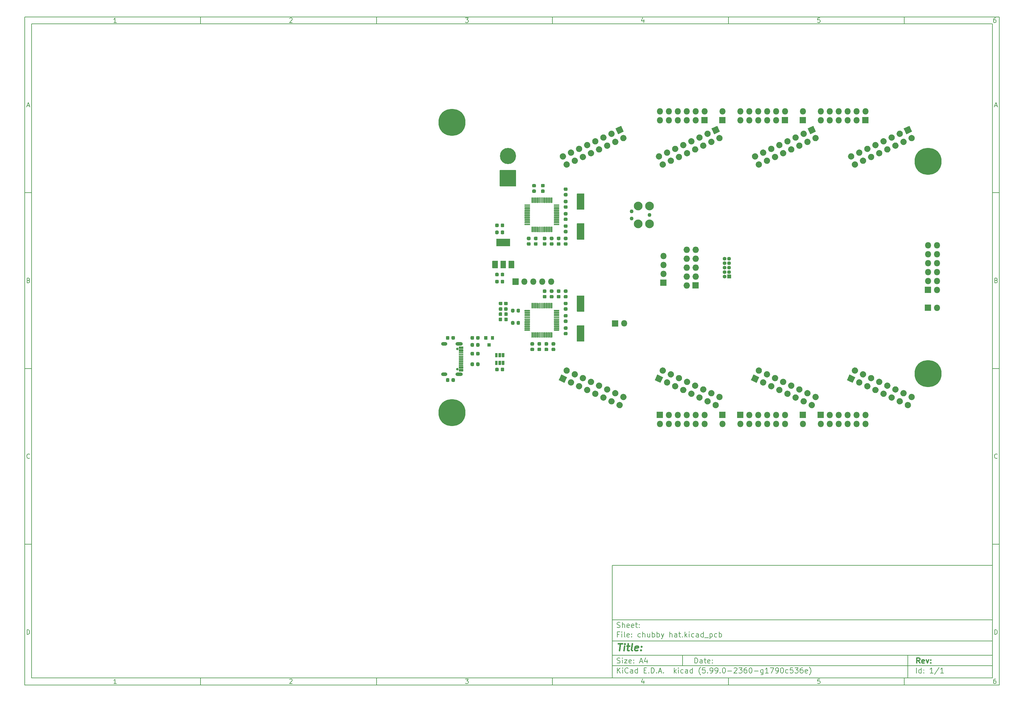
<source format=gbr>
%TF.GenerationSoftware,KiCad,Pcbnew,(5.99.0-2360-g1790c536e)*%
%TF.CreationDate,2020-08-29T16:27:01+02:00*%
%TF.ProjectId,chubby hat,63687562-6279-4206-9861-742e6b696361,rev?*%
%TF.SameCoordinates,Original*%
%TF.FileFunction,Soldermask,Bot*%
%TF.FilePolarity,Negative*%
%FSLAX46Y46*%
G04 Gerber Fmt 4.6, Leading zero omitted, Abs format (unit mm)*
G04 Created by KiCad (PCBNEW (5.99.0-2360-g1790c536e)) date 2020-08-29 16:27:01*
%MOMM*%
%LPD*%
G01*
G04 APERTURE LIST*
%ADD10C,0.000000*%
%ADD11C,0.150000*%
%ADD12C,0.300000*%
%ADD13C,0.400000*%
%ADD14O,1.800000X1.800000*%
%ADD15O,1.827200X1.827200*%
%ADD16C,2.474900*%
%ADD17C,1.090600*%
%ADD18O,1.100000X1.100000*%
%ADD19O,2.100000X1.000000*%
%ADD20O,1.800000X1.000000*%
%ADD21C,0.700000*%
%ADD22C,4.600880*%
%ADD23C,7.700000*%
G04 APERTURE END LIST*
D10*
D11*
X177002200Y-166007200D02*
X177002200Y-198007200D01*
X285002200Y-198007200D01*
X285002200Y-166007200D01*
X177002200Y-166007200D01*
D10*
D11*
X10000000Y-10000000D02*
X10000000Y-200007200D01*
X287002200Y-200007200D01*
X287002200Y-10000000D01*
X10000000Y-10000000D01*
D10*
D11*
X12000000Y-12000000D02*
X12000000Y-198007200D01*
X285002200Y-198007200D01*
X285002200Y-12000000D01*
X12000000Y-12000000D01*
D10*
D11*
X60000000Y-12000000D02*
X60000000Y-10000000D01*
D10*
D11*
X110000000Y-12000000D02*
X110000000Y-10000000D01*
D10*
D11*
X160000000Y-12000000D02*
X160000000Y-10000000D01*
D10*
D11*
X210000000Y-12000000D02*
X210000000Y-10000000D01*
D10*
D11*
X260000000Y-12000000D02*
X260000000Y-10000000D01*
D10*
D11*
X36065476Y-11588095D02*
X35322619Y-11588095D01*
X35694047Y-11588095D02*
X35694047Y-10288095D01*
X35570238Y-10473809D01*
X35446428Y-10597619D01*
X35322619Y-10659523D01*
D10*
D11*
X85322619Y-10411904D02*
X85384523Y-10350000D01*
X85508333Y-10288095D01*
X85817857Y-10288095D01*
X85941666Y-10350000D01*
X86003571Y-10411904D01*
X86065476Y-10535714D01*
X86065476Y-10659523D01*
X86003571Y-10845238D01*
X85260714Y-11588095D01*
X86065476Y-11588095D01*
D10*
D11*
X135260714Y-10288095D02*
X136065476Y-10288095D01*
X135632142Y-10783333D01*
X135817857Y-10783333D01*
X135941666Y-10845238D01*
X136003571Y-10907142D01*
X136065476Y-11030952D01*
X136065476Y-11340476D01*
X136003571Y-11464285D01*
X135941666Y-11526190D01*
X135817857Y-11588095D01*
X135446428Y-11588095D01*
X135322619Y-11526190D01*
X135260714Y-11464285D01*
D10*
D11*
X185941666Y-10721428D02*
X185941666Y-11588095D01*
X185632142Y-10226190D02*
X185322619Y-11154761D01*
X186127380Y-11154761D01*
D10*
D11*
X236003571Y-10288095D02*
X235384523Y-10288095D01*
X235322619Y-10907142D01*
X235384523Y-10845238D01*
X235508333Y-10783333D01*
X235817857Y-10783333D01*
X235941666Y-10845238D01*
X236003571Y-10907142D01*
X236065476Y-11030952D01*
X236065476Y-11340476D01*
X236003571Y-11464285D01*
X235941666Y-11526190D01*
X235817857Y-11588095D01*
X235508333Y-11588095D01*
X235384523Y-11526190D01*
X235322619Y-11464285D01*
D10*
D11*
X285941666Y-10288095D02*
X285694047Y-10288095D01*
X285570238Y-10350000D01*
X285508333Y-10411904D01*
X285384523Y-10597619D01*
X285322619Y-10845238D01*
X285322619Y-11340476D01*
X285384523Y-11464285D01*
X285446428Y-11526190D01*
X285570238Y-11588095D01*
X285817857Y-11588095D01*
X285941666Y-11526190D01*
X286003571Y-11464285D01*
X286065476Y-11340476D01*
X286065476Y-11030952D01*
X286003571Y-10907142D01*
X285941666Y-10845238D01*
X285817857Y-10783333D01*
X285570238Y-10783333D01*
X285446428Y-10845238D01*
X285384523Y-10907142D01*
X285322619Y-11030952D01*
D10*
D11*
X60000000Y-198007200D02*
X60000000Y-200007200D01*
D10*
D11*
X110000000Y-198007200D02*
X110000000Y-200007200D01*
D10*
D11*
X160000000Y-198007200D02*
X160000000Y-200007200D01*
D10*
D11*
X210000000Y-198007200D02*
X210000000Y-200007200D01*
D10*
D11*
X260000000Y-198007200D02*
X260000000Y-200007200D01*
D10*
D11*
X36065476Y-199595295D02*
X35322619Y-199595295D01*
X35694047Y-199595295D02*
X35694047Y-198295295D01*
X35570238Y-198481009D01*
X35446428Y-198604819D01*
X35322619Y-198666723D01*
D10*
D11*
X85322619Y-198419104D02*
X85384523Y-198357200D01*
X85508333Y-198295295D01*
X85817857Y-198295295D01*
X85941666Y-198357200D01*
X86003571Y-198419104D01*
X86065476Y-198542914D01*
X86065476Y-198666723D01*
X86003571Y-198852438D01*
X85260714Y-199595295D01*
X86065476Y-199595295D01*
D10*
D11*
X135260714Y-198295295D02*
X136065476Y-198295295D01*
X135632142Y-198790533D01*
X135817857Y-198790533D01*
X135941666Y-198852438D01*
X136003571Y-198914342D01*
X136065476Y-199038152D01*
X136065476Y-199347676D01*
X136003571Y-199471485D01*
X135941666Y-199533390D01*
X135817857Y-199595295D01*
X135446428Y-199595295D01*
X135322619Y-199533390D01*
X135260714Y-199471485D01*
D10*
D11*
X185941666Y-198728628D02*
X185941666Y-199595295D01*
X185632142Y-198233390D02*
X185322619Y-199161961D01*
X186127380Y-199161961D01*
D10*
D11*
X236003571Y-198295295D02*
X235384523Y-198295295D01*
X235322619Y-198914342D01*
X235384523Y-198852438D01*
X235508333Y-198790533D01*
X235817857Y-198790533D01*
X235941666Y-198852438D01*
X236003571Y-198914342D01*
X236065476Y-199038152D01*
X236065476Y-199347676D01*
X236003571Y-199471485D01*
X235941666Y-199533390D01*
X235817857Y-199595295D01*
X235508333Y-199595295D01*
X235384523Y-199533390D01*
X235322619Y-199471485D01*
D10*
D11*
X285941666Y-198295295D02*
X285694047Y-198295295D01*
X285570238Y-198357200D01*
X285508333Y-198419104D01*
X285384523Y-198604819D01*
X285322619Y-198852438D01*
X285322619Y-199347676D01*
X285384523Y-199471485D01*
X285446428Y-199533390D01*
X285570238Y-199595295D01*
X285817857Y-199595295D01*
X285941666Y-199533390D01*
X286003571Y-199471485D01*
X286065476Y-199347676D01*
X286065476Y-199038152D01*
X286003571Y-198914342D01*
X285941666Y-198852438D01*
X285817857Y-198790533D01*
X285570238Y-198790533D01*
X285446428Y-198852438D01*
X285384523Y-198914342D01*
X285322619Y-199038152D01*
D10*
D11*
X10000000Y-60000000D02*
X12000000Y-60000000D01*
D10*
D11*
X10000000Y-110000000D02*
X12000000Y-110000000D01*
D10*
D11*
X10000000Y-160000000D02*
X12000000Y-160000000D01*
D10*
D11*
X10690476Y-35216666D02*
X11309523Y-35216666D01*
X10566666Y-35588095D02*
X11000000Y-34288095D01*
X11433333Y-35588095D01*
D10*
D11*
X11092857Y-84907142D02*
X11278571Y-84969047D01*
X11340476Y-85030952D01*
X11402380Y-85154761D01*
X11402380Y-85340476D01*
X11340476Y-85464285D01*
X11278571Y-85526190D01*
X11154761Y-85588095D01*
X10659523Y-85588095D01*
X10659523Y-84288095D01*
X11092857Y-84288095D01*
X11216666Y-84350000D01*
X11278571Y-84411904D01*
X11340476Y-84535714D01*
X11340476Y-84659523D01*
X11278571Y-84783333D01*
X11216666Y-84845238D01*
X11092857Y-84907142D01*
X10659523Y-84907142D01*
D10*
D11*
X11402380Y-135464285D02*
X11340476Y-135526190D01*
X11154761Y-135588095D01*
X11030952Y-135588095D01*
X10845238Y-135526190D01*
X10721428Y-135402380D01*
X10659523Y-135278571D01*
X10597619Y-135030952D01*
X10597619Y-134845238D01*
X10659523Y-134597619D01*
X10721428Y-134473809D01*
X10845238Y-134350000D01*
X11030952Y-134288095D01*
X11154761Y-134288095D01*
X11340476Y-134350000D01*
X11402380Y-134411904D01*
D10*
D11*
X10659523Y-185588095D02*
X10659523Y-184288095D01*
X10969047Y-184288095D01*
X11154761Y-184350000D01*
X11278571Y-184473809D01*
X11340476Y-184597619D01*
X11402380Y-184845238D01*
X11402380Y-185030952D01*
X11340476Y-185278571D01*
X11278571Y-185402380D01*
X11154761Y-185526190D01*
X10969047Y-185588095D01*
X10659523Y-185588095D01*
D10*
D11*
X287002200Y-60000000D02*
X285002200Y-60000000D01*
D10*
D11*
X287002200Y-110000000D02*
X285002200Y-110000000D01*
D10*
D11*
X287002200Y-160000000D02*
X285002200Y-160000000D01*
D10*
D11*
X285692676Y-35216666D02*
X286311723Y-35216666D01*
X285568866Y-35588095D02*
X286002200Y-34288095D01*
X286435533Y-35588095D01*
D10*
D11*
X286095057Y-84907142D02*
X286280771Y-84969047D01*
X286342676Y-85030952D01*
X286404580Y-85154761D01*
X286404580Y-85340476D01*
X286342676Y-85464285D01*
X286280771Y-85526190D01*
X286156961Y-85588095D01*
X285661723Y-85588095D01*
X285661723Y-84288095D01*
X286095057Y-84288095D01*
X286218866Y-84350000D01*
X286280771Y-84411904D01*
X286342676Y-84535714D01*
X286342676Y-84659523D01*
X286280771Y-84783333D01*
X286218866Y-84845238D01*
X286095057Y-84907142D01*
X285661723Y-84907142D01*
D10*
D11*
X286404580Y-135464285D02*
X286342676Y-135526190D01*
X286156961Y-135588095D01*
X286033152Y-135588095D01*
X285847438Y-135526190D01*
X285723628Y-135402380D01*
X285661723Y-135278571D01*
X285599819Y-135030952D01*
X285599819Y-134845238D01*
X285661723Y-134597619D01*
X285723628Y-134473809D01*
X285847438Y-134350000D01*
X286033152Y-134288095D01*
X286156961Y-134288095D01*
X286342676Y-134350000D01*
X286404580Y-134411904D01*
D10*
D11*
X285661723Y-185588095D02*
X285661723Y-184288095D01*
X285971247Y-184288095D01*
X286156961Y-184350000D01*
X286280771Y-184473809D01*
X286342676Y-184597619D01*
X286404580Y-184845238D01*
X286404580Y-185030952D01*
X286342676Y-185278571D01*
X286280771Y-185402380D01*
X286156961Y-185526190D01*
X285971247Y-185588095D01*
X285661723Y-185588095D01*
D10*
D11*
X200434342Y-193785771D02*
X200434342Y-192285771D01*
X200791485Y-192285771D01*
X201005771Y-192357200D01*
X201148628Y-192500057D01*
X201220057Y-192642914D01*
X201291485Y-192928628D01*
X201291485Y-193142914D01*
X201220057Y-193428628D01*
X201148628Y-193571485D01*
X201005771Y-193714342D01*
X200791485Y-193785771D01*
X200434342Y-193785771D01*
X202577200Y-193785771D02*
X202577200Y-193000057D01*
X202505771Y-192857200D01*
X202362914Y-192785771D01*
X202077200Y-192785771D01*
X201934342Y-192857200D01*
X202577200Y-193714342D02*
X202434342Y-193785771D01*
X202077200Y-193785771D01*
X201934342Y-193714342D01*
X201862914Y-193571485D01*
X201862914Y-193428628D01*
X201934342Y-193285771D01*
X202077200Y-193214342D01*
X202434342Y-193214342D01*
X202577200Y-193142914D01*
X203077200Y-192785771D02*
X203648628Y-192785771D01*
X203291485Y-192285771D02*
X203291485Y-193571485D01*
X203362914Y-193714342D01*
X203505771Y-193785771D01*
X203648628Y-193785771D01*
X204720057Y-193714342D02*
X204577200Y-193785771D01*
X204291485Y-193785771D01*
X204148628Y-193714342D01*
X204077200Y-193571485D01*
X204077200Y-193000057D01*
X204148628Y-192857200D01*
X204291485Y-192785771D01*
X204577200Y-192785771D01*
X204720057Y-192857200D01*
X204791485Y-193000057D01*
X204791485Y-193142914D01*
X204077200Y-193285771D01*
X205434342Y-193642914D02*
X205505771Y-193714342D01*
X205434342Y-193785771D01*
X205362914Y-193714342D01*
X205434342Y-193642914D01*
X205434342Y-193785771D01*
X205434342Y-192857200D02*
X205505771Y-192928628D01*
X205434342Y-193000057D01*
X205362914Y-192928628D01*
X205434342Y-192857200D01*
X205434342Y-193000057D01*
D10*
D11*
X177002200Y-194507200D02*
X285002200Y-194507200D01*
D10*
D11*
X178434342Y-196585771D02*
X178434342Y-195085771D01*
X179291485Y-196585771D02*
X178648628Y-195728628D01*
X179291485Y-195085771D02*
X178434342Y-195942914D01*
X179934342Y-196585771D02*
X179934342Y-195585771D01*
X179934342Y-195085771D02*
X179862914Y-195157200D01*
X179934342Y-195228628D01*
X180005771Y-195157200D01*
X179934342Y-195085771D01*
X179934342Y-195228628D01*
X181505771Y-196442914D02*
X181434342Y-196514342D01*
X181220057Y-196585771D01*
X181077200Y-196585771D01*
X180862914Y-196514342D01*
X180720057Y-196371485D01*
X180648628Y-196228628D01*
X180577200Y-195942914D01*
X180577200Y-195728628D01*
X180648628Y-195442914D01*
X180720057Y-195300057D01*
X180862914Y-195157200D01*
X181077200Y-195085771D01*
X181220057Y-195085771D01*
X181434342Y-195157200D01*
X181505771Y-195228628D01*
X182791485Y-196585771D02*
X182791485Y-195800057D01*
X182720057Y-195657200D01*
X182577200Y-195585771D01*
X182291485Y-195585771D01*
X182148628Y-195657200D01*
X182791485Y-196514342D02*
X182648628Y-196585771D01*
X182291485Y-196585771D01*
X182148628Y-196514342D01*
X182077200Y-196371485D01*
X182077200Y-196228628D01*
X182148628Y-196085771D01*
X182291485Y-196014342D01*
X182648628Y-196014342D01*
X182791485Y-195942914D01*
X184148628Y-196585771D02*
X184148628Y-195085771D01*
X184148628Y-196514342D02*
X184005771Y-196585771D01*
X183720057Y-196585771D01*
X183577200Y-196514342D01*
X183505771Y-196442914D01*
X183434342Y-196300057D01*
X183434342Y-195871485D01*
X183505771Y-195728628D01*
X183577200Y-195657200D01*
X183720057Y-195585771D01*
X184005771Y-195585771D01*
X184148628Y-195657200D01*
X186005771Y-195800057D02*
X186505771Y-195800057D01*
X186720057Y-196585771D02*
X186005771Y-196585771D01*
X186005771Y-195085771D01*
X186720057Y-195085771D01*
X187362914Y-196442914D02*
X187434342Y-196514342D01*
X187362914Y-196585771D01*
X187291485Y-196514342D01*
X187362914Y-196442914D01*
X187362914Y-196585771D01*
X188077200Y-196585771D02*
X188077200Y-195085771D01*
X188434342Y-195085771D01*
X188648628Y-195157200D01*
X188791485Y-195300057D01*
X188862914Y-195442914D01*
X188934342Y-195728628D01*
X188934342Y-195942914D01*
X188862914Y-196228628D01*
X188791485Y-196371485D01*
X188648628Y-196514342D01*
X188434342Y-196585771D01*
X188077200Y-196585771D01*
X189577200Y-196442914D02*
X189648628Y-196514342D01*
X189577200Y-196585771D01*
X189505771Y-196514342D01*
X189577200Y-196442914D01*
X189577200Y-196585771D01*
X190220057Y-196157200D02*
X190934342Y-196157200D01*
X190077200Y-196585771D02*
X190577200Y-195085771D01*
X191077200Y-196585771D01*
X191577200Y-196442914D02*
X191648628Y-196514342D01*
X191577200Y-196585771D01*
X191505771Y-196514342D01*
X191577200Y-196442914D01*
X191577200Y-196585771D01*
X194577200Y-196585771D02*
X194577200Y-195085771D01*
X194720057Y-196014342D02*
X195148628Y-196585771D01*
X195148628Y-195585771D02*
X194577200Y-196157200D01*
X195791485Y-196585771D02*
X195791485Y-195585771D01*
X195791485Y-195085771D02*
X195720057Y-195157200D01*
X195791485Y-195228628D01*
X195862914Y-195157200D01*
X195791485Y-195085771D01*
X195791485Y-195228628D01*
X197148628Y-196514342D02*
X197005771Y-196585771D01*
X196720057Y-196585771D01*
X196577200Y-196514342D01*
X196505771Y-196442914D01*
X196434342Y-196300057D01*
X196434342Y-195871485D01*
X196505771Y-195728628D01*
X196577200Y-195657200D01*
X196720057Y-195585771D01*
X197005771Y-195585771D01*
X197148628Y-195657200D01*
X198434342Y-196585771D02*
X198434342Y-195800057D01*
X198362914Y-195657200D01*
X198220057Y-195585771D01*
X197934342Y-195585771D01*
X197791485Y-195657200D01*
X198434342Y-196514342D02*
X198291485Y-196585771D01*
X197934342Y-196585771D01*
X197791485Y-196514342D01*
X197720057Y-196371485D01*
X197720057Y-196228628D01*
X197791485Y-196085771D01*
X197934342Y-196014342D01*
X198291485Y-196014342D01*
X198434342Y-195942914D01*
X199791485Y-196585771D02*
X199791485Y-195085771D01*
X199791485Y-196514342D02*
X199648628Y-196585771D01*
X199362914Y-196585771D01*
X199220057Y-196514342D01*
X199148628Y-196442914D01*
X199077200Y-196300057D01*
X199077200Y-195871485D01*
X199148628Y-195728628D01*
X199220057Y-195657200D01*
X199362914Y-195585771D01*
X199648628Y-195585771D01*
X199791485Y-195657200D01*
X202077200Y-197157200D02*
X202005771Y-197085771D01*
X201862914Y-196871485D01*
X201791485Y-196728628D01*
X201720057Y-196514342D01*
X201648628Y-196157200D01*
X201648628Y-195871485D01*
X201720057Y-195514342D01*
X201791485Y-195300057D01*
X201862914Y-195157200D01*
X202005771Y-194942914D01*
X202077200Y-194871485D01*
X203362914Y-195085771D02*
X202648628Y-195085771D01*
X202577200Y-195800057D01*
X202648628Y-195728628D01*
X202791485Y-195657200D01*
X203148628Y-195657200D01*
X203291485Y-195728628D01*
X203362914Y-195800057D01*
X203434342Y-195942914D01*
X203434342Y-196300057D01*
X203362914Y-196442914D01*
X203291485Y-196514342D01*
X203148628Y-196585771D01*
X202791485Y-196585771D01*
X202648628Y-196514342D01*
X202577200Y-196442914D01*
X204077200Y-196442914D02*
X204148628Y-196514342D01*
X204077200Y-196585771D01*
X204005771Y-196514342D01*
X204077200Y-196442914D01*
X204077200Y-196585771D01*
X204862914Y-196585771D02*
X205148628Y-196585771D01*
X205291485Y-196514342D01*
X205362914Y-196442914D01*
X205505771Y-196228628D01*
X205577200Y-195942914D01*
X205577200Y-195371485D01*
X205505771Y-195228628D01*
X205434342Y-195157200D01*
X205291485Y-195085771D01*
X205005771Y-195085771D01*
X204862914Y-195157200D01*
X204791485Y-195228628D01*
X204720057Y-195371485D01*
X204720057Y-195728628D01*
X204791485Y-195871485D01*
X204862914Y-195942914D01*
X205005771Y-196014342D01*
X205291485Y-196014342D01*
X205434342Y-195942914D01*
X205505771Y-195871485D01*
X205577200Y-195728628D01*
X206291485Y-196585771D02*
X206577200Y-196585771D01*
X206720057Y-196514342D01*
X206791485Y-196442914D01*
X206934342Y-196228628D01*
X207005771Y-195942914D01*
X207005771Y-195371485D01*
X206934342Y-195228628D01*
X206862914Y-195157200D01*
X206720057Y-195085771D01*
X206434342Y-195085771D01*
X206291485Y-195157200D01*
X206220057Y-195228628D01*
X206148628Y-195371485D01*
X206148628Y-195728628D01*
X206220057Y-195871485D01*
X206291485Y-195942914D01*
X206434342Y-196014342D01*
X206720057Y-196014342D01*
X206862914Y-195942914D01*
X206934342Y-195871485D01*
X207005771Y-195728628D01*
X207648628Y-196442914D02*
X207720057Y-196514342D01*
X207648628Y-196585771D01*
X207577200Y-196514342D01*
X207648628Y-196442914D01*
X207648628Y-196585771D01*
X208648628Y-195085771D02*
X208791485Y-195085771D01*
X208934342Y-195157200D01*
X209005771Y-195228628D01*
X209077200Y-195371485D01*
X209148628Y-195657200D01*
X209148628Y-196014342D01*
X209077200Y-196300057D01*
X209005771Y-196442914D01*
X208934342Y-196514342D01*
X208791485Y-196585771D01*
X208648628Y-196585771D01*
X208505771Y-196514342D01*
X208434342Y-196442914D01*
X208362914Y-196300057D01*
X208291485Y-196014342D01*
X208291485Y-195657200D01*
X208362914Y-195371485D01*
X208434342Y-195228628D01*
X208505771Y-195157200D01*
X208648628Y-195085771D01*
X209791485Y-196014342D02*
X210934342Y-196014342D01*
X211577200Y-195228628D02*
X211648628Y-195157200D01*
X211791485Y-195085771D01*
X212148628Y-195085771D01*
X212291485Y-195157200D01*
X212362914Y-195228628D01*
X212434342Y-195371485D01*
X212434342Y-195514342D01*
X212362914Y-195728628D01*
X211505771Y-196585771D01*
X212434342Y-196585771D01*
X212934342Y-195085771D02*
X213862914Y-195085771D01*
X213362914Y-195657200D01*
X213577200Y-195657200D01*
X213720057Y-195728628D01*
X213791485Y-195800057D01*
X213862914Y-195942914D01*
X213862914Y-196300057D01*
X213791485Y-196442914D01*
X213720057Y-196514342D01*
X213577200Y-196585771D01*
X213148628Y-196585771D01*
X213005771Y-196514342D01*
X212934342Y-196442914D01*
X215148628Y-195085771D02*
X214862914Y-195085771D01*
X214720057Y-195157200D01*
X214648628Y-195228628D01*
X214505771Y-195442914D01*
X214434342Y-195728628D01*
X214434342Y-196300057D01*
X214505771Y-196442914D01*
X214577200Y-196514342D01*
X214720057Y-196585771D01*
X215005771Y-196585771D01*
X215148628Y-196514342D01*
X215220057Y-196442914D01*
X215291485Y-196300057D01*
X215291485Y-195942914D01*
X215220057Y-195800057D01*
X215148628Y-195728628D01*
X215005771Y-195657200D01*
X214720057Y-195657200D01*
X214577200Y-195728628D01*
X214505771Y-195800057D01*
X214434342Y-195942914D01*
X216220057Y-195085771D02*
X216362914Y-195085771D01*
X216505771Y-195157200D01*
X216577200Y-195228628D01*
X216648628Y-195371485D01*
X216720057Y-195657200D01*
X216720057Y-196014342D01*
X216648628Y-196300057D01*
X216577200Y-196442914D01*
X216505771Y-196514342D01*
X216362914Y-196585771D01*
X216220057Y-196585771D01*
X216077200Y-196514342D01*
X216005771Y-196442914D01*
X215934342Y-196300057D01*
X215862914Y-196014342D01*
X215862914Y-195657200D01*
X215934342Y-195371485D01*
X216005771Y-195228628D01*
X216077200Y-195157200D01*
X216220057Y-195085771D01*
X217362914Y-196014342D02*
X218505771Y-196014342D01*
X219862914Y-195585771D02*
X219862914Y-196800057D01*
X219791485Y-196942914D01*
X219720057Y-197014342D01*
X219577200Y-197085771D01*
X219362914Y-197085771D01*
X219220057Y-197014342D01*
X219862914Y-196514342D02*
X219720057Y-196585771D01*
X219434342Y-196585771D01*
X219291485Y-196514342D01*
X219220057Y-196442914D01*
X219148628Y-196300057D01*
X219148628Y-195871485D01*
X219220057Y-195728628D01*
X219291485Y-195657200D01*
X219434342Y-195585771D01*
X219720057Y-195585771D01*
X219862914Y-195657200D01*
X221362914Y-196585771D02*
X220505771Y-196585771D01*
X220934342Y-196585771D02*
X220934342Y-195085771D01*
X220791485Y-195300057D01*
X220648628Y-195442914D01*
X220505771Y-195514342D01*
X221862914Y-195085771D02*
X222862914Y-195085771D01*
X222220057Y-196585771D01*
X223505771Y-196585771D02*
X223791485Y-196585771D01*
X223934342Y-196514342D01*
X224005771Y-196442914D01*
X224148628Y-196228628D01*
X224220057Y-195942914D01*
X224220057Y-195371485D01*
X224148628Y-195228628D01*
X224077200Y-195157200D01*
X223934342Y-195085771D01*
X223648628Y-195085771D01*
X223505771Y-195157200D01*
X223434342Y-195228628D01*
X223362914Y-195371485D01*
X223362914Y-195728628D01*
X223434342Y-195871485D01*
X223505771Y-195942914D01*
X223648628Y-196014342D01*
X223934342Y-196014342D01*
X224077200Y-195942914D01*
X224148628Y-195871485D01*
X224220057Y-195728628D01*
X225148628Y-195085771D02*
X225291485Y-195085771D01*
X225434342Y-195157200D01*
X225505771Y-195228628D01*
X225577200Y-195371485D01*
X225648628Y-195657200D01*
X225648628Y-196014342D01*
X225577200Y-196300057D01*
X225505771Y-196442914D01*
X225434342Y-196514342D01*
X225291485Y-196585771D01*
X225148628Y-196585771D01*
X225005771Y-196514342D01*
X224934342Y-196442914D01*
X224862914Y-196300057D01*
X224791485Y-196014342D01*
X224791485Y-195657200D01*
X224862914Y-195371485D01*
X224934342Y-195228628D01*
X225005771Y-195157200D01*
X225148628Y-195085771D01*
X226934342Y-196514342D02*
X226791485Y-196585771D01*
X226505771Y-196585771D01*
X226362914Y-196514342D01*
X226291485Y-196442914D01*
X226220057Y-196300057D01*
X226220057Y-195871485D01*
X226291485Y-195728628D01*
X226362914Y-195657200D01*
X226505771Y-195585771D01*
X226791485Y-195585771D01*
X226934342Y-195657200D01*
X228291485Y-195085771D02*
X227577199Y-195085771D01*
X227505771Y-195800057D01*
X227577199Y-195728628D01*
X227720057Y-195657200D01*
X228077199Y-195657200D01*
X228220057Y-195728628D01*
X228291485Y-195800057D01*
X228362914Y-195942914D01*
X228362914Y-196300057D01*
X228291485Y-196442914D01*
X228220057Y-196514342D01*
X228077199Y-196585771D01*
X227720057Y-196585771D01*
X227577199Y-196514342D01*
X227505771Y-196442914D01*
X228862914Y-195085771D02*
X229791485Y-195085771D01*
X229291485Y-195657200D01*
X229505771Y-195657200D01*
X229648628Y-195728628D01*
X229720057Y-195800057D01*
X229791485Y-195942914D01*
X229791485Y-196300057D01*
X229720057Y-196442914D01*
X229648628Y-196514342D01*
X229505771Y-196585771D01*
X229077199Y-196585771D01*
X228934342Y-196514342D01*
X228862914Y-196442914D01*
X231077199Y-195085771D02*
X230791485Y-195085771D01*
X230648628Y-195157200D01*
X230577199Y-195228628D01*
X230434342Y-195442914D01*
X230362914Y-195728628D01*
X230362914Y-196300057D01*
X230434342Y-196442914D01*
X230505771Y-196514342D01*
X230648628Y-196585771D01*
X230934342Y-196585771D01*
X231077199Y-196514342D01*
X231148628Y-196442914D01*
X231220057Y-196300057D01*
X231220057Y-195942914D01*
X231148628Y-195800057D01*
X231077199Y-195728628D01*
X230934342Y-195657200D01*
X230648628Y-195657200D01*
X230505771Y-195728628D01*
X230434342Y-195800057D01*
X230362914Y-195942914D01*
X232434342Y-196514342D02*
X232291485Y-196585771D01*
X232005771Y-196585771D01*
X231862914Y-196514342D01*
X231791485Y-196371485D01*
X231791485Y-195800057D01*
X231862914Y-195657200D01*
X232005771Y-195585771D01*
X232291485Y-195585771D01*
X232434342Y-195657200D01*
X232505771Y-195800057D01*
X232505771Y-195942914D01*
X231791485Y-196085771D01*
X233005771Y-197157200D02*
X233077199Y-197085771D01*
X233220057Y-196871485D01*
X233291485Y-196728628D01*
X233362914Y-196514342D01*
X233434342Y-196157200D01*
X233434342Y-195871485D01*
X233362914Y-195514342D01*
X233291485Y-195300057D01*
X233220057Y-195157200D01*
X233077199Y-194942914D01*
X233005771Y-194871485D01*
D10*
D11*
X177002200Y-191507200D02*
X285002200Y-191507200D01*
D10*
D12*
X264411485Y-193785771D02*
X263911485Y-193071485D01*
X263554342Y-193785771D02*
X263554342Y-192285771D01*
X264125771Y-192285771D01*
X264268628Y-192357200D01*
X264340057Y-192428628D01*
X264411485Y-192571485D01*
X264411485Y-192785771D01*
X264340057Y-192928628D01*
X264268628Y-193000057D01*
X264125771Y-193071485D01*
X263554342Y-193071485D01*
X265625771Y-193714342D02*
X265482914Y-193785771D01*
X265197200Y-193785771D01*
X265054342Y-193714342D01*
X264982914Y-193571485D01*
X264982914Y-193000057D01*
X265054342Y-192857200D01*
X265197200Y-192785771D01*
X265482914Y-192785771D01*
X265625771Y-192857200D01*
X265697200Y-193000057D01*
X265697200Y-193142914D01*
X264982914Y-193285771D01*
X266197200Y-192785771D02*
X266554342Y-193785771D01*
X266911485Y-192785771D01*
X267482914Y-193642914D02*
X267554342Y-193714342D01*
X267482914Y-193785771D01*
X267411485Y-193714342D01*
X267482914Y-193642914D01*
X267482914Y-193785771D01*
X267482914Y-192857200D02*
X267554342Y-192928628D01*
X267482914Y-193000057D01*
X267411485Y-192928628D01*
X267482914Y-192857200D01*
X267482914Y-193000057D01*
D10*
D11*
X178362914Y-193714342D02*
X178577200Y-193785771D01*
X178934342Y-193785771D01*
X179077200Y-193714342D01*
X179148628Y-193642914D01*
X179220057Y-193500057D01*
X179220057Y-193357200D01*
X179148628Y-193214342D01*
X179077200Y-193142914D01*
X178934342Y-193071485D01*
X178648628Y-193000057D01*
X178505771Y-192928628D01*
X178434342Y-192857200D01*
X178362914Y-192714342D01*
X178362914Y-192571485D01*
X178434342Y-192428628D01*
X178505771Y-192357200D01*
X178648628Y-192285771D01*
X179005771Y-192285771D01*
X179220057Y-192357200D01*
X179862914Y-193785771D02*
X179862914Y-192785771D01*
X179862914Y-192285771D02*
X179791485Y-192357200D01*
X179862914Y-192428628D01*
X179934342Y-192357200D01*
X179862914Y-192285771D01*
X179862914Y-192428628D01*
X180434342Y-192785771D02*
X181220057Y-192785771D01*
X180434342Y-193785771D01*
X181220057Y-193785771D01*
X182362914Y-193714342D02*
X182220057Y-193785771D01*
X181934342Y-193785771D01*
X181791485Y-193714342D01*
X181720057Y-193571485D01*
X181720057Y-193000057D01*
X181791485Y-192857200D01*
X181934342Y-192785771D01*
X182220057Y-192785771D01*
X182362914Y-192857200D01*
X182434342Y-193000057D01*
X182434342Y-193142914D01*
X181720057Y-193285771D01*
X183077200Y-193642914D02*
X183148628Y-193714342D01*
X183077200Y-193785771D01*
X183005771Y-193714342D01*
X183077200Y-193642914D01*
X183077200Y-193785771D01*
X183077200Y-192857200D02*
X183148628Y-192928628D01*
X183077200Y-193000057D01*
X183005771Y-192928628D01*
X183077200Y-192857200D01*
X183077200Y-193000057D01*
X184862914Y-193357200D02*
X185577200Y-193357200D01*
X184720057Y-193785771D02*
X185220057Y-192285771D01*
X185720057Y-193785771D01*
X186862914Y-192785771D02*
X186862914Y-193785771D01*
X186505771Y-192214342D02*
X186148628Y-193285771D01*
X187077200Y-193285771D01*
D10*
D11*
X263434342Y-196585771D02*
X263434342Y-195085771D01*
X264791485Y-196585771D02*
X264791485Y-195085771D01*
X264791485Y-196514342D02*
X264648628Y-196585771D01*
X264362914Y-196585771D01*
X264220057Y-196514342D01*
X264148628Y-196442914D01*
X264077200Y-196300057D01*
X264077200Y-195871485D01*
X264148628Y-195728628D01*
X264220057Y-195657200D01*
X264362914Y-195585771D01*
X264648628Y-195585771D01*
X264791485Y-195657200D01*
X265505771Y-196442914D02*
X265577200Y-196514342D01*
X265505771Y-196585771D01*
X265434342Y-196514342D01*
X265505771Y-196442914D01*
X265505771Y-196585771D01*
X265505771Y-195657200D02*
X265577200Y-195728628D01*
X265505771Y-195800057D01*
X265434342Y-195728628D01*
X265505771Y-195657200D01*
X265505771Y-195800057D01*
X268148628Y-196585771D02*
X267291485Y-196585771D01*
X267720057Y-196585771D02*
X267720057Y-195085771D01*
X267577200Y-195300057D01*
X267434342Y-195442914D01*
X267291485Y-195514342D01*
X269862914Y-195014342D02*
X268577200Y-196942914D01*
X271148628Y-196585771D02*
X270291485Y-196585771D01*
X270720057Y-196585771D02*
X270720057Y-195085771D01*
X270577200Y-195300057D01*
X270434342Y-195442914D01*
X270291485Y-195514342D01*
D10*
D11*
X177002200Y-187507200D02*
X285002200Y-187507200D01*
D10*
D13*
X178714580Y-188211961D02*
X179857438Y-188211961D01*
X179036009Y-190211961D02*
X179286009Y-188211961D01*
X180274104Y-190211961D02*
X180440771Y-188878628D01*
X180524104Y-188211961D02*
X180416961Y-188307200D01*
X180500295Y-188402438D01*
X180607438Y-188307200D01*
X180524104Y-188211961D01*
X180500295Y-188402438D01*
X181107438Y-188878628D02*
X181869342Y-188878628D01*
X181476485Y-188211961D02*
X181262200Y-189926247D01*
X181333628Y-190116723D01*
X181512200Y-190211961D01*
X181702676Y-190211961D01*
X182655057Y-190211961D02*
X182476485Y-190116723D01*
X182405057Y-189926247D01*
X182619342Y-188211961D01*
X184190771Y-190116723D02*
X183988390Y-190211961D01*
X183607438Y-190211961D01*
X183428866Y-190116723D01*
X183357438Y-189926247D01*
X183452676Y-189164342D01*
X183571723Y-188973866D01*
X183774104Y-188878628D01*
X184155057Y-188878628D01*
X184333628Y-188973866D01*
X184405057Y-189164342D01*
X184381247Y-189354819D01*
X183405057Y-189545295D01*
X185155057Y-190021485D02*
X185238390Y-190116723D01*
X185131247Y-190211961D01*
X185047914Y-190116723D01*
X185155057Y-190021485D01*
X185131247Y-190211961D01*
X185286009Y-188973866D02*
X185369342Y-189069104D01*
X185262200Y-189164342D01*
X185178866Y-189069104D01*
X185286009Y-188973866D01*
X185262200Y-189164342D01*
D10*
D11*
X178934342Y-185600057D02*
X178434342Y-185600057D01*
X178434342Y-186385771D02*
X178434342Y-184885771D01*
X179148628Y-184885771D01*
X179720057Y-186385771D02*
X179720057Y-185385771D01*
X179720057Y-184885771D02*
X179648628Y-184957200D01*
X179720057Y-185028628D01*
X179791485Y-184957200D01*
X179720057Y-184885771D01*
X179720057Y-185028628D01*
X180648628Y-186385771D02*
X180505771Y-186314342D01*
X180434342Y-186171485D01*
X180434342Y-184885771D01*
X181791485Y-186314342D02*
X181648628Y-186385771D01*
X181362914Y-186385771D01*
X181220057Y-186314342D01*
X181148628Y-186171485D01*
X181148628Y-185600057D01*
X181220057Y-185457200D01*
X181362914Y-185385771D01*
X181648628Y-185385771D01*
X181791485Y-185457200D01*
X181862914Y-185600057D01*
X181862914Y-185742914D01*
X181148628Y-185885771D01*
X182505771Y-186242914D02*
X182577200Y-186314342D01*
X182505771Y-186385771D01*
X182434342Y-186314342D01*
X182505771Y-186242914D01*
X182505771Y-186385771D01*
X182505771Y-185457200D02*
X182577200Y-185528628D01*
X182505771Y-185600057D01*
X182434342Y-185528628D01*
X182505771Y-185457200D01*
X182505771Y-185600057D01*
X185005771Y-186314342D02*
X184862914Y-186385771D01*
X184577200Y-186385771D01*
X184434342Y-186314342D01*
X184362914Y-186242914D01*
X184291485Y-186100057D01*
X184291485Y-185671485D01*
X184362914Y-185528628D01*
X184434342Y-185457200D01*
X184577200Y-185385771D01*
X184862914Y-185385771D01*
X185005771Y-185457200D01*
X185648628Y-186385771D02*
X185648628Y-184885771D01*
X186291485Y-186385771D02*
X186291485Y-185600057D01*
X186220057Y-185457200D01*
X186077200Y-185385771D01*
X185862914Y-185385771D01*
X185720057Y-185457200D01*
X185648628Y-185528628D01*
X187648628Y-185385771D02*
X187648628Y-186385771D01*
X187005771Y-185385771D02*
X187005771Y-186171485D01*
X187077200Y-186314342D01*
X187220057Y-186385771D01*
X187434342Y-186385771D01*
X187577200Y-186314342D01*
X187648628Y-186242914D01*
X188362914Y-186385771D02*
X188362914Y-184885771D01*
X188362914Y-185457200D02*
X188505771Y-185385771D01*
X188791485Y-185385771D01*
X188934342Y-185457200D01*
X189005771Y-185528628D01*
X189077200Y-185671485D01*
X189077200Y-186100057D01*
X189005771Y-186242914D01*
X188934342Y-186314342D01*
X188791485Y-186385771D01*
X188505771Y-186385771D01*
X188362914Y-186314342D01*
X189720057Y-186385771D02*
X189720057Y-184885771D01*
X189720057Y-185457200D02*
X189862914Y-185385771D01*
X190148628Y-185385771D01*
X190291485Y-185457200D01*
X190362914Y-185528628D01*
X190434342Y-185671485D01*
X190434342Y-186100057D01*
X190362914Y-186242914D01*
X190291485Y-186314342D01*
X190148628Y-186385771D01*
X189862914Y-186385771D01*
X189720057Y-186314342D01*
X190934342Y-185385771D02*
X191291485Y-186385771D01*
X191648628Y-185385771D02*
X191291485Y-186385771D01*
X191148628Y-186742914D01*
X191077200Y-186814342D01*
X190934342Y-186885771D01*
X193362914Y-186385771D02*
X193362914Y-184885771D01*
X194005771Y-186385771D02*
X194005771Y-185600057D01*
X193934342Y-185457200D01*
X193791485Y-185385771D01*
X193577200Y-185385771D01*
X193434342Y-185457200D01*
X193362914Y-185528628D01*
X195362914Y-186385771D02*
X195362914Y-185600057D01*
X195291485Y-185457200D01*
X195148628Y-185385771D01*
X194862914Y-185385771D01*
X194720057Y-185457200D01*
X195362914Y-186314342D02*
X195220057Y-186385771D01*
X194862914Y-186385771D01*
X194720057Y-186314342D01*
X194648628Y-186171485D01*
X194648628Y-186028628D01*
X194720057Y-185885771D01*
X194862914Y-185814342D01*
X195220057Y-185814342D01*
X195362914Y-185742914D01*
X195862914Y-185385771D02*
X196434342Y-185385771D01*
X196077200Y-184885771D02*
X196077200Y-186171485D01*
X196148628Y-186314342D01*
X196291485Y-186385771D01*
X196434342Y-186385771D01*
X196934342Y-186242914D02*
X197005771Y-186314342D01*
X196934342Y-186385771D01*
X196862914Y-186314342D01*
X196934342Y-186242914D01*
X196934342Y-186385771D01*
X197648628Y-186385771D02*
X197648628Y-184885771D01*
X197791485Y-185814342D02*
X198220057Y-186385771D01*
X198220057Y-185385771D02*
X197648628Y-185957200D01*
X198862914Y-186385771D02*
X198862914Y-185385771D01*
X198862914Y-184885771D02*
X198791485Y-184957200D01*
X198862914Y-185028628D01*
X198934342Y-184957200D01*
X198862914Y-184885771D01*
X198862914Y-185028628D01*
X200220057Y-186314342D02*
X200077200Y-186385771D01*
X199791485Y-186385771D01*
X199648628Y-186314342D01*
X199577200Y-186242914D01*
X199505771Y-186100057D01*
X199505771Y-185671485D01*
X199577200Y-185528628D01*
X199648628Y-185457200D01*
X199791485Y-185385771D01*
X200077200Y-185385771D01*
X200220057Y-185457200D01*
X201505771Y-186385771D02*
X201505771Y-185600057D01*
X201434342Y-185457200D01*
X201291485Y-185385771D01*
X201005771Y-185385771D01*
X200862914Y-185457200D01*
X201505771Y-186314342D02*
X201362914Y-186385771D01*
X201005771Y-186385771D01*
X200862914Y-186314342D01*
X200791485Y-186171485D01*
X200791485Y-186028628D01*
X200862914Y-185885771D01*
X201005771Y-185814342D01*
X201362914Y-185814342D01*
X201505771Y-185742914D01*
X202862914Y-186385771D02*
X202862914Y-184885771D01*
X202862914Y-186314342D02*
X202720057Y-186385771D01*
X202434342Y-186385771D01*
X202291485Y-186314342D01*
X202220057Y-186242914D01*
X202148628Y-186100057D01*
X202148628Y-185671485D01*
X202220057Y-185528628D01*
X202291485Y-185457200D01*
X202434342Y-185385771D01*
X202720057Y-185385771D01*
X202862914Y-185457200D01*
X203220057Y-186528628D02*
X204362914Y-186528628D01*
X204720057Y-185385771D02*
X204720057Y-186885771D01*
X204720057Y-185457200D02*
X204862914Y-185385771D01*
X205148628Y-185385771D01*
X205291485Y-185457200D01*
X205362914Y-185528628D01*
X205434342Y-185671485D01*
X205434342Y-186100057D01*
X205362914Y-186242914D01*
X205291485Y-186314342D01*
X205148628Y-186385771D01*
X204862914Y-186385771D01*
X204720057Y-186314342D01*
X206720057Y-186314342D02*
X206577200Y-186385771D01*
X206291485Y-186385771D01*
X206148628Y-186314342D01*
X206077200Y-186242914D01*
X206005771Y-186100057D01*
X206005771Y-185671485D01*
X206077200Y-185528628D01*
X206148628Y-185457200D01*
X206291485Y-185385771D01*
X206577200Y-185385771D01*
X206720057Y-185457200D01*
X207362914Y-186385771D02*
X207362914Y-184885771D01*
X207362914Y-185457200D02*
X207505771Y-185385771D01*
X207791485Y-185385771D01*
X207934342Y-185457200D01*
X208005771Y-185528628D01*
X208077200Y-185671485D01*
X208077200Y-186100057D01*
X208005771Y-186242914D01*
X207934342Y-186314342D01*
X207791485Y-186385771D01*
X207505771Y-186385771D01*
X207362914Y-186314342D01*
D10*
D11*
X177002200Y-181507200D02*
X285002200Y-181507200D01*
D10*
D11*
X178362914Y-183614342D02*
X178577200Y-183685771D01*
X178934342Y-183685771D01*
X179077200Y-183614342D01*
X179148628Y-183542914D01*
X179220057Y-183400057D01*
X179220057Y-183257200D01*
X179148628Y-183114342D01*
X179077200Y-183042914D01*
X178934342Y-182971485D01*
X178648628Y-182900057D01*
X178505771Y-182828628D01*
X178434342Y-182757200D01*
X178362914Y-182614342D01*
X178362914Y-182471485D01*
X178434342Y-182328628D01*
X178505771Y-182257200D01*
X178648628Y-182185771D01*
X179005771Y-182185771D01*
X179220057Y-182257200D01*
X179862914Y-183685771D02*
X179862914Y-182185771D01*
X180505771Y-183685771D02*
X180505771Y-182900057D01*
X180434342Y-182757200D01*
X180291485Y-182685771D01*
X180077200Y-182685771D01*
X179934342Y-182757200D01*
X179862914Y-182828628D01*
X181791485Y-183614342D02*
X181648628Y-183685771D01*
X181362914Y-183685771D01*
X181220057Y-183614342D01*
X181148628Y-183471485D01*
X181148628Y-182900057D01*
X181220057Y-182757200D01*
X181362914Y-182685771D01*
X181648628Y-182685771D01*
X181791485Y-182757200D01*
X181862914Y-182900057D01*
X181862914Y-183042914D01*
X181148628Y-183185771D01*
X183077200Y-183614342D02*
X182934342Y-183685771D01*
X182648628Y-183685771D01*
X182505771Y-183614342D01*
X182434342Y-183471485D01*
X182434342Y-182900057D01*
X182505771Y-182757200D01*
X182648628Y-182685771D01*
X182934342Y-182685771D01*
X183077200Y-182757200D01*
X183148628Y-182900057D01*
X183148628Y-183042914D01*
X182434342Y-183185771D01*
X183577200Y-182685771D02*
X184148628Y-182685771D01*
X183791485Y-182185771D02*
X183791485Y-183471485D01*
X183862914Y-183614342D01*
X184005771Y-183685771D01*
X184148628Y-183685771D01*
X184648628Y-183542914D02*
X184720057Y-183614342D01*
X184648628Y-183685771D01*
X184577200Y-183614342D01*
X184648628Y-183542914D01*
X184648628Y-183685771D01*
X184648628Y-182757200D02*
X184720057Y-182828628D01*
X184648628Y-182900057D01*
X184577200Y-182828628D01*
X184648628Y-182757200D01*
X184648628Y-182900057D01*
D10*
D12*
D10*
D11*
D10*
D11*
D10*
D11*
D10*
D11*
D10*
D11*
X197002200Y-191507200D02*
X197002200Y-194507200D01*
D10*
D11*
X261002200Y-191507200D02*
X261002200Y-198007200D01*
%TO.C,C24*%
G36*
G01*
X163468750Y-60080000D02*
X164031250Y-60080000D01*
G75*
G02*
X164275000Y-60323750I0J-243750D01*
G01*
X164275000Y-60811250D01*
G75*
G02*
X164031250Y-61055000I-243750J0D01*
G01*
X163468750Y-61055000D01*
G75*
G02*
X163225000Y-60811250I0J243750D01*
G01*
X163225000Y-60323750D01*
G75*
G02*
X163468750Y-60080000I243750J0D01*
G01*
G37*
G36*
G01*
X163468750Y-58505000D02*
X164031250Y-58505000D01*
G75*
G02*
X164275000Y-58748750I0J-243750D01*
G01*
X164275000Y-59236250D01*
G75*
G02*
X164031250Y-59480000I-243750J0D01*
G01*
X163468750Y-59480000D01*
G75*
G02*
X163225000Y-59236250I0J243750D01*
G01*
X163225000Y-58748750D01*
G75*
G02*
X163468750Y-58505000I243750J0D01*
G01*
G37*
%TD*%
%TO.C,R15*%
G36*
G01*
X158031250Y-88480000D02*
X157468750Y-88480000D01*
G75*
G02*
X157225000Y-88236250I0J243750D01*
G01*
X157225000Y-87748750D01*
G75*
G02*
X157468750Y-87505000I243750J0D01*
G01*
X158031250Y-87505000D01*
G75*
G02*
X158275000Y-87748750I0J-243750D01*
G01*
X158275000Y-88236250D01*
G75*
G02*
X158031250Y-88480000I-243750J0D01*
G01*
G37*
G36*
G01*
X158031250Y-90055000D02*
X157468750Y-90055000D01*
G75*
G02*
X157225000Y-89811250I0J243750D01*
G01*
X157225000Y-89323750D01*
G75*
G02*
X157468750Y-89080000I243750J0D01*
G01*
X158031250Y-89080000D01*
G75*
G02*
X158275000Y-89323750I0J-243750D01*
G01*
X158275000Y-89811250D01*
G75*
G02*
X158031250Y-90055000I-243750J0D01*
G01*
G37*
%TD*%
%TO.C,C23*%
G36*
G01*
X159468750Y-89080000D02*
X160031250Y-89080000D01*
G75*
G02*
X160275000Y-89323750I0J-243750D01*
G01*
X160275000Y-89811250D01*
G75*
G02*
X160031250Y-90055000I-243750J0D01*
G01*
X159468750Y-90055000D01*
G75*
G02*
X159225000Y-89811250I0J243750D01*
G01*
X159225000Y-89323750D01*
G75*
G02*
X159468750Y-89080000I243750J0D01*
G01*
G37*
G36*
G01*
X159468750Y-87505000D02*
X160031250Y-87505000D01*
G75*
G02*
X160275000Y-87748750I0J-243750D01*
G01*
X160275000Y-88236250D01*
G75*
G02*
X160031250Y-88480000I-243750J0D01*
G01*
X159468750Y-88480000D01*
G75*
G02*
X159225000Y-88236250I0J243750D01*
G01*
X159225000Y-87748750D01*
G75*
G02*
X159468750Y-87505000I243750J0D01*
G01*
G37*
%TD*%
%TO.C,R20*%
G36*
G01*
X154468750Y-59080000D02*
X155031250Y-59080000D01*
G75*
G02*
X155275000Y-59323750I0J-243750D01*
G01*
X155275000Y-59811250D01*
G75*
G02*
X155031250Y-60055000I-243750J0D01*
G01*
X154468750Y-60055000D01*
G75*
G02*
X154225000Y-59811250I0J243750D01*
G01*
X154225000Y-59323750D01*
G75*
G02*
X154468750Y-59080000I243750J0D01*
G01*
G37*
G36*
G01*
X154468750Y-57505000D02*
X155031250Y-57505000D01*
G75*
G02*
X155275000Y-57748750I0J-243750D01*
G01*
X155275000Y-58236250D01*
G75*
G02*
X155031250Y-58480000I-243750J0D01*
G01*
X154468750Y-58480000D01*
G75*
G02*
X154225000Y-58236250I0J243750D01*
G01*
X154225000Y-57748750D01*
G75*
G02*
X154468750Y-57505000I243750J0D01*
G01*
G37*
%TD*%
%TO.C,R19*%
G36*
G01*
X155531250Y-73480000D02*
X154968750Y-73480000D01*
G75*
G02*
X154725000Y-73236250I0J243750D01*
G01*
X154725000Y-72748750D01*
G75*
G02*
X154968750Y-72505000I243750J0D01*
G01*
X155531250Y-72505000D01*
G75*
G02*
X155775000Y-72748750I0J-243750D01*
G01*
X155775000Y-73236250D01*
G75*
G02*
X155531250Y-73480000I-243750J0D01*
G01*
G37*
G36*
G01*
X155531250Y-75055000D02*
X154968750Y-75055000D01*
G75*
G02*
X154725000Y-74811250I0J243750D01*
G01*
X154725000Y-74323750D01*
G75*
G02*
X154968750Y-74080000I243750J0D01*
G01*
X155531250Y-74080000D01*
G75*
G02*
X155775000Y-74323750I0J-243750D01*
G01*
X155775000Y-74811250D01*
G75*
G02*
X155531250Y-75055000I-243750J0D01*
G01*
G37*
%TD*%
%TO.C,U4*%
G36*
G01*
X149046667Y-81480000D02*
X147553333Y-81480000D01*
G75*
G02*
X147500000Y-81426667I0J53333D01*
G01*
X147500000Y-79433333D01*
G75*
G02*
X147553333Y-79380000I53333J0D01*
G01*
X149046667Y-79380000D01*
G75*
G02*
X149100000Y-79433333I0J-53333D01*
G01*
X149100000Y-81426667D01*
G75*
G02*
X149046667Y-81480000I-53333J0D01*
G01*
G37*
G36*
G01*
X144446667Y-81480000D02*
X142953333Y-81480000D01*
G75*
G02*
X142900000Y-81426667I0J53333D01*
G01*
X142900000Y-79433333D01*
G75*
G02*
X142953333Y-79380000I53333J0D01*
G01*
X144446667Y-79380000D01*
G75*
G02*
X144500000Y-79433333I0J-53333D01*
G01*
X144500000Y-81426667D01*
G75*
G02*
X144446667Y-81480000I-53333J0D01*
G01*
G37*
G36*
G01*
X146746667Y-81480000D02*
X145253333Y-81480000D01*
G75*
G02*
X145200000Y-81426667I0J53333D01*
G01*
X145200000Y-79433333D01*
G75*
G02*
X145253333Y-79380000I53333J0D01*
G01*
X146746667Y-79380000D01*
G75*
G02*
X146800000Y-79433333I0J-53333D01*
G01*
X146800000Y-81426667D01*
G75*
G02*
X146746667Y-81480000I-53333J0D01*
G01*
G37*
G36*
G01*
X147897500Y-75180000D02*
X144102500Y-75180000D01*
G75*
G02*
X144050000Y-75127500I0J52500D01*
G01*
X144050000Y-73132500D01*
G75*
G02*
X144102500Y-73080000I52500J0D01*
G01*
X147897500Y-73080000D01*
G75*
G02*
X147950000Y-73132500I0J-52500D01*
G01*
X147950000Y-75127500D01*
G75*
G02*
X147897500Y-75180000I-52500J0D01*
G01*
G37*
%TD*%
D14*
%TO.C,J19*%
X269240000Y-92710000D03*
G36*
G01*
X267547059Y-93610000D02*
X265852941Y-93610000D01*
G75*
G02*
X265800000Y-93557059I0J52941D01*
G01*
X265800000Y-91862941D01*
G75*
G02*
X265852941Y-91810000I52941J0D01*
G01*
X267547059Y-91810000D01*
G75*
G02*
X267600000Y-91862941I0J-52941D01*
G01*
X267600000Y-93557059D01*
G75*
G02*
X267547059Y-93610000I-52941J0D01*
G01*
G37*
%TD*%
%TO.C,J18*%
X231140000Y-125730000D03*
G36*
G01*
X230240000Y-124037059D02*
X230240000Y-122342941D01*
G75*
G02*
X230292941Y-122290000I52941J0D01*
G01*
X231987059Y-122290000D01*
G75*
G02*
X232040000Y-122342941I0J-52941D01*
G01*
X232040000Y-124037059D01*
G75*
G02*
X231987059Y-124090000I-52941J0D01*
G01*
X230292941Y-124090000D01*
G75*
G02*
X230240000Y-124037059I0J52941D01*
G01*
G37*
%TD*%
%TO.C,J17*%
X208280000Y-125730000D03*
G36*
G01*
X207380000Y-124037059D02*
X207380000Y-122342941D01*
G75*
G02*
X207432941Y-122290000I52941J0D01*
G01*
X209127059Y-122290000D01*
G75*
G02*
X209180000Y-122342941I0J-52941D01*
G01*
X209180000Y-124037059D01*
G75*
G02*
X209127059Y-124090000I-52941J0D01*
G01*
X207432941Y-124090000D01*
G75*
G02*
X207380000Y-124037059I0J52941D01*
G01*
G37*
%TD*%
%TO.C,J16*%
X208280000Y-36830000D03*
G36*
G01*
X209180000Y-38522941D02*
X209180000Y-40217059D01*
G75*
G02*
X209127059Y-40270000I-52941J0D01*
G01*
X207432941Y-40270000D01*
G75*
G02*
X207380000Y-40217059I0J52941D01*
G01*
X207380000Y-38522941D01*
G75*
G02*
X207432941Y-38470000I52941J0D01*
G01*
X209127059Y-38470000D01*
G75*
G02*
X209180000Y-38522941I0J-52941D01*
G01*
G37*
%TD*%
%TO.C,J15*%
X231140000Y-36830000D03*
G36*
G01*
X232040000Y-38522941D02*
X232040000Y-40217059D01*
G75*
G02*
X231987059Y-40270000I-52941J0D01*
G01*
X230292941Y-40270000D01*
G75*
G02*
X230240000Y-40217059I0J52941D01*
G01*
X230240000Y-38522941D01*
G75*
G02*
X230292941Y-38470000I52941J0D01*
G01*
X231987059Y-38470000D01*
G75*
G02*
X232040000Y-38522941I0J-52941D01*
G01*
G37*
%TD*%
%TO.C,U3*%
G36*
G01*
X161950000Y-93430000D02*
X161950000Y-93630000D01*
G75*
G02*
X161850000Y-93730000I-100000J0D01*
G01*
X160475000Y-93730000D01*
G75*
G02*
X160375000Y-93630000I0J100000D01*
G01*
X160375000Y-93430000D01*
G75*
G02*
X160475000Y-93330000I100000J0D01*
G01*
X161850000Y-93330000D01*
G75*
G02*
X161950000Y-93430000I0J-100000D01*
G01*
G37*
G36*
G01*
X161950000Y-93930000D02*
X161950000Y-94130000D01*
G75*
G02*
X161850000Y-94230000I-100000J0D01*
G01*
X160475000Y-94230000D01*
G75*
G02*
X160375000Y-94130000I0J100000D01*
G01*
X160375000Y-93930000D01*
G75*
G02*
X160475000Y-93830000I100000J0D01*
G01*
X161850000Y-93830000D01*
G75*
G02*
X161950000Y-93930000I0J-100000D01*
G01*
G37*
G36*
G01*
X161950000Y-94430000D02*
X161950000Y-94630000D01*
G75*
G02*
X161850000Y-94730000I-100000J0D01*
G01*
X160475000Y-94730000D01*
G75*
G02*
X160375000Y-94630000I0J100000D01*
G01*
X160375000Y-94430000D01*
G75*
G02*
X160475000Y-94330000I100000J0D01*
G01*
X161850000Y-94330000D01*
G75*
G02*
X161950000Y-94430000I0J-100000D01*
G01*
G37*
G36*
G01*
X161950000Y-94930000D02*
X161950000Y-95130000D01*
G75*
G02*
X161850000Y-95230000I-100000J0D01*
G01*
X160475000Y-95230000D01*
G75*
G02*
X160375000Y-95130000I0J100000D01*
G01*
X160375000Y-94930000D01*
G75*
G02*
X160475000Y-94830000I100000J0D01*
G01*
X161850000Y-94830000D01*
G75*
G02*
X161950000Y-94930000I0J-100000D01*
G01*
G37*
G36*
G01*
X161950000Y-95430000D02*
X161950000Y-95630000D01*
G75*
G02*
X161850000Y-95730000I-100000J0D01*
G01*
X160475000Y-95730000D01*
G75*
G02*
X160375000Y-95630000I0J100000D01*
G01*
X160375000Y-95430000D01*
G75*
G02*
X160475000Y-95330000I100000J0D01*
G01*
X161850000Y-95330000D01*
G75*
G02*
X161950000Y-95430000I0J-100000D01*
G01*
G37*
G36*
G01*
X161950000Y-95930000D02*
X161950000Y-96130000D01*
G75*
G02*
X161850000Y-96230000I-100000J0D01*
G01*
X160475000Y-96230000D01*
G75*
G02*
X160375000Y-96130000I0J100000D01*
G01*
X160375000Y-95930000D01*
G75*
G02*
X160475000Y-95830000I100000J0D01*
G01*
X161850000Y-95830000D01*
G75*
G02*
X161950000Y-95930000I0J-100000D01*
G01*
G37*
G36*
G01*
X161950000Y-96430000D02*
X161950000Y-96630000D01*
G75*
G02*
X161850000Y-96730000I-100000J0D01*
G01*
X160475000Y-96730000D01*
G75*
G02*
X160375000Y-96630000I0J100000D01*
G01*
X160375000Y-96430000D01*
G75*
G02*
X160475000Y-96330000I100000J0D01*
G01*
X161850000Y-96330000D01*
G75*
G02*
X161950000Y-96430000I0J-100000D01*
G01*
G37*
G36*
G01*
X161950000Y-96930000D02*
X161950000Y-97130000D01*
G75*
G02*
X161850000Y-97230000I-100000J0D01*
G01*
X160475000Y-97230000D01*
G75*
G02*
X160375000Y-97130000I0J100000D01*
G01*
X160375000Y-96930000D01*
G75*
G02*
X160475000Y-96830000I100000J0D01*
G01*
X161850000Y-96830000D01*
G75*
G02*
X161950000Y-96930000I0J-100000D01*
G01*
G37*
G36*
G01*
X161950000Y-97430000D02*
X161950000Y-97630000D01*
G75*
G02*
X161850000Y-97730000I-100000J0D01*
G01*
X160475000Y-97730000D01*
G75*
G02*
X160375000Y-97630000I0J100000D01*
G01*
X160375000Y-97430000D01*
G75*
G02*
X160475000Y-97330000I100000J0D01*
G01*
X161850000Y-97330000D01*
G75*
G02*
X161950000Y-97430000I0J-100000D01*
G01*
G37*
G36*
G01*
X161950000Y-97930000D02*
X161950000Y-98130000D01*
G75*
G02*
X161850000Y-98230000I-100000J0D01*
G01*
X160475000Y-98230000D01*
G75*
G02*
X160375000Y-98130000I0J100000D01*
G01*
X160375000Y-97930000D01*
G75*
G02*
X160475000Y-97830000I100000J0D01*
G01*
X161850000Y-97830000D01*
G75*
G02*
X161950000Y-97930000I0J-100000D01*
G01*
G37*
G36*
G01*
X161950000Y-98430000D02*
X161950000Y-98630000D01*
G75*
G02*
X161850000Y-98730000I-100000J0D01*
G01*
X160475000Y-98730000D01*
G75*
G02*
X160375000Y-98630000I0J100000D01*
G01*
X160375000Y-98430000D01*
G75*
G02*
X160475000Y-98330000I100000J0D01*
G01*
X161850000Y-98330000D01*
G75*
G02*
X161950000Y-98430000I0J-100000D01*
G01*
G37*
G36*
G01*
X161950000Y-98930000D02*
X161950000Y-99130000D01*
G75*
G02*
X161850000Y-99230000I-100000J0D01*
G01*
X160475000Y-99230000D01*
G75*
G02*
X160375000Y-99130000I0J100000D01*
G01*
X160375000Y-98930000D01*
G75*
G02*
X160475000Y-98830000I100000J0D01*
G01*
X161850000Y-98830000D01*
G75*
G02*
X161950000Y-98930000I0J-100000D01*
G01*
G37*
G36*
G01*
X159950000Y-99755000D02*
X159950000Y-101130000D01*
G75*
G02*
X159850000Y-101230000I-100000J0D01*
G01*
X159650000Y-101230000D01*
G75*
G02*
X159550000Y-101130000I0J100000D01*
G01*
X159550000Y-99755000D01*
G75*
G02*
X159650000Y-99655000I100000J0D01*
G01*
X159850000Y-99655000D01*
G75*
G02*
X159950000Y-99755000I0J-100000D01*
G01*
G37*
G36*
G01*
X159450000Y-99755000D02*
X159450000Y-101130000D01*
G75*
G02*
X159350000Y-101230000I-100000J0D01*
G01*
X159150000Y-101230000D01*
G75*
G02*
X159050000Y-101130000I0J100000D01*
G01*
X159050000Y-99755000D01*
G75*
G02*
X159150000Y-99655000I100000J0D01*
G01*
X159350000Y-99655000D01*
G75*
G02*
X159450000Y-99755000I0J-100000D01*
G01*
G37*
G36*
G01*
X158950000Y-99755000D02*
X158950000Y-101130000D01*
G75*
G02*
X158850000Y-101230000I-100000J0D01*
G01*
X158650000Y-101230000D01*
G75*
G02*
X158550000Y-101130000I0J100000D01*
G01*
X158550000Y-99755000D01*
G75*
G02*
X158650000Y-99655000I100000J0D01*
G01*
X158850000Y-99655000D01*
G75*
G02*
X158950000Y-99755000I0J-100000D01*
G01*
G37*
G36*
G01*
X158450000Y-99755000D02*
X158450000Y-101130000D01*
G75*
G02*
X158350000Y-101230000I-100000J0D01*
G01*
X158150000Y-101230000D01*
G75*
G02*
X158050000Y-101130000I0J100000D01*
G01*
X158050000Y-99755000D01*
G75*
G02*
X158150000Y-99655000I100000J0D01*
G01*
X158350000Y-99655000D01*
G75*
G02*
X158450000Y-99755000I0J-100000D01*
G01*
G37*
G36*
G01*
X157950000Y-99755000D02*
X157950000Y-101130000D01*
G75*
G02*
X157850000Y-101230000I-100000J0D01*
G01*
X157650000Y-101230000D01*
G75*
G02*
X157550000Y-101130000I0J100000D01*
G01*
X157550000Y-99755000D01*
G75*
G02*
X157650000Y-99655000I100000J0D01*
G01*
X157850000Y-99655000D01*
G75*
G02*
X157950000Y-99755000I0J-100000D01*
G01*
G37*
G36*
G01*
X157450000Y-99755000D02*
X157450000Y-101130000D01*
G75*
G02*
X157350000Y-101230000I-100000J0D01*
G01*
X157150000Y-101230000D01*
G75*
G02*
X157050000Y-101130000I0J100000D01*
G01*
X157050000Y-99755000D01*
G75*
G02*
X157150000Y-99655000I100000J0D01*
G01*
X157350000Y-99655000D01*
G75*
G02*
X157450000Y-99755000I0J-100000D01*
G01*
G37*
G36*
G01*
X156950000Y-99755000D02*
X156950000Y-101130000D01*
G75*
G02*
X156850000Y-101230000I-100000J0D01*
G01*
X156650000Y-101230000D01*
G75*
G02*
X156550000Y-101130000I0J100000D01*
G01*
X156550000Y-99755000D01*
G75*
G02*
X156650000Y-99655000I100000J0D01*
G01*
X156850000Y-99655000D01*
G75*
G02*
X156950000Y-99755000I0J-100000D01*
G01*
G37*
G36*
G01*
X156450000Y-99755000D02*
X156450000Y-101130000D01*
G75*
G02*
X156350000Y-101230000I-100000J0D01*
G01*
X156150000Y-101230000D01*
G75*
G02*
X156050000Y-101130000I0J100000D01*
G01*
X156050000Y-99755000D01*
G75*
G02*
X156150000Y-99655000I100000J0D01*
G01*
X156350000Y-99655000D01*
G75*
G02*
X156450000Y-99755000I0J-100000D01*
G01*
G37*
G36*
G01*
X155950000Y-99755000D02*
X155950000Y-101130000D01*
G75*
G02*
X155850000Y-101230000I-100000J0D01*
G01*
X155650000Y-101230000D01*
G75*
G02*
X155550000Y-101130000I0J100000D01*
G01*
X155550000Y-99755000D01*
G75*
G02*
X155650000Y-99655000I100000J0D01*
G01*
X155850000Y-99655000D01*
G75*
G02*
X155950000Y-99755000I0J-100000D01*
G01*
G37*
G36*
G01*
X155450000Y-99755000D02*
X155450000Y-101130000D01*
G75*
G02*
X155350000Y-101230000I-100000J0D01*
G01*
X155150000Y-101230000D01*
G75*
G02*
X155050000Y-101130000I0J100000D01*
G01*
X155050000Y-99755000D01*
G75*
G02*
X155150000Y-99655000I100000J0D01*
G01*
X155350000Y-99655000D01*
G75*
G02*
X155450000Y-99755000I0J-100000D01*
G01*
G37*
G36*
G01*
X154950000Y-99755000D02*
X154950000Y-101130000D01*
G75*
G02*
X154850000Y-101230000I-100000J0D01*
G01*
X154650000Y-101230000D01*
G75*
G02*
X154550000Y-101130000I0J100000D01*
G01*
X154550000Y-99755000D01*
G75*
G02*
X154650000Y-99655000I100000J0D01*
G01*
X154850000Y-99655000D01*
G75*
G02*
X154950000Y-99755000I0J-100000D01*
G01*
G37*
G36*
G01*
X154450000Y-99755000D02*
X154450000Y-101130000D01*
G75*
G02*
X154350000Y-101230000I-100000J0D01*
G01*
X154150000Y-101230000D01*
G75*
G02*
X154050000Y-101130000I0J100000D01*
G01*
X154050000Y-99755000D01*
G75*
G02*
X154150000Y-99655000I100000J0D01*
G01*
X154350000Y-99655000D01*
G75*
G02*
X154450000Y-99755000I0J-100000D01*
G01*
G37*
G36*
G01*
X153625000Y-98930000D02*
X153625000Y-99130000D01*
G75*
G02*
X153525000Y-99230000I-100000J0D01*
G01*
X152150000Y-99230000D01*
G75*
G02*
X152050000Y-99130000I0J100000D01*
G01*
X152050000Y-98930000D01*
G75*
G02*
X152150000Y-98830000I100000J0D01*
G01*
X153525000Y-98830000D01*
G75*
G02*
X153625000Y-98930000I0J-100000D01*
G01*
G37*
G36*
G01*
X153625000Y-98430000D02*
X153625000Y-98630000D01*
G75*
G02*
X153525000Y-98730000I-100000J0D01*
G01*
X152150000Y-98730000D01*
G75*
G02*
X152050000Y-98630000I0J100000D01*
G01*
X152050000Y-98430000D01*
G75*
G02*
X152150000Y-98330000I100000J0D01*
G01*
X153525000Y-98330000D01*
G75*
G02*
X153625000Y-98430000I0J-100000D01*
G01*
G37*
G36*
G01*
X153625000Y-97930000D02*
X153625000Y-98130000D01*
G75*
G02*
X153525000Y-98230000I-100000J0D01*
G01*
X152150000Y-98230000D01*
G75*
G02*
X152050000Y-98130000I0J100000D01*
G01*
X152050000Y-97930000D01*
G75*
G02*
X152150000Y-97830000I100000J0D01*
G01*
X153525000Y-97830000D01*
G75*
G02*
X153625000Y-97930000I0J-100000D01*
G01*
G37*
G36*
G01*
X153625000Y-97430000D02*
X153625000Y-97630000D01*
G75*
G02*
X153525000Y-97730000I-100000J0D01*
G01*
X152150000Y-97730000D01*
G75*
G02*
X152050000Y-97630000I0J100000D01*
G01*
X152050000Y-97430000D01*
G75*
G02*
X152150000Y-97330000I100000J0D01*
G01*
X153525000Y-97330000D01*
G75*
G02*
X153625000Y-97430000I0J-100000D01*
G01*
G37*
G36*
G01*
X153625000Y-96930000D02*
X153625000Y-97130000D01*
G75*
G02*
X153525000Y-97230000I-100000J0D01*
G01*
X152150000Y-97230000D01*
G75*
G02*
X152050000Y-97130000I0J100000D01*
G01*
X152050000Y-96930000D01*
G75*
G02*
X152150000Y-96830000I100000J0D01*
G01*
X153525000Y-96830000D01*
G75*
G02*
X153625000Y-96930000I0J-100000D01*
G01*
G37*
G36*
G01*
X153625000Y-96430000D02*
X153625000Y-96630000D01*
G75*
G02*
X153525000Y-96730000I-100000J0D01*
G01*
X152150000Y-96730000D01*
G75*
G02*
X152050000Y-96630000I0J100000D01*
G01*
X152050000Y-96430000D01*
G75*
G02*
X152150000Y-96330000I100000J0D01*
G01*
X153525000Y-96330000D01*
G75*
G02*
X153625000Y-96430000I0J-100000D01*
G01*
G37*
G36*
G01*
X153625000Y-95930000D02*
X153625000Y-96130000D01*
G75*
G02*
X153525000Y-96230000I-100000J0D01*
G01*
X152150000Y-96230000D01*
G75*
G02*
X152050000Y-96130000I0J100000D01*
G01*
X152050000Y-95930000D01*
G75*
G02*
X152150000Y-95830000I100000J0D01*
G01*
X153525000Y-95830000D01*
G75*
G02*
X153625000Y-95930000I0J-100000D01*
G01*
G37*
G36*
G01*
X153625000Y-95430000D02*
X153625000Y-95630000D01*
G75*
G02*
X153525000Y-95730000I-100000J0D01*
G01*
X152150000Y-95730000D01*
G75*
G02*
X152050000Y-95630000I0J100000D01*
G01*
X152050000Y-95430000D01*
G75*
G02*
X152150000Y-95330000I100000J0D01*
G01*
X153525000Y-95330000D01*
G75*
G02*
X153625000Y-95430000I0J-100000D01*
G01*
G37*
G36*
G01*
X153625000Y-94930000D02*
X153625000Y-95130000D01*
G75*
G02*
X153525000Y-95230000I-100000J0D01*
G01*
X152150000Y-95230000D01*
G75*
G02*
X152050000Y-95130000I0J100000D01*
G01*
X152050000Y-94930000D01*
G75*
G02*
X152150000Y-94830000I100000J0D01*
G01*
X153525000Y-94830000D01*
G75*
G02*
X153625000Y-94930000I0J-100000D01*
G01*
G37*
G36*
G01*
X153625000Y-94430000D02*
X153625000Y-94630000D01*
G75*
G02*
X153525000Y-94730000I-100000J0D01*
G01*
X152150000Y-94730000D01*
G75*
G02*
X152050000Y-94630000I0J100000D01*
G01*
X152050000Y-94430000D01*
G75*
G02*
X152150000Y-94330000I100000J0D01*
G01*
X153525000Y-94330000D01*
G75*
G02*
X153625000Y-94430000I0J-100000D01*
G01*
G37*
G36*
G01*
X153625000Y-93930000D02*
X153625000Y-94130000D01*
G75*
G02*
X153525000Y-94230000I-100000J0D01*
G01*
X152150000Y-94230000D01*
G75*
G02*
X152050000Y-94130000I0J100000D01*
G01*
X152050000Y-93930000D01*
G75*
G02*
X152150000Y-93830000I100000J0D01*
G01*
X153525000Y-93830000D01*
G75*
G02*
X153625000Y-93930000I0J-100000D01*
G01*
G37*
G36*
G01*
X153625000Y-93430000D02*
X153625000Y-93630000D01*
G75*
G02*
X153525000Y-93730000I-100000J0D01*
G01*
X152150000Y-93730000D01*
G75*
G02*
X152050000Y-93630000I0J100000D01*
G01*
X152050000Y-93430000D01*
G75*
G02*
X152150000Y-93330000I100000J0D01*
G01*
X153525000Y-93330000D01*
G75*
G02*
X153625000Y-93430000I0J-100000D01*
G01*
G37*
G36*
G01*
X154450000Y-91430000D02*
X154450000Y-92805000D01*
G75*
G02*
X154350000Y-92905000I-100000J0D01*
G01*
X154150000Y-92905000D01*
G75*
G02*
X154050000Y-92805000I0J100000D01*
G01*
X154050000Y-91430000D01*
G75*
G02*
X154150000Y-91330000I100000J0D01*
G01*
X154350000Y-91330000D01*
G75*
G02*
X154450000Y-91430000I0J-100000D01*
G01*
G37*
G36*
G01*
X154950000Y-91430000D02*
X154950000Y-92805000D01*
G75*
G02*
X154850000Y-92905000I-100000J0D01*
G01*
X154650000Y-92905000D01*
G75*
G02*
X154550000Y-92805000I0J100000D01*
G01*
X154550000Y-91430000D01*
G75*
G02*
X154650000Y-91330000I100000J0D01*
G01*
X154850000Y-91330000D01*
G75*
G02*
X154950000Y-91430000I0J-100000D01*
G01*
G37*
G36*
G01*
X155450000Y-91430000D02*
X155450000Y-92805000D01*
G75*
G02*
X155350000Y-92905000I-100000J0D01*
G01*
X155150000Y-92905000D01*
G75*
G02*
X155050000Y-92805000I0J100000D01*
G01*
X155050000Y-91430000D01*
G75*
G02*
X155150000Y-91330000I100000J0D01*
G01*
X155350000Y-91330000D01*
G75*
G02*
X155450000Y-91430000I0J-100000D01*
G01*
G37*
G36*
G01*
X155950000Y-91430000D02*
X155950000Y-92805000D01*
G75*
G02*
X155850000Y-92905000I-100000J0D01*
G01*
X155650000Y-92905000D01*
G75*
G02*
X155550000Y-92805000I0J100000D01*
G01*
X155550000Y-91430000D01*
G75*
G02*
X155650000Y-91330000I100000J0D01*
G01*
X155850000Y-91330000D01*
G75*
G02*
X155950000Y-91430000I0J-100000D01*
G01*
G37*
G36*
G01*
X156450000Y-91430000D02*
X156450000Y-92805000D01*
G75*
G02*
X156350000Y-92905000I-100000J0D01*
G01*
X156150000Y-92905000D01*
G75*
G02*
X156050000Y-92805000I0J100000D01*
G01*
X156050000Y-91430000D01*
G75*
G02*
X156150000Y-91330000I100000J0D01*
G01*
X156350000Y-91330000D01*
G75*
G02*
X156450000Y-91430000I0J-100000D01*
G01*
G37*
G36*
G01*
X156950000Y-91430000D02*
X156950000Y-92805000D01*
G75*
G02*
X156850000Y-92905000I-100000J0D01*
G01*
X156650000Y-92905000D01*
G75*
G02*
X156550000Y-92805000I0J100000D01*
G01*
X156550000Y-91430000D01*
G75*
G02*
X156650000Y-91330000I100000J0D01*
G01*
X156850000Y-91330000D01*
G75*
G02*
X156950000Y-91430000I0J-100000D01*
G01*
G37*
G36*
G01*
X157450000Y-91430000D02*
X157450000Y-92805000D01*
G75*
G02*
X157350000Y-92905000I-100000J0D01*
G01*
X157150000Y-92905000D01*
G75*
G02*
X157050000Y-92805000I0J100000D01*
G01*
X157050000Y-91430000D01*
G75*
G02*
X157150000Y-91330000I100000J0D01*
G01*
X157350000Y-91330000D01*
G75*
G02*
X157450000Y-91430000I0J-100000D01*
G01*
G37*
G36*
G01*
X157950000Y-91430000D02*
X157950000Y-92805000D01*
G75*
G02*
X157850000Y-92905000I-100000J0D01*
G01*
X157650000Y-92905000D01*
G75*
G02*
X157550000Y-92805000I0J100000D01*
G01*
X157550000Y-91430000D01*
G75*
G02*
X157650000Y-91330000I100000J0D01*
G01*
X157850000Y-91330000D01*
G75*
G02*
X157950000Y-91430000I0J-100000D01*
G01*
G37*
G36*
G01*
X158450000Y-91430000D02*
X158450000Y-92805000D01*
G75*
G02*
X158350000Y-92905000I-100000J0D01*
G01*
X158150000Y-92905000D01*
G75*
G02*
X158050000Y-92805000I0J100000D01*
G01*
X158050000Y-91430000D01*
G75*
G02*
X158150000Y-91330000I100000J0D01*
G01*
X158350000Y-91330000D01*
G75*
G02*
X158450000Y-91430000I0J-100000D01*
G01*
G37*
G36*
G01*
X158950000Y-91430000D02*
X158950000Y-92805000D01*
G75*
G02*
X158850000Y-92905000I-100000J0D01*
G01*
X158650000Y-92905000D01*
G75*
G02*
X158550000Y-92805000I0J100000D01*
G01*
X158550000Y-91430000D01*
G75*
G02*
X158650000Y-91330000I100000J0D01*
G01*
X158850000Y-91330000D01*
G75*
G02*
X158950000Y-91430000I0J-100000D01*
G01*
G37*
G36*
G01*
X159450000Y-91430000D02*
X159450000Y-92805000D01*
G75*
G02*
X159350000Y-92905000I-100000J0D01*
G01*
X159150000Y-92905000D01*
G75*
G02*
X159050000Y-92805000I0J100000D01*
G01*
X159050000Y-91430000D01*
G75*
G02*
X159150000Y-91330000I100000J0D01*
G01*
X159350000Y-91330000D01*
G75*
G02*
X159450000Y-91430000I0J-100000D01*
G01*
G37*
G36*
G01*
X159950000Y-91430000D02*
X159950000Y-92805000D01*
G75*
G02*
X159850000Y-92905000I-100000J0D01*
G01*
X159650000Y-92905000D01*
G75*
G02*
X159550000Y-92805000I0J100000D01*
G01*
X159550000Y-91430000D01*
G75*
G02*
X159650000Y-91330000I100000J0D01*
G01*
X159850000Y-91330000D01*
G75*
G02*
X159950000Y-91430000I0J-100000D01*
G01*
G37*
%TD*%
%TO.C,C20*%
G36*
G01*
X160031250Y-73480000D02*
X159468750Y-73480000D01*
G75*
G02*
X159225000Y-73236250I0J243750D01*
G01*
X159225000Y-72748750D01*
G75*
G02*
X159468750Y-72505000I243750J0D01*
G01*
X160031250Y-72505000D01*
G75*
G02*
X160275000Y-72748750I0J-243750D01*
G01*
X160275000Y-73236250D01*
G75*
G02*
X160031250Y-73480000I-243750J0D01*
G01*
G37*
G36*
G01*
X160031250Y-75055000D02*
X159468750Y-75055000D01*
G75*
G02*
X159225000Y-74811250I0J243750D01*
G01*
X159225000Y-74323750D01*
G75*
G02*
X159468750Y-74080000I243750J0D01*
G01*
X160031250Y-74080000D01*
G75*
G02*
X160275000Y-74323750I0J-243750D01*
G01*
X160275000Y-74811250D01*
G75*
G02*
X160031250Y-75055000I-243750J0D01*
G01*
G37*
%TD*%
%TO.C,FB1*%
G36*
G01*
X137700000Y-102998750D02*
X137700000Y-103561250D01*
G75*
G02*
X137456250Y-103805000I-243750J0D01*
G01*
X136968750Y-103805000D01*
G75*
G02*
X136725000Y-103561250I0J243750D01*
G01*
X136725000Y-102998750D01*
G75*
G02*
X136968750Y-102755000I243750J0D01*
G01*
X137456250Y-102755000D01*
G75*
G02*
X137700000Y-102998750I0J-243750D01*
G01*
G37*
G36*
G01*
X139275000Y-102998750D02*
X139275000Y-103561250D01*
G75*
G02*
X139031250Y-103805000I-243750J0D01*
G01*
X138543750Y-103805000D01*
G75*
G02*
X138300000Y-103561250I0J243750D01*
G01*
X138300000Y-102998750D01*
G75*
G02*
X138543750Y-102755000I243750J0D01*
G01*
X139031250Y-102755000D01*
G75*
G02*
X139275000Y-102998750I0J-243750D01*
G01*
G37*
%TD*%
%TO.C,R18*%
G36*
G01*
X161468750Y-74080000D02*
X162031250Y-74080000D01*
G75*
G02*
X162275000Y-74323750I0J-243750D01*
G01*
X162275000Y-74811250D01*
G75*
G02*
X162031250Y-75055000I-243750J0D01*
G01*
X161468750Y-75055000D01*
G75*
G02*
X161225000Y-74811250I0J243750D01*
G01*
X161225000Y-74323750D01*
G75*
G02*
X161468750Y-74080000I243750J0D01*
G01*
G37*
G36*
G01*
X161468750Y-72505000D02*
X162031250Y-72505000D01*
G75*
G02*
X162275000Y-72748750I0J-243750D01*
G01*
X162275000Y-73236250D01*
G75*
G02*
X162031250Y-73480000I-243750J0D01*
G01*
X161468750Y-73480000D01*
G75*
G02*
X161225000Y-73236250I0J243750D01*
G01*
X161225000Y-72748750D01*
G75*
G02*
X161468750Y-72505000I243750J0D01*
G01*
G37*
%TD*%
%TO.C,R17*%
G36*
G01*
X164031250Y-90055000D02*
X163468750Y-90055000D01*
G75*
G02*
X163225000Y-89811250I0J243750D01*
G01*
X163225000Y-89323750D01*
G75*
G02*
X163468750Y-89080000I243750J0D01*
G01*
X164031250Y-89080000D01*
G75*
G02*
X164275000Y-89323750I0J-243750D01*
G01*
X164275000Y-89811250D01*
G75*
G02*
X164031250Y-90055000I-243750J0D01*
G01*
G37*
G36*
G01*
X164031250Y-88480000D02*
X163468750Y-88480000D01*
G75*
G02*
X163225000Y-88236250I0J243750D01*
G01*
X163225000Y-87748750D01*
G75*
G02*
X163468750Y-87505000I243750J0D01*
G01*
X164031250Y-87505000D01*
G75*
G02*
X164275000Y-87748750I0J-243750D01*
G01*
X164275000Y-88236250D01*
G75*
G02*
X164031250Y-88480000I-243750J0D01*
G01*
G37*
%TD*%
%TO.C,C19*%
G36*
G01*
X164031250Y-73480000D02*
X163468750Y-73480000D01*
G75*
G02*
X163225000Y-73236250I0J243750D01*
G01*
X163225000Y-72748750D01*
G75*
G02*
X163468750Y-72505000I243750J0D01*
G01*
X164031250Y-72505000D01*
G75*
G02*
X164275000Y-72748750I0J-243750D01*
G01*
X164275000Y-73236250D01*
G75*
G02*
X164031250Y-73480000I-243750J0D01*
G01*
G37*
G36*
G01*
X164031250Y-75055000D02*
X163468750Y-75055000D01*
G75*
G02*
X163225000Y-74811250I0J243750D01*
G01*
X163225000Y-74323750D01*
G75*
G02*
X163468750Y-74080000I243750J0D01*
G01*
X164031250Y-74080000D01*
G75*
G02*
X164275000Y-74323750I0J-243750D01*
G01*
X164275000Y-74811250D01*
G75*
G02*
X164031250Y-75055000I-243750J0D01*
G01*
G37*
%TD*%
%TO.C,J14*%
X159660000Y-85280000D03*
X157120000Y-85280000D03*
X154580000Y-85280000D03*
X152040000Y-85280000D03*
G36*
G01*
X150347059Y-86180000D02*
X148652941Y-86180000D01*
G75*
G02*
X148600000Y-86127059I0J52941D01*
G01*
X148600000Y-84432941D01*
G75*
G02*
X148652941Y-84380000I52941J0D01*
G01*
X150347059Y-84380000D01*
G75*
G02*
X150400000Y-84432941I0J-52941D01*
G01*
X150400000Y-86127059D01*
G75*
G02*
X150347059Y-86180000I-52941J0D01*
G01*
G37*
%TD*%
%TO.C,R13*%
G36*
G01*
X157968750Y-104080000D02*
X158531250Y-104080000D01*
G75*
G02*
X158775000Y-104323750I0J-243750D01*
G01*
X158775000Y-104811250D01*
G75*
G02*
X158531250Y-105055000I-243750J0D01*
G01*
X157968750Y-105055000D01*
G75*
G02*
X157725000Y-104811250I0J243750D01*
G01*
X157725000Y-104323750D01*
G75*
G02*
X157968750Y-104080000I243750J0D01*
G01*
G37*
G36*
G01*
X157968750Y-102505000D02*
X158531250Y-102505000D01*
G75*
G02*
X158775000Y-102748750I0J-243750D01*
G01*
X158775000Y-103236250D01*
G75*
G02*
X158531250Y-103480000I-243750J0D01*
G01*
X157968750Y-103480000D01*
G75*
G02*
X157725000Y-103236250I0J243750D01*
G01*
X157725000Y-102748750D01*
G75*
G02*
X157968750Y-102505000I243750J0D01*
G01*
G37*
%TD*%
%TO.C,Y2*%
G36*
G01*
X167002500Y-97730000D02*
X168997500Y-97730000D01*
G75*
G02*
X169050000Y-97782500I0J-52500D01*
G01*
X169050000Y-102277500D01*
G75*
G02*
X168997500Y-102330000I-52500J0D01*
G01*
X167002500Y-102330000D01*
G75*
G02*
X166950000Y-102277500I0J52500D01*
G01*
X166950000Y-97782500D01*
G75*
G02*
X167002500Y-97730000I52500J0D01*
G01*
G37*
G36*
G01*
X167002500Y-89230000D02*
X168997500Y-89230000D01*
G75*
G02*
X169050000Y-89282500I0J-52500D01*
G01*
X169050000Y-93777500D01*
G75*
G02*
X168997500Y-93830000I-52500J0D01*
G01*
X167002500Y-93830000D01*
G75*
G02*
X166950000Y-93777500I0J52500D01*
G01*
X166950000Y-89282500D01*
G75*
G02*
X167002500Y-89230000I52500J0D01*
G01*
G37*
%TD*%
%TO.C,Y1*%
G36*
G01*
X167002500Y-68730000D02*
X168997500Y-68730000D01*
G75*
G02*
X169050000Y-68782500I0J-52500D01*
G01*
X169050000Y-73277500D01*
G75*
G02*
X168997500Y-73330000I-52500J0D01*
G01*
X167002500Y-73330000D01*
G75*
G02*
X166950000Y-73277500I0J52500D01*
G01*
X166950000Y-68782500D01*
G75*
G02*
X167002500Y-68730000I52500J0D01*
G01*
G37*
G36*
G01*
X167002500Y-60230000D02*
X168997500Y-60230000D01*
G75*
G02*
X169050000Y-60282500I0J-52500D01*
G01*
X169050000Y-64777500D01*
G75*
G02*
X168997500Y-64830000I-52500J0D01*
G01*
X167002500Y-64830000D01*
G75*
G02*
X166950000Y-64777500I0J52500D01*
G01*
X166950000Y-60282500D01*
G75*
G02*
X167002500Y-60230000I52500J0D01*
G01*
G37*
%TD*%
%TO.C,C18*%
G36*
G01*
X164031250Y-69980000D02*
X163468750Y-69980000D01*
G75*
G02*
X163225000Y-69736250I0J243750D01*
G01*
X163225000Y-69248750D01*
G75*
G02*
X163468750Y-69005000I243750J0D01*
G01*
X164031250Y-69005000D01*
G75*
G02*
X164275000Y-69248750I0J-243750D01*
G01*
X164275000Y-69736250D01*
G75*
G02*
X164031250Y-69980000I-243750J0D01*
G01*
G37*
G36*
G01*
X164031250Y-71555000D02*
X163468750Y-71555000D01*
G75*
G02*
X163225000Y-71311250I0J243750D01*
G01*
X163225000Y-70823750D01*
G75*
G02*
X163468750Y-70580000I243750J0D01*
G01*
X164031250Y-70580000D01*
G75*
G02*
X164275000Y-70823750I0J-243750D01*
G01*
X164275000Y-71311250D01*
G75*
G02*
X164031250Y-71555000I-243750J0D01*
G01*
G37*
%TD*%
%TO.C,C17*%
G36*
G01*
X163468750Y-63580000D02*
X164031250Y-63580000D01*
G75*
G02*
X164275000Y-63823750I0J-243750D01*
G01*
X164275000Y-64311250D01*
G75*
G02*
X164031250Y-64555000I-243750J0D01*
G01*
X163468750Y-64555000D01*
G75*
G02*
X163225000Y-64311250I0J243750D01*
G01*
X163225000Y-63823750D01*
G75*
G02*
X163468750Y-63580000I243750J0D01*
G01*
G37*
G36*
G01*
X163468750Y-62005000D02*
X164031250Y-62005000D01*
G75*
G02*
X164275000Y-62248750I0J-243750D01*
G01*
X164275000Y-62736250D01*
G75*
G02*
X164031250Y-62980000I-243750J0D01*
G01*
X163468750Y-62980000D01*
G75*
G02*
X163225000Y-62736250I0J243750D01*
G01*
X163225000Y-62248750D01*
G75*
G02*
X163468750Y-62005000I243750J0D01*
G01*
G37*
%TD*%
%TO.C,C16*%
G36*
G01*
X164031250Y-98980000D02*
X163468750Y-98980000D01*
G75*
G02*
X163225000Y-98736250I0J243750D01*
G01*
X163225000Y-98248750D01*
G75*
G02*
X163468750Y-98005000I243750J0D01*
G01*
X164031250Y-98005000D01*
G75*
G02*
X164275000Y-98248750I0J-243750D01*
G01*
X164275000Y-98736250D01*
G75*
G02*
X164031250Y-98980000I-243750J0D01*
G01*
G37*
G36*
G01*
X164031250Y-100555000D02*
X163468750Y-100555000D01*
G75*
G02*
X163225000Y-100311250I0J243750D01*
G01*
X163225000Y-99823750D01*
G75*
G02*
X163468750Y-99580000I243750J0D01*
G01*
X164031250Y-99580000D01*
G75*
G02*
X164275000Y-99823750I0J-243750D01*
G01*
X164275000Y-100311250D01*
G75*
G02*
X164031250Y-100555000I-243750J0D01*
G01*
G37*
%TD*%
%TO.C,C15*%
G36*
G01*
X163468750Y-92580000D02*
X164031250Y-92580000D01*
G75*
G02*
X164275000Y-92823750I0J-243750D01*
G01*
X164275000Y-93311250D01*
G75*
G02*
X164031250Y-93555000I-243750J0D01*
G01*
X163468750Y-93555000D01*
G75*
G02*
X163225000Y-93311250I0J243750D01*
G01*
X163225000Y-92823750D01*
G75*
G02*
X163468750Y-92580000I243750J0D01*
G01*
G37*
G36*
G01*
X163468750Y-91005000D02*
X164031250Y-91005000D01*
G75*
G02*
X164275000Y-91248750I0J-243750D01*
G01*
X164275000Y-91736250D01*
G75*
G02*
X164031250Y-91980000I-243750J0D01*
G01*
X163468750Y-91980000D01*
G75*
G02*
X163225000Y-91736250I0J243750D01*
G01*
X163225000Y-91248750D01*
G75*
G02*
X163468750Y-91005000I243750J0D01*
G01*
G37*
%TD*%
%TO.C,R16*%
G36*
G01*
X157468750Y-74080000D02*
X158031250Y-74080000D01*
G75*
G02*
X158275000Y-74323750I0J-243750D01*
G01*
X158275000Y-74811250D01*
G75*
G02*
X158031250Y-75055000I-243750J0D01*
G01*
X157468750Y-75055000D01*
G75*
G02*
X157225000Y-74811250I0J243750D01*
G01*
X157225000Y-74323750D01*
G75*
G02*
X157468750Y-74080000I243750J0D01*
G01*
G37*
G36*
G01*
X157468750Y-72505000D02*
X158031250Y-72505000D01*
G75*
G02*
X158275000Y-72748750I0J-243750D01*
G01*
X158275000Y-73236250D01*
G75*
G02*
X158031250Y-73480000I-243750J0D01*
G01*
X157468750Y-73480000D01*
G75*
G02*
X157225000Y-73236250I0J243750D01*
G01*
X157225000Y-72748750D01*
G75*
G02*
X157468750Y-72505000I243750J0D01*
G01*
G37*
%TD*%
%TO.C,C14*%
G36*
G01*
X156531250Y-103480000D02*
X155968750Y-103480000D01*
G75*
G02*
X155725000Y-103236250I0J243750D01*
G01*
X155725000Y-102748750D01*
G75*
G02*
X155968750Y-102505000I243750J0D01*
G01*
X156531250Y-102505000D01*
G75*
G02*
X156775000Y-102748750I0J-243750D01*
G01*
X156775000Y-103236250D01*
G75*
G02*
X156531250Y-103480000I-243750J0D01*
G01*
G37*
G36*
G01*
X156531250Y-105055000D02*
X155968750Y-105055000D01*
G75*
G02*
X155725000Y-104811250I0J243750D01*
G01*
X155725000Y-104323750D01*
G75*
G02*
X155968750Y-104080000I243750J0D01*
G01*
X156531250Y-104080000D01*
G75*
G02*
X156775000Y-104323750I0J-243750D01*
G01*
X156775000Y-104811250D01*
G75*
G02*
X156531250Y-105055000I-243750J0D01*
G01*
G37*
%TD*%
%TO.C,R12*%
G36*
G01*
X149800000Y-97311250D02*
X149800000Y-96748750D01*
G75*
G02*
X150043750Y-96505000I243750J0D01*
G01*
X150531250Y-96505000D01*
G75*
G02*
X150775000Y-96748750I0J-243750D01*
G01*
X150775000Y-97311250D01*
G75*
G02*
X150531250Y-97555000I-243750J0D01*
G01*
X150043750Y-97555000D01*
G75*
G02*
X149800000Y-97311250I0J243750D01*
G01*
G37*
G36*
G01*
X148225000Y-97311250D02*
X148225000Y-96748750D01*
G75*
G02*
X148468750Y-96505000I243750J0D01*
G01*
X148956250Y-96505000D01*
G75*
G02*
X149200000Y-96748750I0J-243750D01*
G01*
X149200000Y-97311250D01*
G75*
G02*
X148956250Y-97555000I-243750J0D01*
G01*
X148468750Y-97555000D01*
G75*
G02*
X148225000Y-97311250I0J243750D01*
G01*
G37*
%TD*%
%TO.C,Q1*%
G36*
G01*
X141606250Y-102780000D02*
X142393750Y-102780000D01*
G75*
G02*
X142450000Y-102836250I0J-56250D01*
G01*
X142450000Y-103723750D01*
G75*
G02*
X142393750Y-103780000I-56250J0D01*
G01*
X141606250Y-103780000D01*
G75*
G02*
X141550000Y-103723750I0J56250D01*
G01*
X141550000Y-102836250D01*
G75*
G02*
X141606250Y-102780000I56250J0D01*
G01*
G37*
G36*
G01*
X142556250Y-100780000D02*
X143343750Y-100780000D01*
G75*
G02*
X143400000Y-100836250I0J-56250D01*
G01*
X143400000Y-101723750D01*
G75*
G02*
X143343750Y-101780000I-56250J0D01*
G01*
X142556250Y-101780000D01*
G75*
G02*
X142500000Y-101723750I0J56250D01*
G01*
X142500000Y-100836250D01*
G75*
G02*
X142556250Y-100780000I56250J0D01*
G01*
G37*
G36*
G01*
X140656250Y-100780000D02*
X141443750Y-100780000D01*
G75*
G02*
X141500000Y-100836250I0J-56250D01*
G01*
X141500000Y-101723750D01*
G75*
G02*
X141443750Y-101780000I-56250J0D01*
G01*
X140656250Y-101780000D01*
G75*
G02*
X140600000Y-101723750I0J56250D01*
G01*
X140600000Y-100836250D01*
G75*
G02*
X140656250Y-100780000I56250J0D01*
G01*
G37*
%TD*%
%TO.C,C13*%
G36*
G01*
X160531250Y-103480000D02*
X159968750Y-103480000D01*
G75*
G02*
X159725000Y-103236250I0J243750D01*
G01*
X159725000Y-102748750D01*
G75*
G02*
X159968750Y-102505000I243750J0D01*
G01*
X160531250Y-102505000D01*
G75*
G02*
X160775000Y-102748750I0J-243750D01*
G01*
X160775000Y-103236250D01*
G75*
G02*
X160531250Y-103480000I-243750J0D01*
G01*
G37*
G36*
G01*
X160531250Y-105055000D02*
X159968750Y-105055000D01*
G75*
G02*
X159725000Y-104811250I0J243750D01*
G01*
X159725000Y-104323750D01*
G75*
G02*
X159968750Y-104080000I243750J0D01*
G01*
X160531250Y-104080000D01*
G75*
G02*
X160775000Y-104323750I0J-243750D01*
G01*
X160775000Y-104811250D01*
G75*
G02*
X160531250Y-105055000I-243750J0D01*
G01*
G37*
%TD*%
%TO.C,C12*%
G36*
G01*
X161468750Y-89080000D02*
X162031250Y-89080000D01*
G75*
G02*
X162275000Y-89323750I0J-243750D01*
G01*
X162275000Y-89811250D01*
G75*
G02*
X162031250Y-90055000I-243750J0D01*
G01*
X161468750Y-90055000D01*
G75*
G02*
X161225000Y-89811250I0J243750D01*
G01*
X161225000Y-89323750D01*
G75*
G02*
X161468750Y-89080000I243750J0D01*
G01*
G37*
G36*
G01*
X161468750Y-87505000D02*
X162031250Y-87505000D01*
G75*
G02*
X162275000Y-87748750I0J-243750D01*
G01*
X162275000Y-88236250D01*
G75*
G02*
X162031250Y-88480000I-243750J0D01*
G01*
X161468750Y-88480000D01*
G75*
G02*
X161225000Y-88236250I0J243750D01*
G01*
X161225000Y-87748750D01*
G75*
G02*
X161468750Y-87505000I243750J0D01*
G01*
G37*
%TD*%
%TO.C,C11*%
G36*
G01*
X149800000Y-93811250D02*
X149800000Y-93248750D01*
G75*
G02*
X150043750Y-93005000I243750J0D01*
G01*
X150531250Y-93005000D01*
G75*
G02*
X150775000Y-93248750I0J-243750D01*
G01*
X150775000Y-93811250D01*
G75*
G02*
X150531250Y-94055000I-243750J0D01*
G01*
X150043750Y-94055000D01*
G75*
G02*
X149800000Y-93811250I0J243750D01*
G01*
G37*
G36*
G01*
X148225000Y-93811250D02*
X148225000Y-93248750D01*
G75*
G02*
X148468750Y-93005000I243750J0D01*
G01*
X148956250Y-93005000D01*
G75*
G02*
X149200000Y-93248750I0J-243750D01*
G01*
X149200000Y-93811250D01*
G75*
G02*
X148956250Y-94055000I-243750J0D01*
G01*
X148468750Y-94055000D01*
G75*
G02*
X148225000Y-93811250I0J243750D01*
G01*
G37*
%TD*%
%TO.C,C10*%
G36*
G01*
X154531250Y-103480000D02*
X153968750Y-103480000D01*
G75*
G02*
X153725000Y-103236250I0J243750D01*
G01*
X153725000Y-102748750D01*
G75*
G02*
X153968750Y-102505000I243750J0D01*
G01*
X154531250Y-102505000D01*
G75*
G02*
X154775000Y-102748750I0J-243750D01*
G01*
X154775000Y-103236250D01*
G75*
G02*
X154531250Y-103480000I-243750J0D01*
G01*
G37*
G36*
G01*
X154531250Y-105055000D02*
X153968750Y-105055000D01*
G75*
G02*
X153725000Y-104811250I0J243750D01*
G01*
X153725000Y-104323750D01*
G75*
G02*
X153968750Y-104080000I243750J0D01*
G01*
X154531250Y-104080000D01*
G75*
G02*
X154775000Y-104323750I0J-243750D01*
G01*
X154775000Y-104811250D01*
G75*
G02*
X154531250Y-105055000I-243750J0D01*
G01*
G37*
%TD*%
%TO.C,C9*%
G36*
G01*
X145300000Y-71561250D02*
X145300000Y-70998750D01*
G75*
G02*
X145543750Y-70755000I243750J0D01*
G01*
X146031250Y-70755000D01*
G75*
G02*
X146275000Y-70998750I0J-243750D01*
G01*
X146275000Y-71561250D01*
G75*
G02*
X146031250Y-71805000I-243750J0D01*
G01*
X145543750Y-71805000D01*
G75*
G02*
X145300000Y-71561250I0J243750D01*
G01*
G37*
G36*
G01*
X143725000Y-71561250D02*
X143725000Y-70998750D01*
G75*
G02*
X143968750Y-70755000I243750J0D01*
G01*
X144456250Y-70755000D01*
G75*
G02*
X144700000Y-70998750I0J-243750D01*
G01*
X144700000Y-71561250D01*
G75*
G02*
X144456250Y-71805000I-243750J0D01*
G01*
X143968750Y-71805000D01*
G75*
G02*
X143725000Y-71561250I0J243750D01*
G01*
G37*
%TD*%
%TO.C,C8*%
G36*
G01*
X145300000Y-69561250D02*
X145300000Y-68998750D01*
G75*
G02*
X145543750Y-68755000I243750J0D01*
G01*
X146031250Y-68755000D01*
G75*
G02*
X146275000Y-68998750I0J-243750D01*
G01*
X146275000Y-69561250D01*
G75*
G02*
X146031250Y-69805000I-243750J0D01*
G01*
X145543750Y-69805000D01*
G75*
G02*
X145300000Y-69561250I0J243750D01*
G01*
G37*
G36*
G01*
X143725000Y-69561250D02*
X143725000Y-68998750D01*
G75*
G02*
X143968750Y-68755000I243750J0D01*
G01*
X144456250Y-68755000D01*
G75*
G02*
X144700000Y-68998750I0J-243750D01*
G01*
X144700000Y-69561250D01*
G75*
G02*
X144456250Y-69805000I-243750J0D01*
G01*
X143968750Y-69805000D01*
G75*
G02*
X143725000Y-69561250I0J243750D01*
G01*
G37*
%TD*%
%TO.C,C7*%
G36*
G01*
X144700000Y-84998750D02*
X144700000Y-85561250D01*
G75*
G02*
X144456250Y-85805000I-243750J0D01*
G01*
X143968750Y-85805000D01*
G75*
G02*
X143725000Y-85561250I0J243750D01*
G01*
X143725000Y-84998750D01*
G75*
G02*
X143968750Y-84755000I243750J0D01*
G01*
X144456250Y-84755000D01*
G75*
G02*
X144700000Y-84998750I0J-243750D01*
G01*
G37*
G36*
G01*
X146275000Y-84998750D02*
X146275000Y-85561250D01*
G75*
G02*
X146031250Y-85805000I-243750J0D01*
G01*
X145543750Y-85805000D01*
G75*
G02*
X145300000Y-85561250I0J243750D01*
G01*
X145300000Y-84998750D01*
G75*
G02*
X145543750Y-84755000I243750J0D01*
G01*
X146031250Y-84755000D01*
G75*
G02*
X146275000Y-84998750I0J-243750D01*
G01*
G37*
%TD*%
%TO.C,C6*%
G36*
G01*
X144700000Y-82998750D02*
X144700000Y-83561250D01*
G75*
G02*
X144456250Y-83805000I-243750J0D01*
G01*
X143968750Y-83805000D01*
G75*
G02*
X143725000Y-83561250I0J243750D01*
G01*
X143725000Y-82998750D01*
G75*
G02*
X143968750Y-82755000I243750J0D01*
G01*
X144456250Y-82755000D01*
G75*
G02*
X144700000Y-82998750I0J-243750D01*
G01*
G37*
G36*
G01*
X146275000Y-82998750D02*
X146275000Y-83561250D01*
G75*
G02*
X146031250Y-83805000I-243750J0D01*
G01*
X145543750Y-83805000D01*
G75*
G02*
X145300000Y-83561250I0J243750D01*
G01*
X145300000Y-82998750D01*
G75*
G02*
X145543750Y-82755000I243750J0D01*
G01*
X146031250Y-82755000D01*
G75*
G02*
X146275000Y-82998750I0J-243750D01*
G01*
G37*
%TD*%
%TO.C,C5*%
G36*
G01*
X138300000Y-101561250D02*
X138300000Y-100998750D01*
G75*
G02*
X138543750Y-100755000I243750J0D01*
G01*
X139031250Y-100755000D01*
G75*
G02*
X139275000Y-100998750I0J-243750D01*
G01*
X139275000Y-101561250D01*
G75*
G02*
X139031250Y-101805000I-243750J0D01*
G01*
X138543750Y-101805000D01*
G75*
G02*
X138300000Y-101561250I0J243750D01*
G01*
G37*
G36*
G01*
X136725000Y-101561250D02*
X136725000Y-100998750D01*
G75*
G02*
X136968750Y-100755000I243750J0D01*
G01*
X137456250Y-100755000D01*
G75*
G02*
X137700000Y-100998750I0J-243750D01*
G01*
X137700000Y-101561250D01*
G75*
G02*
X137456250Y-101805000I-243750J0D01*
G01*
X136968750Y-101805000D01*
G75*
G02*
X136725000Y-101561250I0J243750D01*
G01*
G37*
%TD*%
%TO.C,R11*%
G36*
G01*
X137700000Y-105498750D02*
X137700000Y-106061250D01*
G75*
G02*
X137456250Y-106305000I-243750J0D01*
G01*
X136968750Y-106305000D01*
G75*
G02*
X136725000Y-106061250I0J243750D01*
G01*
X136725000Y-105498750D01*
G75*
G02*
X136968750Y-105255000I243750J0D01*
G01*
X137456250Y-105255000D01*
G75*
G02*
X137700000Y-105498750I0J-243750D01*
G01*
G37*
G36*
G01*
X139275000Y-105498750D02*
X139275000Y-106061250D01*
G75*
G02*
X139031250Y-106305000I-243750J0D01*
G01*
X138543750Y-106305000D01*
G75*
G02*
X138300000Y-106061250I0J243750D01*
G01*
X138300000Y-105498750D01*
G75*
G02*
X138543750Y-105255000I243750J0D01*
G01*
X139031250Y-105255000D01*
G75*
G02*
X139275000Y-105498750I0J-243750D01*
G01*
G37*
%TD*%
%TO.C,R10*%
G36*
G01*
X137700000Y-108498750D02*
X137700000Y-109061250D01*
G75*
G02*
X137456250Y-109305000I-243750J0D01*
G01*
X136968750Y-109305000D01*
G75*
G02*
X136725000Y-109061250I0J243750D01*
G01*
X136725000Y-108498750D01*
G75*
G02*
X136968750Y-108255000I243750J0D01*
G01*
X137456250Y-108255000D01*
G75*
G02*
X137700000Y-108498750I0J-243750D01*
G01*
G37*
G36*
G01*
X139275000Y-108498750D02*
X139275000Y-109061250D01*
G75*
G02*
X139031250Y-109305000I-243750J0D01*
G01*
X138543750Y-109305000D01*
G75*
G02*
X138300000Y-109061250I0J243750D01*
G01*
X138300000Y-108498750D01*
G75*
G02*
X138543750Y-108255000I243750J0D01*
G01*
X139031250Y-108255000D01*
G75*
G02*
X139275000Y-108498750I0J-243750D01*
G01*
G37*
%TD*%
D15*
%TO.C,J13*%
X198120000Y-76200000D03*
X200660000Y-76200000D03*
X198120000Y-78740000D03*
X200660000Y-78740000D03*
X198120000Y-81280000D03*
X200660000Y-81280000D03*
X198120000Y-83820000D03*
X200660000Y-83820000D03*
X198120000Y-86360000D03*
G36*
G01*
X201573600Y-85499295D02*
X201573600Y-87220705D01*
G75*
G02*
X201520705Y-87273600I-52895J0D01*
G01*
X199799295Y-87273600D01*
G75*
G02*
X199746400Y-87220705I0J52895D01*
G01*
X199746400Y-85499295D01*
G75*
G02*
X199799295Y-85446400I52895J0D01*
G01*
X201520705Y-85446400D01*
G75*
G02*
X201573600Y-85499295I0J-52895D01*
G01*
G37*
%TD*%
%TO.C,R9*%
G36*
G01*
X130700000Y-112998750D02*
X130700000Y-113561250D01*
G75*
G02*
X130456250Y-113805000I-243750J0D01*
G01*
X129968750Y-113805000D01*
G75*
G02*
X129725000Y-113561250I0J243750D01*
G01*
X129725000Y-112998750D01*
G75*
G02*
X129968750Y-112755000I243750J0D01*
G01*
X130456250Y-112755000D01*
G75*
G02*
X130700000Y-112998750I0J-243750D01*
G01*
G37*
G36*
G01*
X132275000Y-112998750D02*
X132275000Y-113561250D01*
G75*
G02*
X132031250Y-113805000I-243750J0D01*
G01*
X131543750Y-113805000D01*
G75*
G02*
X131300000Y-113561250I0J243750D01*
G01*
X131300000Y-112998750D01*
G75*
G02*
X131543750Y-112755000I243750J0D01*
G01*
X132031250Y-112755000D01*
G75*
G02*
X132275000Y-112998750I0J-243750D01*
G01*
G37*
%TD*%
%TO.C,C4*%
G36*
G01*
X144700000Y-109998750D02*
X144700000Y-110561250D01*
G75*
G02*
X144456250Y-110805000I-243750J0D01*
G01*
X143968750Y-110805000D01*
G75*
G02*
X143725000Y-110561250I0J243750D01*
G01*
X143725000Y-109998750D01*
G75*
G02*
X143968750Y-109755000I243750J0D01*
G01*
X144456250Y-109755000D01*
G75*
G02*
X144700000Y-109998750I0J-243750D01*
G01*
G37*
G36*
G01*
X146275000Y-109998750D02*
X146275000Y-110561250D01*
G75*
G02*
X146031250Y-110805000I-243750J0D01*
G01*
X145543750Y-110805000D01*
G75*
G02*
X145300000Y-110561250I0J243750D01*
G01*
X145300000Y-109998750D01*
G75*
G02*
X145543750Y-109755000I243750J0D01*
G01*
X146031250Y-109755000D01*
G75*
G02*
X146275000Y-109998750I0J-243750D01*
G01*
G37*
%TD*%
%TO.C,C3*%
G36*
G01*
X131300000Y-101561250D02*
X131300000Y-100998750D01*
G75*
G02*
X131543750Y-100755000I243750J0D01*
G01*
X132031250Y-100755000D01*
G75*
G02*
X132275000Y-100998750I0J-243750D01*
G01*
X132275000Y-101561250D01*
G75*
G02*
X132031250Y-101805000I-243750J0D01*
G01*
X131543750Y-101805000D01*
G75*
G02*
X131300000Y-101561250I0J243750D01*
G01*
G37*
G36*
G01*
X129725000Y-101561250D02*
X129725000Y-100998750D01*
G75*
G02*
X129968750Y-100755000I243750J0D01*
G01*
X130456250Y-100755000D01*
G75*
G02*
X130700000Y-100998750I0J-243750D01*
G01*
X130700000Y-101561250D01*
G75*
G02*
X130456250Y-101805000I-243750J0D01*
G01*
X129968750Y-101805000D01*
G75*
G02*
X129725000Y-101561250I0J243750D01*
G01*
G37*
%TD*%
D14*
%TO.C,Pmod7*%
X248920000Y-125730000D03*
X248920000Y-123190000D03*
X246380000Y-125730000D03*
X246380000Y-123190000D03*
X243840000Y-125730000D03*
X243840000Y-123190000D03*
X241300000Y-125730000D03*
X241300000Y-123190000D03*
X238760000Y-125730000D03*
X238760000Y-123190000D03*
X236220000Y-125730000D03*
G36*
G01*
X237067059Y-124090000D02*
X235372941Y-124090000D01*
G75*
G02*
X235320000Y-124037059I0J52941D01*
G01*
X235320000Y-122342941D01*
G75*
G02*
X235372941Y-122290000I52941J0D01*
G01*
X237067059Y-122290000D01*
G75*
G02*
X237120000Y-122342941I0J-52941D01*
G01*
X237120000Y-124037059D01*
G75*
G02*
X237067059Y-124090000I-52941J0D01*
G01*
G37*
%TD*%
%TO.C,Pmod1*%
X269240000Y-74930000D03*
X266700000Y-74930000D03*
X269240000Y-77470000D03*
X266700000Y-77470000D03*
X269240000Y-80010000D03*
X266700000Y-80010000D03*
X269240000Y-82550000D03*
X266700000Y-82550000D03*
X269240000Y-85090000D03*
X266700000Y-85090000D03*
X269240000Y-87630000D03*
G36*
G01*
X267600000Y-86782941D02*
X267600000Y-88477059D01*
G75*
G02*
X267547059Y-88530000I-52941J0D01*
G01*
X265852941Y-88530000D01*
G75*
G02*
X265800000Y-88477059I0J52941D01*
G01*
X265800000Y-86782941D01*
G75*
G02*
X265852941Y-86730000I52941J0D01*
G01*
X267547059Y-86730000D01*
G75*
G02*
X267600000Y-86782941I0J-52941D01*
G01*
G37*
%TD*%
%TO.C,Pmod5*%
X203200000Y-125730000D03*
X203200000Y-123190000D03*
X200660000Y-125730000D03*
X200660000Y-123190000D03*
X198120000Y-125730000D03*
X198120000Y-123190000D03*
X195580000Y-125730000D03*
X195580000Y-123190000D03*
X193040000Y-125730000D03*
X193040000Y-123190000D03*
X190500000Y-125730000D03*
G36*
G01*
X191347059Y-124090000D02*
X189652941Y-124090000D01*
G75*
G02*
X189600000Y-124037059I0J52941D01*
G01*
X189600000Y-122342941D01*
G75*
G02*
X189652941Y-122290000I52941J0D01*
G01*
X191347059Y-122290000D01*
G75*
G02*
X191400000Y-122342941I0J-52941D01*
G01*
X191400000Y-124037059D01*
G75*
G02*
X191347059Y-124090000I-52941J0D01*
G01*
G37*
%TD*%
%TO.C,Pmod6*%
X226060000Y-125730000D03*
X226060000Y-123190000D03*
X223520000Y-125730000D03*
X223520000Y-123190000D03*
X220980000Y-125730000D03*
X220980000Y-123190000D03*
X218440000Y-125730000D03*
X218440000Y-123190000D03*
X215900000Y-125730000D03*
X215900000Y-123190000D03*
X213360000Y-125730000D03*
G36*
G01*
X214207059Y-124090000D02*
X212512941Y-124090000D01*
G75*
G02*
X212460000Y-124037059I0J52941D01*
G01*
X212460000Y-122342941D01*
G75*
G02*
X212512941Y-122290000I52941J0D01*
G01*
X214207059Y-122290000D01*
G75*
G02*
X214260000Y-122342941I0J-52941D01*
G01*
X214260000Y-124037059D01*
G75*
G02*
X214207059Y-124090000I-52941J0D01*
G01*
G37*
%TD*%
%TO.C,Pmod4*%
X190500000Y-36830000D03*
X190500000Y-39370000D03*
X193040000Y-36830000D03*
X193040000Y-39370000D03*
X195580000Y-36830000D03*
X195580000Y-39370000D03*
X198120000Y-36830000D03*
X198120000Y-39370000D03*
X200660000Y-36830000D03*
X200660000Y-39370000D03*
X203200000Y-36830000D03*
G36*
G01*
X202352941Y-38470000D02*
X204047059Y-38470000D01*
G75*
G02*
X204100000Y-38522941I0J-52941D01*
G01*
X204100000Y-40217059D01*
G75*
G02*
X204047059Y-40270000I-52941J0D01*
G01*
X202352941Y-40270000D01*
G75*
G02*
X202300000Y-40217059I0J52941D01*
G01*
X202300000Y-38522941D01*
G75*
G02*
X202352941Y-38470000I52941J0D01*
G01*
G37*
%TD*%
%TO.C,Pmod3*%
X213360000Y-36830000D03*
X213360000Y-39370000D03*
X215900000Y-36830000D03*
X215900000Y-39370000D03*
X218440000Y-36830000D03*
X218440000Y-39370000D03*
X220980000Y-36830000D03*
X220980000Y-39370000D03*
X223520000Y-36830000D03*
X223520000Y-39370000D03*
X226060000Y-36830000D03*
G36*
G01*
X225212941Y-38470000D02*
X226907059Y-38470000D01*
G75*
G02*
X226960000Y-38522941I0J-52941D01*
G01*
X226960000Y-40217059D01*
G75*
G02*
X226907059Y-40270000I-52941J0D01*
G01*
X225212941Y-40270000D01*
G75*
G02*
X225160000Y-40217059I0J52941D01*
G01*
X225160000Y-38522941D01*
G75*
G02*
X225212941Y-38470000I52941J0D01*
G01*
G37*
%TD*%
%TO.C,Pmod2*%
X236220000Y-36830000D03*
X236220000Y-39370000D03*
X238760000Y-36830000D03*
X238760000Y-39370000D03*
X241300000Y-36830000D03*
X241300000Y-39370000D03*
X243840000Y-36830000D03*
X243840000Y-39370000D03*
X246380000Y-36830000D03*
X246380000Y-39370000D03*
X248920000Y-36830000D03*
G36*
G01*
X248072941Y-38470000D02*
X249767059Y-38470000D01*
G75*
G02*
X249820000Y-38522941I0J-52941D01*
G01*
X249820000Y-40217059D01*
G75*
G02*
X249767059Y-40270000I-52941J0D01*
G01*
X248072941Y-40270000D01*
G75*
G02*
X248020000Y-40217059I0J52941D01*
G01*
X248020000Y-38522941D01*
G75*
G02*
X248072941Y-38470000I52941J0D01*
G01*
G37*
%TD*%
%TO.C,J8*%
G36*
G01*
X262438807Y-117278301D02*
X262438807Y-117278301D01*
G75*
G02*
X262874128Y-118474334I-380356J-815677D01*
G01*
X262874128Y-118474334D01*
G75*
G02*
X261678095Y-118909655I-815677J380356D01*
G01*
X261678095Y-118909655D01*
G75*
G02*
X261242774Y-117713622I380356J815677D01*
G01*
X261242774Y-117713622D01*
G75*
G02*
X262438807Y-117278301I815677J-380356D01*
G01*
G37*
G36*
G01*
X261365356Y-119580323D02*
X261365356Y-119580323D01*
G75*
G02*
X261800677Y-120776356I-380356J-815677D01*
G01*
X261800677Y-120776356D01*
G75*
G02*
X260604644Y-121211677I-815677J380356D01*
G01*
X260604644Y-121211677D01*
G75*
G02*
X260169323Y-120015644I380356J815677D01*
G01*
X260169323Y-120015644D01*
G75*
G02*
X261365356Y-119580323I815677J-380356D01*
G01*
G37*
G36*
G01*
X260136785Y-116204851D02*
X260136785Y-116204851D01*
G75*
G02*
X260572106Y-117400884I-380356J-815677D01*
G01*
X260572106Y-117400884D01*
G75*
G02*
X259376073Y-117836205I-815677J380356D01*
G01*
X259376073Y-117836205D01*
G75*
G02*
X258940752Y-116640172I380356J815677D01*
G01*
X258940752Y-116640172D01*
G75*
G02*
X260136785Y-116204851I815677J-380356D01*
G01*
G37*
G36*
G01*
X259063335Y-118506872D02*
X259063335Y-118506872D01*
G75*
G02*
X259498656Y-119702905I-380356J-815677D01*
G01*
X259498656Y-119702905D01*
G75*
G02*
X258302623Y-120138226I-815677J380356D01*
G01*
X258302623Y-120138226D01*
G75*
G02*
X257867302Y-118942193I380356J815677D01*
G01*
X257867302Y-118942193D01*
G75*
G02*
X259063335Y-118506872I815677J-380356D01*
G01*
G37*
G36*
G01*
X257834763Y-115131400D02*
X257834763Y-115131400D01*
G75*
G02*
X258270084Y-116327433I-380356J-815677D01*
G01*
X258270084Y-116327433D01*
G75*
G02*
X257074051Y-116762754I-815677J380356D01*
G01*
X257074051Y-116762754D01*
G75*
G02*
X256638730Y-115566721I380356J815677D01*
G01*
X256638730Y-115566721D01*
G75*
G02*
X257834763Y-115131400I815677J-380356D01*
G01*
G37*
G36*
G01*
X256761313Y-117433422D02*
X256761313Y-117433422D01*
G75*
G02*
X257196634Y-118629455I-380356J-815677D01*
G01*
X257196634Y-118629455D01*
G75*
G02*
X256000601Y-119064776I-815677J380356D01*
G01*
X256000601Y-119064776D01*
G75*
G02*
X255565280Y-117868743I380356J815677D01*
G01*
X255565280Y-117868743D01*
G75*
G02*
X256761313Y-117433422I815677J-380356D01*
G01*
G37*
G36*
G01*
X255532742Y-114057950D02*
X255532742Y-114057950D01*
G75*
G02*
X255968063Y-115253983I-380356J-815677D01*
G01*
X255968063Y-115253983D01*
G75*
G02*
X254772030Y-115689304I-815677J380356D01*
G01*
X254772030Y-115689304D01*
G75*
G02*
X254336709Y-114493271I380356J815677D01*
G01*
X254336709Y-114493271D01*
G75*
G02*
X255532742Y-114057950I815677J-380356D01*
G01*
G37*
G36*
G01*
X254459291Y-116359972D02*
X254459291Y-116359972D01*
G75*
G02*
X254894612Y-117556005I-380356J-815677D01*
G01*
X254894612Y-117556005D01*
G75*
G02*
X253698579Y-117991326I-815677J380356D01*
G01*
X253698579Y-117991326D01*
G75*
G02*
X253263258Y-116795293I380356J815677D01*
G01*
X253263258Y-116795293D01*
G75*
G02*
X254459291Y-116359972I815677J-380356D01*
G01*
G37*
G36*
G01*
X253230720Y-112984499D02*
X253230720Y-112984499D01*
G75*
G02*
X253666041Y-114180532I-380356J-815677D01*
G01*
X253666041Y-114180532D01*
G75*
G02*
X252470008Y-114615853I-815677J380356D01*
G01*
X252470008Y-114615853D01*
G75*
G02*
X252034687Y-113419820I380356J815677D01*
G01*
X252034687Y-113419820D01*
G75*
G02*
X253230720Y-112984499I815677J-380356D01*
G01*
G37*
G36*
G01*
X252157269Y-115286521D02*
X252157269Y-115286521D01*
G75*
G02*
X252592590Y-116482554I-380356J-815677D01*
G01*
X252592590Y-116482554D01*
G75*
G02*
X251396557Y-116917875I-815677J380356D01*
G01*
X251396557Y-116917875D01*
G75*
G02*
X250961236Y-115721842I380356J815677D01*
G01*
X250961236Y-115721842D01*
G75*
G02*
X252157269Y-115286521I815677J-380356D01*
G01*
G37*
G36*
G01*
X250928698Y-111911049D02*
X250928698Y-111911049D01*
G75*
G02*
X251364019Y-113107082I-380356J-815677D01*
G01*
X251364019Y-113107082D01*
G75*
G02*
X250167986Y-113542403I-815677J380356D01*
G01*
X250167986Y-113542403D01*
G75*
G02*
X249732665Y-112346370I380356J815677D01*
G01*
X249732665Y-112346370D01*
G75*
G02*
X250928698Y-111911049I815677J-380356D01*
G01*
G37*
G36*
G01*
X249855248Y-114213071D02*
X249855248Y-114213071D01*
G75*
G02*
X250290569Y-115409104I-380356J-815677D01*
G01*
X250290569Y-115409104D01*
G75*
G02*
X249094536Y-115844425I-815677J380356D01*
G01*
X249094536Y-115844425D01*
G75*
G02*
X248659215Y-114648392I380356J815677D01*
G01*
X248659215Y-114648392D01*
G75*
G02*
X249855248Y-114213071I815677J-380356D01*
G01*
G37*
G36*
G01*
X248626676Y-110837599D02*
X248626676Y-110837599D01*
G75*
G02*
X249061997Y-112033632I-380356J-815677D01*
G01*
X249061997Y-112033632D01*
G75*
G02*
X247865964Y-112468953I-815677J380356D01*
G01*
X247865964Y-112468953D01*
G75*
G02*
X247430643Y-111272920I380356J815677D01*
G01*
X247430643Y-111272920D01*
G75*
G02*
X248626676Y-110837599I815677J-380356D01*
G01*
G37*
G36*
G01*
X247553226Y-113139620D02*
X247553226Y-113139620D01*
G75*
G02*
X247988547Y-114335653I-380356J-815677D01*
G01*
X247988547Y-114335653D01*
G75*
G02*
X246792514Y-114770974I-815677J380356D01*
G01*
X246792514Y-114770974D01*
G75*
G02*
X246357193Y-113574941I380356J815677D01*
G01*
X246357193Y-113574941D01*
G75*
G02*
X247553226Y-113139620I815677J-380356D01*
G01*
G37*
G36*
G01*
X246324654Y-109764148D02*
X246324654Y-109764148D01*
G75*
G02*
X246759975Y-110960181I-380356J-815677D01*
G01*
X246759975Y-110960181D01*
G75*
G02*
X245563942Y-111395502I-815677J380356D01*
G01*
X245563942Y-111395502D01*
G75*
G02*
X245128621Y-110199469I380356J815677D01*
G01*
X245128621Y-110199469D01*
G75*
G02*
X246324654Y-109764148I815677J-380356D01*
G01*
G37*
G36*
G01*
X244483508Y-111708187D02*
X246018901Y-112424152D01*
G75*
G02*
X246044508Y-112494507I-22374J-47981D01*
G01*
X245328543Y-114029900D01*
G75*
G02*
X245258188Y-114055507I-47981J22374D01*
G01*
X243722795Y-113339542D01*
G75*
G02*
X243697188Y-113269187I22374J47981D01*
G01*
X244413153Y-111733794D01*
G75*
G02*
X244483508Y-111708187I47981J-22374D01*
G01*
G37*
%TD*%
%TO.C,U2*%
G36*
G01*
X144682692Y-107800000D02*
X145317308Y-107800000D01*
G75*
G02*
X145375000Y-107857692I0J-57692D01*
G01*
X145375000Y-108902308D01*
G75*
G02*
X145317308Y-108960000I-57692J0D01*
G01*
X144682692Y-108960000D01*
G75*
G02*
X144625000Y-108902308I0J57692D01*
G01*
X144625000Y-107857692D01*
G75*
G02*
X144682692Y-107800000I57692J0D01*
G01*
G37*
G36*
G01*
X143732692Y-107800000D02*
X144367308Y-107800000D01*
G75*
G02*
X144425000Y-107857692I0J-57692D01*
G01*
X144425000Y-108902308D01*
G75*
G02*
X144367308Y-108960000I-57692J0D01*
G01*
X143732692Y-108960000D01*
G75*
G02*
X143675000Y-108902308I0J57692D01*
G01*
X143675000Y-107857692D01*
G75*
G02*
X143732692Y-107800000I57692J0D01*
G01*
G37*
G36*
G01*
X145632692Y-107800000D02*
X146267308Y-107800000D01*
G75*
G02*
X146325000Y-107857692I0J-57692D01*
G01*
X146325000Y-108902308D01*
G75*
G02*
X146267308Y-108960000I-57692J0D01*
G01*
X145632692Y-108960000D01*
G75*
G02*
X145575000Y-108902308I0J57692D01*
G01*
X145575000Y-107857692D01*
G75*
G02*
X145632692Y-107800000I57692J0D01*
G01*
G37*
G36*
G01*
X145632692Y-105600000D02*
X146267308Y-105600000D01*
G75*
G02*
X146325000Y-105657692I0J-57692D01*
G01*
X146325000Y-106702308D01*
G75*
G02*
X146267308Y-106760000I-57692J0D01*
G01*
X145632692Y-106760000D01*
G75*
G02*
X145575000Y-106702308I0J57692D01*
G01*
X145575000Y-105657692D01*
G75*
G02*
X145632692Y-105600000I57692J0D01*
G01*
G37*
G36*
G01*
X144682692Y-105600000D02*
X145317308Y-105600000D01*
G75*
G02*
X145375000Y-105657692I0J-57692D01*
G01*
X145375000Y-106702308D01*
G75*
G02*
X145317308Y-106760000I-57692J0D01*
G01*
X144682692Y-106760000D01*
G75*
G02*
X144625000Y-106702308I0J57692D01*
G01*
X144625000Y-105657692D01*
G75*
G02*
X144682692Y-105600000I57692J0D01*
G01*
G37*
G36*
G01*
X143732692Y-105600000D02*
X144367308Y-105600000D01*
G75*
G02*
X144425000Y-105657692I0J-57692D01*
G01*
X144425000Y-106702308D01*
G75*
G02*
X144367308Y-106760000I-57692J0D01*
G01*
X143732692Y-106760000D01*
G75*
G02*
X143675000Y-106702308I0J57692D01*
G01*
X143675000Y-105657692D01*
G75*
G02*
X143732692Y-105600000I57692J0D01*
G01*
G37*
%TD*%
%TO.C,R8*%
G36*
G01*
X163468750Y-67080000D02*
X164031250Y-67080000D01*
G75*
G02*
X164275000Y-67323750I0J-243750D01*
G01*
X164275000Y-67811250D01*
G75*
G02*
X164031250Y-68055000I-243750J0D01*
G01*
X163468750Y-68055000D01*
G75*
G02*
X163225000Y-67811250I0J243750D01*
G01*
X163225000Y-67323750D01*
G75*
G02*
X163468750Y-67080000I243750J0D01*
G01*
G37*
G36*
G01*
X163468750Y-65505000D02*
X164031250Y-65505000D01*
G75*
G02*
X164275000Y-65748750I0J-243750D01*
G01*
X164275000Y-66236250D01*
G75*
G02*
X164031250Y-66480000I-243750J0D01*
G01*
X163468750Y-66480000D01*
G75*
G02*
X163225000Y-66236250I0J243750D01*
G01*
X163225000Y-65748750D01*
G75*
G02*
X163468750Y-65505000I243750J0D01*
G01*
G37*
%TD*%
D16*
%TO.C,J21*%
X187540000Y-63740000D03*
X187540000Y-68820000D03*
X184365000Y-68820000D03*
X184365000Y-63740000D03*
D17*
X182460000Y-67296000D03*
X182460000Y-65264000D03*
X187540000Y-66280000D03*
%TD*%
D18*
%TO.C,J20*%
X208915000Y-78740000D03*
X210185000Y-78740000D03*
X208915000Y-80010000D03*
X210185000Y-80010000D03*
X208915000Y-81280000D03*
X210185000Y-81280000D03*
X208915000Y-82550000D03*
X210185000Y-82550000D03*
X208915000Y-83820000D03*
G36*
G01*
X210735000Y-83325000D02*
X210735000Y-84315000D01*
G75*
G02*
X210680000Y-84370000I-55000J0D01*
G01*
X209690000Y-84370000D01*
G75*
G02*
X209635000Y-84315000I0J55000D01*
G01*
X209635000Y-83325000D01*
G75*
G02*
X209690000Y-83270000I55000J0D01*
G01*
X210680000Y-83270000D01*
G75*
G02*
X210735000Y-83325000I0J-55000D01*
G01*
G37*
%TD*%
%TO.C,R7*%
G36*
G01*
X144725000Y-94811250D02*
X144725000Y-94248750D01*
G75*
G02*
X144968750Y-94005000I243750J0D01*
G01*
X145456250Y-94005000D01*
G75*
G02*
X145700000Y-94248750I0J-243750D01*
G01*
X145700000Y-94811250D01*
G75*
G02*
X145456250Y-95055000I-243750J0D01*
G01*
X144968750Y-95055000D01*
G75*
G02*
X144725000Y-94811250I0J243750D01*
G01*
G37*
G36*
G01*
X146300000Y-94811250D02*
X146300000Y-94248750D01*
G75*
G02*
X146543750Y-94005000I243750J0D01*
G01*
X147031250Y-94005000D01*
G75*
G02*
X147275000Y-94248750I0J-243750D01*
G01*
X147275000Y-94811250D01*
G75*
G02*
X147031250Y-95055000I-243750J0D01*
G01*
X146543750Y-95055000D01*
G75*
G02*
X146300000Y-94811250I0J243750D01*
G01*
G37*
%TD*%
%TO.C,R6*%
G36*
G01*
X147275000Y-95748750D02*
X147275000Y-96311250D01*
G75*
G02*
X147031250Y-96555000I-243750J0D01*
G01*
X146543750Y-96555000D01*
G75*
G02*
X146300000Y-96311250I0J243750D01*
G01*
X146300000Y-95748750D01*
G75*
G02*
X146543750Y-95505000I243750J0D01*
G01*
X147031250Y-95505000D01*
G75*
G02*
X147275000Y-95748750I0J-243750D01*
G01*
G37*
G36*
G01*
X145700000Y-95748750D02*
X145700000Y-96311250D01*
G75*
G02*
X145456250Y-96555000I-243750J0D01*
G01*
X144968750Y-96555000D01*
G75*
G02*
X144725000Y-96311250I0J243750D01*
G01*
X144725000Y-95748750D01*
G75*
G02*
X144968750Y-95505000I243750J0D01*
G01*
X145456250Y-95505000D01*
G75*
G02*
X145700000Y-95748750I0J-243750D01*
G01*
G37*
%TD*%
%TO.C,R3*%
G36*
G01*
X163468750Y-96080000D02*
X164031250Y-96080000D01*
G75*
G02*
X164275000Y-96323750I0J-243750D01*
G01*
X164275000Y-96811250D01*
G75*
G02*
X164031250Y-97055000I-243750J0D01*
G01*
X163468750Y-97055000D01*
G75*
G02*
X163225000Y-96811250I0J243750D01*
G01*
X163225000Y-96323750D01*
G75*
G02*
X163468750Y-96080000I243750J0D01*
G01*
G37*
G36*
G01*
X163468750Y-94505000D02*
X164031250Y-94505000D01*
G75*
G02*
X164275000Y-94748750I0J-243750D01*
G01*
X164275000Y-95236250D01*
G75*
G02*
X164031250Y-95480000I-243750J0D01*
G01*
X163468750Y-95480000D01*
G75*
G02*
X163225000Y-95236250I0J243750D01*
G01*
X163225000Y-94748750D01*
G75*
G02*
X163468750Y-94505000I243750J0D01*
G01*
G37*
%TD*%
%TO.C,C2*%
G36*
G01*
X152968750Y-74080000D02*
X153531250Y-74080000D01*
G75*
G02*
X153775000Y-74323750I0J-243750D01*
G01*
X153775000Y-74811250D01*
G75*
G02*
X153531250Y-75055000I-243750J0D01*
G01*
X152968750Y-75055000D01*
G75*
G02*
X152725000Y-74811250I0J243750D01*
G01*
X152725000Y-74323750D01*
G75*
G02*
X152968750Y-74080000I243750J0D01*
G01*
G37*
G36*
G01*
X152968750Y-72505000D02*
X153531250Y-72505000D01*
G75*
G02*
X153775000Y-72748750I0J-243750D01*
G01*
X153775000Y-73236250D01*
G75*
G02*
X153531250Y-73480000I-243750J0D01*
G01*
X152968750Y-73480000D01*
G75*
G02*
X152725000Y-73236250I0J243750D01*
G01*
X152725000Y-72748750D01*
G75*
G02*
X152968750Y-72505000I243750J0D01*
G01*
G37*
%TD*%
%TO.C,C1*%
G36*
G01*
X157531250Y-58480000D02*
X156968750Y-58480000D01*
G75*
G02*
X156725000Y-58236250I0J243750D01*
G01*
X156725000Y-57748750D01*
G75*
G02*
X156968750Y-57505000I243750J0D01*
G01*
X157531250Y-57505000D01*
G75*
G02*
X157775000Y-57748750I0J-243750D01*
G01*
X157775000Y-58236250D01*
G75*
G02*
X157531250Y-58480000I-243750J0D01*
G01*
G37*
G36*
G01*
X157531250Y-60055000D02*
X156968750Y-60055000D01*
G75*
G02*
X156725000Y-59811250I0J243750D01*
G01*
X156725000Y-59323750D01*
G75*
G02*
X156968750Y-59080000I243750J0D01*
G01*
X157531250Y-59080000D01*
G75*
G02*
X157775000Y-59323750I0J-243750D01*
G01*
X157775000Y-59811250D01*
G75*
G02*
X157531250Y-60055000I-243750J0D01*
G01*
G37*
%TD*%
%TO.C,J1*%
G36*
G01*
X246324654Y-52795851D02*
X246324654Y-52795851D01*
G75*
G02*
X245128621Y-52360530I-380356J815677D01*
G01*
X245128621Y-52360530D01*
G75*
G02*
X245563942Y-51164497I815677J380356D01*
G01*
X245563942Y-51164497D01*
G75*
G02*
X246759975Y-51599818I380356J-815677D01*
G01*
X246759975Y-51599818D01*
G75*
G02*
X246324654Y-52795851I-815677J-380356D01*
G01*
G37*
G36*
G01*
X245251204Y-50493830D02*
X245251204Y-50493830D01*
G75*
G02*
X244055171Y-50058509I-380356J815677D01*
G01*
X244055171Y-50058509D01*
G75*
G02*
X244490492Y-48862476I815677J380356D01*
G01*
X244490492Y-48862476D01*
G75*
G02*
X245686525Y-49297797I380356J-815677D01*
G01*
X245686525Y-49297797D01*
G75*
G02*
X245251204Y-50493830I-815677J-380356D01*
G01*
G37*
G36*
G01*
X248626676Y-51722401D02*
X248626676Y-51722401D01*
G75*
G02*
X247430643Y-51287080I-380356J815677D01*
G01*
X247430643Y-51287080D01*
G75*
G02*
X247865964Y-50091047I815677J380356D01*
G01*
X247865964Y-50091047D01*
G75*
G02*
X249061997Y-50526368I380356J-815677D01*
G01*
X249061997Y-50526368D01*
G75*
G02*
X248626676Y-51722401I-815677J-380356D01*
G01*
G37*
G36*
G01*
X247553225Y-49420379D02*
X247553225Y-49420379D01*
G75*
G02*
X246357192Y-48985058I-380356J815677D01*
G01*
X246357192Y-48985058D01*
G75*
G02*
X246792513Y-47789025I815677J380356D01*
G01*
X246792513Y-47789025D01*
G75*
G02*
X247988546Y-48224346I380356J-815677D01*
G01*
X247988546Y-48224346D01*
G75*
G02*
X247553225Y-49420379I-815677J-380356D01*
G01*
G37*
G36*
G01*
X250928697Y-50648951D02*
X250928697Y-50648951D01*
G75*
G02*
X249732664Y-50213630I-380356J815677D01*
G01*
X249732664Y-50213630D01*
G75*
G02*
X250167985Y-49017597I815677J380356D01*
G01*
X250167985Y-49017597D01*
G75*
G02*
X251364018Y-49452918I380356J-815677D01*
G01*
X251364018Y-49452918D01*
G75*
G02*
X250928697Y-50648951I-815677J-380356D01*
G01*
G37*
G36*
G01*
X249855247Y-48346929D02*
X249855247Y-48346929D01*
G75*
G02*
X248659214Y-47911608I-380356J815677D01*
G01*
X248659214Y-47911608D01*
G75*
G02*
X249094535Y-46715575I815677J380356D01*
G01*
X249094535Y-46715575D01*
G75*
G02*
X250290568Y-47150896I380356J-815677D01*
G01*
X250290568Y-47150896D01*
G75*
G02*
X249855247Y-48346929I-815677J-380356D01*
G01*
G37*
G36*
G01*
X253230719Y-49575500D02*
X253230719Y-49575500D01*
G75*
G02*
X252034686Y-49140179I-380356J815677D01*
G01*
X252034686Y-49140179D01*
G75*
G02*
X252470007Y-47944146I815677J380356D01*
G01*
X252470007Y-47944146D01*
G75*
G02*
X253666040Y-48379467I380356J-815677D01*
G01*
X253666040Y-48379467D01*
G75*
G02*
X253230719Y-49575500I-815677J-380356D01*
G01*
G37*
G36*
G01*
X252157269Y-47273479D02*
X252157269Y-47273479D01*
G75*
G02*
X250961236Y-46838158I-380356J815677D01*
G01*
X250961236Y-46838158D01*
G75*
G02*
X251396557Y-45642125I815677J380356D01*
G01*
X251396557Y-45642125D01*
G75*
G02*
X252592590Y-46077446I380356J-815677D01*
G01*
X252592590Y-46077446D01*
G75*
G02*
X252157269Y-47273479I-815677J-380356D01*
G01*
G37*
G36*
G01*
X255532741Y-48502050D02*
X255532741Y-48502050D01*
G75*
G02*
X254336708Y-48066729I-380356J815677D01*
G01*
X254336708Y-48066729D01*
G75*
G02*
X254772029Y-46870696I815677J380356D01*
G01*
X254772029Y-46870696D01*
G75*
G02*
X255968062Y-47306017I380356J-815677D01*
G01*
X255968062Y-47306017D01*
G75*
G02*
X255532741Y-48502050I-815677J-380356D01*
G01*
G37*
G36*
G01*
X254459291Y-46200028D02*
X254459291Y-46200028D01*
G75*
G02*
X253263258Y-45764707I-380356J815677D01*
G01*
X253263258Y-45764707D01*
G75*
G02*
X253698579Y-44568674I815677J380356D01*
G01*
X253698579Y-44568674D01*
G75*
G02*
X254894612Y-45003995I380356J-815677D01*
G01*
X254894612Y-45003995D01*
G75*
G02*
X254459291Y-46200028I-815677J-380356D01*
G01*
G37*
G36*
G01*
X257834763Y-47428600D02*
X257834763Y-47428600D01*
G75*
G02*
X256638730Y-46993279I-380356J815677D01*
G01*
X256638730Y-46993279D01*
G75*
G02*
X257074051Y-45797246I815677J380356D01*
G01*
X257074051Y-45797246D01*
G75*
G02*
X258270084Y-46232567I380356J-815677D01*
G01*
X258270084Y-46232567D01*
G75*
G02*
X257834763Y-47428600I-815677J-380356D01*
G01*
G37*
G36*
G01*
X256761312Y-45126578D02*
X256761312Y-45126578D01*
G75*
G02*
X255565279Y-44691257I-380356J815677D01*
G01*
X255565279Y-44691257D01*
G75*
G02*
X256000600Y-43495224I815677J380356D01*
G01*
X256000600Y-43495224D01*
G75*
G02*
X257196633Y-43930545I380356J-815677D01*
G01*
X257196633Y-43930545D01*
G75*
G02*
X256761312Y-45126578I-815677J-380356D01*
G01*
G37*
G36*
G01*
X260136785Y-46355149D02*
X260136785Y-46355149D01*
G75*
G02*
X258940752Y-45919828I-380356J815677D01*
G01*
X258940752Y-45919828D01*
G75*
G02*
X259376073Y-44723795I815677J380356D01*
G01*
X259376073Y-44723795D01*
G75*
G02*
X260572106Y-45159116I380356J-815677D01*
G01*
X260572106Y-45159116D01*
G75*
G02*
X260136785Y-46355149I-815677J-380356D01*
G01*
G37*
G36*
G01*
X259063334Y-44053127D02*
X259063334Y-44053127D01*
G75*
G02*
X257867301Y-43617806I-380356J815677D01*
G01*
X257867301Y-43617806D01*
G75*
G02*
X258302622Y-42421773I815677J380356D01*
G01*
X258302622Y-42421773D01*
G75*
G02*
X259498655Y-42857094I380356J-815677D01*
G01*
X259498655Y-42857094D01*
G75*
G02*
X259063334Y-44053127I-815677J-380356D01*
G01*
G37*
G36*
G01*
X262438806Y-45281699D02*
X262438806Y-45281699D01*
G75*
G02*
X261242773Y-44846378I-380356J815677D01*
G01*
X261242773Y-44846378D01*
G75*
G02*
X261678094Y-43650345I815677J380356D01*
G01*
X261678094Y-43650345D01*
G75*
G02*
X262874127Y-44085666I380356J-815677D01*
G01*
X262874127Y-44085666D01*
G75*
G02*
X262438806Y-45281699I-815677J-380356D01*
G01*
G37*
G36*
G01*
X262133053Y-42621695D02*
X260597660Y-43337660D01*
G75*
G02*
X260527305Y-43312053I-22374J47981D01*
G01*
X259811340Y-41776660D01*
G75*
G02*
X259836947Y-41706305I47981J22374D01*
G01*
X261372340Y-40990340D01*
G75*
G02*
X261442695Y-41015947I22374J-47981D01*
G01*
X262158660Y-42551340D01*
G75*
G02*
X262133053Y-42621695I-47981J-22374D01*
G01*
G37*
%TD*%
%TO.C,R2*%
G36*
G01*
X147031250Y-91980000D02*
X146468750Y-91980000D01*
G75*
G02*
X146225000Y-91736250I0J243750D01*
G01*
X146225000Y-91248750D01*
G75*
G02*
X146468750Y-91005000I243750J0D01*
G01*
X147031250Y-91005000D01*
G75*
G02*
X147275000Y-91248750I0J-243750D01*
G01*
X147275000Y-91736250D01*
G75*
G02*
X147031250Y-91980000I-243750J0D01*
G01*
G37*
G36*
G01*
X147031250Y-93555000D02*
X146468750Y-93555000D01*
G75*
G02*
X146225000Y-93311250I0J243750D01*
G01*
X146225000Y-92823750D01*
G75*
G02*
X146468750Y-92580000I243750J0D01*
G01*
X147031250Y-92580000D01*
G75*
G02*
X147275000Y-92823750I0J-243750D01*
G01*
X147275000Y-93311250D01*
G75*
G02*
X147031250Y-93555000I-243750J0D01*
G01*
G37*
%TD*%
%TO.C,R1*%
G36*
G01*
X144968750Y-92580000D02*
X145531250Y-92580000D01*
G75*
G02*
X145775000Y-92823750I0J-243750D01*
G01*
X145775000Y-93311250D01*
G75*
G02*
X145531250Y-93555000I-243750J0D01*
G01*
X144968750Y-93555000D01*
G75*
G02*
X144725000Y-93311250I0J243750D01*
G01*
X144725000Y-92823750D01*
G75*
G02*
X144968750Y-92580000I243750J0D01*
G01*
G37*
G36*
G01*
X144968750Y-91005000D02*
X145531250Y-91005000D01*
G75*
G02*
X145775000Y-91248750I0J-243750D01*
G01*
X145775000Y-91736250D01*
G75*
G02*
X145531250Y-91980000I-243750J0D01*
G01*
X144968750Y-91980000D01*
G75*
G02*
X144725000Y-91736250I0J243750D01*
G01*
X144725000Y-91248750D01*
G75*
G02*
X144968750Y-91005000I243750J0D01*
G01*
G37*
%TD*%
D19*
%TO.C,J12*%
X133430000Y-111600000D03*
X133430000Y-102960000D03*
D20*
X129260000Y-111600000D03*
X129260000Y-102960000D03*
G36*
G01*
X133446667Y-107830000D02*
X134573333Y-107830000D01*
G75*
G02*
X134640000Y-107896667I0J-66667D01*
G01*
X134640000Y-108163333D01*
G75*
G02*
X134573333Y-108230000I-66667J0D01*
G01*
X133446667Y-108230000D01*
G75*
G02*
X133380000Y-108163333I0J66667D01*
G01*
X133380000Y-107896667D01*
G75*
G02*
X133446667Y-107830000I66667J0D01*
G01*
G37*
G36*
G01*
X133446667Y-107330000D02*
X134573333Y-107330000D01*
G75*
G02*
X134640000Y-107396667I0J-66667D01*
G01*
X134640000Y-107663333D01*
G75*
G02*
X134573333Y-107730000I-66667J0D01*
G01*
X133446667Y-107730000D01*
G75*
G02*
X133380000Y-107663333I0J66667D01*
G01*
X133380000Y-107396667D01*
G75*
G02*
X133446667Y-107330000I66667J0D01*
G01*
G37*
G36*
G01*
X133446667Y-106830000D02*
X134573333Y-106830000D01*
G75*
G02*
X134640000Y-106896667I0J-66667D01*
G01*
X134640000Y-107163333D01*
G75*
G02*
X134573333Y-107230000I-66667J0D01*
G01*
X133446667Y-107230000D01*
G75*
G02*
X133380000Y-107163333I0J66667D01*
G01*
X133380000Y-106896667D01*
G75*
G02*
X133446667Y-106830000I66667J0D01*
G01*
G37*
G36*
G01*
X133446667Y-108830000D02*
X134573333Y-108830000D01*
G75*
G02*
X134640000Y-108896667I0J-66667D01*
G01*
X134640000Y-109163333D01*
G75*
G02*
X134573333Y-109230000I-66667J0D01*
G01*
X133446667Y-109230000D01*
G75*
G02*
X133380000Y-109163333I0J66667D01*
G01*
X133380000Y-108896667D01*
G75*
G02*
X133446667Y-108830000I66667J0D01*
G01*
G37*
G36*
G01*
X133446667Y-108330000D02*
X134573333Y-108330000D01*
G75*
G02*
X134640000Y-108396667I0J-66667D01*
G01*
X134640000Y-108663333D01*
G75*
G02*
X134573333Y-108730000I-66667J0D01*
G01*
X133446667Y-108730000D01*
G75*
G02*
X133380000Y-108663333I0J66667D01*
G01*
X133380000Y-108396667D01*
G75*
G02*
X133446667Y-108330000I66667J0D01*
G01*
G37*
G36*
G01*
X133446667Y-105830000D02*
X134573333Y-105830000D01*
G75*
G02*
X134640000Y-105896667I0J-66667D01*
G01*
X134640000Y-106163333D01*
G75*
G02*
X134573333Y-106230000I-66667J0D01*
G01*
X133446667Y-106230000D01*
G75*
G02*
X133380000Y-106163333I0J66667D01*
G01*
X133380000Y-105896667D01*
G75*
G02*
X133446667Y-105830000I66667J0D01*
G01*
G37*
G36*
G01*
X133446667Y-106330000D02*
X134573333Y-106330000D01*
G75*
G02*
X134640000Y-106396667I0J-66667D01*
G01*
X134640000Y-106663333D01*
G75*
G02*
X134573333Y-106730000I-66667J0D01*
G01*
X133446667Y-106730000D01*
G75*
G02*
X133380000Y-106663333I0J66667D01*
G01*
X133380000Y-106396667D01*
G75*
G02*
X133446667Y-106330000I66667J0D01*
G01*
G37*
G36*
G01*
X133446667Y-105330000D02*
X134573333Y-105330000D01*
G75*
G02*
X134640000Y-105396667I0J-66667D01*
G01*
X134640000Y-105663333D01*
G75*
G02*
X134573333Y-105730000I-66667J0D01*
G01*
X133446667Y-105730000D01*
G75*
G02*
X133380000Y-105663333I0J66667D01*
G01*
X133380000Y-105396667D01*
G75*
G02*
X133446667Y-105330000I66667J0D01*
G01*
G37*
D21*
X132950000Y-104390000D03*
X132950000Y-110170000D03*
G36*
G01*
X134581667Y-110030000D02*
X133438333Y-110030000D01*
G75*
G02*
X133380000Y-109971667I0J58333D01*
G01*
X133380000Y-109388333D01*
G75*
G02*
X133438333Y-109330000I58333J0D01*
G01*
X134581667Y-109330000D01*
G75*
G02*
X134640000Y-109388333I0J-58333D01*
G01*
X134640000Y-109971667D01*
G75*
G02*
X134581667Y-110030000I-58333J0D01*
G01*
G37*
G36*
G01*
X134581667Y-110030000D02*
X133438333Y-110030000D01*
G75*
G02*
X133380000Y-109971667I0J58333D01*
G01*
X133380000Y-109388333D01*
G75*
G02*
X133438333Y-109330000I58333J0D01*
G01*
X134581667Y-109330000D01*
G75*
G02*
X134640000Y-109388333I0J-58333D01*
G01*
X134640000Y-109971667D01*
G75*
G02*
X134581667Y-110030000I-58333J0D01*
G01*
G37*
G36*
G01*
X134581667Y-110830000D02*
X133438333Y-110830000D01*
G75*
G02*
X133380000Y-110771667I0J58333D01*
G01*
X133380000Y-110188333D01*
G75*
G02*
X133438333Y-110130000I58333J0D01*
G01*
X134581667Y-110130000D01*
G75*
G02*
X134640000Y-110188333I0J-58333D01*
G01*
X134640000Y-110771667D01*
G75*
G02*
X134581667Y-110830000I-58333J0D01*
G01*
G37*
G36*
G01*
X134581667Y-110830000D02*
X133438333Y-110830000D01*
G75*
G02*
X133380000Y-110771667I0J58333D01*
G01*
X133380000Y-110188333D01*
G75*
G02*
X133438333Y-110130000I58333J0D01*
G01*
X134581667Y-110130000D01*
G75*
G02*
X134640000Y-110188333I0J-58333D01*
G01*
X134640000Y-110771667D01*
G75*
G02*
X134581667Y-110830000I-58333J0D01*
G01*
G37*
G36*
G01*
X134581667Y-105230000D02*
X133438333Y-105230000D01*
G75*
G02*
X133380000Y-105171667I0J58333D01*
G01*
X133380000Y-104588333D01*
G75*
G02*
X133438333Y-104530000I58333J0D01*
G01*
X134581667Y-104530000D01*
G75*
G02*
X134640000Y-104588333I0J-58333D01*
G01*
X134640000Y-105171667D01*
G75*
G02*
X134581667Y-105230000I-58333J0D01*
G01*
G37*
G36*
G01*
X134581667Y-104430000D02*
X133438333Y-104430000D01*
G75*
G02*
X133380000Y-104371667I0J58333D01*
G01*
X133380000Y-103788333D01*
G75*
G02*
X133438333Y-103730000I58333J0D01*
G01*
X134581667Y-103730000D01*
G75*
G02*
X134640000Y-103788333I0J-58333D01*
G01*
X134640000Y-104371667D01*
G75*
G02*
X134581667Y-104430000I-58333J0D01*
G01*
G37*
G36*
G01*
X134581667Y-105230000D02*
X133438333Y-105230000D01*
G75*
G02*
X133380000Y-105171667I0J58333D01*
G01*
X133380000Y-104588333D01*
G75*
G02*
X133438333Y-104530000I58333J0D01*
G01*
X134581667Y-104530000D01*
G75*
G02*
X134640000Y-104588333I0J-58333D01*
G01*
X134640000Y-105171667D01*
G75*
G02*
X134581667Y-105230000I-58333J0D01*
G01*
G37*
G36*
G01*
X134581667Y-104430000D02*
X133438333Y-104430000D01*
G75*
G02*
X133380000Y-104371667I0J58333D01*
G01*
X133380000Y-103788333D01*
G75*
G02*
X133438333Y-103730000I58333J0D01*
G01*
X134581667Y-103730000D01*
G75*
G02*
X134640000Y-103788333I0J-58333D01*
G01*
X134640000Y-104371667D01*
G75*
G02*
X134581667Y-104430000I-58333J0D01*
G01*
G37*
%TD*%
%TO.C,U1*%
G36*
G01*
X161850000Y-69230000D02*
X160475000Y-69230000D01*
G75*
G02*
X160375000Y-69130000I0J100000D01*
G01*
X160375000Y-68930000D01*
G75*
G02*
X160475000Y-68830000I100000J0D01*
G01*
X161850000Y-68830000D01*
G75*
G02*
X161950000Y-68930000I0J-100000D01*
G01*
X161950000Y-69130000D01*
G75*
G02*
X161850000Y-69230000I-100000J0D01*
G01*
G37*
G36*
G01*
X161850000Y-68730000D02*
X160475000Y-68730000D01*
G75*
G02*
X160375000Y-68630000I0J100000D01*
G01*
X160375000Y-68430000D01*
G75*
G02*
X160475000Y-68330000I100000J0D01*
G01*
X161850000Y-68330000D01*
G75*
G02*
X161950000Y-68430000I0J-100000D01*
G01*
X161950000Y-68630000D01*
G75*
G02*
X161850000Y-68730000I-100000J0D01*
G01*
G37*
G36*
G01*
X161850000Y-68230000D02*
X160475000Y-68230000D01*
G75*
G02*
X160375000Y-68130000I0J100000D01*
G01*
X160375000Y-67930000D01*
G75*
G02*
X160475000Y-67830000I100000J0D01*
G01*
X161850000Y-67830000D01*
G75*
G02*
X161950000Y-67930000I0J-100000D01*
G01*
X161950000Y-68130000D01*
G75*
G02*
X161850000Y-68230000I-100000J0D01*
G01*
G37*
G36*
G01*
X161850000Y-67730000D02*
X160475000Y-67730000D01*
G75*
G02*
X160375000Y-67630000I0J100000D01*
G01*
X160375000Y-67430000D01*
G75*
G02*
X160475000Y-67330000I100000J0D01*
G01*
X161850000Y-67330000D01*
G75*
G02*
X161950000Y-67430000I0J-100000D01*
G01*
X161950000Y-67630000D01*
G75*
G02*
X161850000Y-67730000I-100000J0D01*
G01*
G37*
G36*
G01*
X161850000Y-67230000D02*
X160475000Y-67230000D01*
G75*
G02*
X160375000Y-67130000I0J100000D01*
G01*
X160375000Y-66930000D01*
G75*
G02*
X160475000Y-66830000I100000J0D01*
G01*
X161850000Y-66830000D01*
G75*
G02*
X161950000Y-66930000I0J-100000D01*
G01*
X161950000Y-67130000D01*
G75*
G02*
X161850000Y-67230000I-100000J0D01*
G01*
G37*
G36*
G01*
X161850000Y-66730000D02*
X160475000Y-66730000D01*
G75*
G02*
X160375000Y-66630000I0J100000D01*
G01*
X160375000Y-66430000D01*
G75*
G02*
X160475000Y-66330000I100000J0D01*
G01*
X161850000Y-66330000D01*
G75*
G02*
X161950000Y-66430000I0J-100000D01*
G01*
X161950000Y-66630000D01*
G75*
G02*
X161850000Y-66730000I-100000J0D01*
G01*
G37*
G36*
G01*
X161850000Y-66230000D02*
X160475000Y-66230000D01*
G75*
G02*
X160375000Y-66130000I0J100000D01*
G01*
X160375000Y-65930000D01*
G75*
G02*
X160475000Y-65830000I100000J0D01*
G01*
X161850000Y-65830000D01*
G75*
G02*
X161950000Y-65930000I0J-100000D01*
G01*
X161950000Y-66130000D01*
G75*
G02*
X161850000Y-66230000I-100000J0D01*
G01*
G37*
G36*
G01*
X161850000Y-65730000D02*
X160475000Y-65730000D01*
G75*
G02*
X160375000Y-65630000I0J100000D01*
G01*
X160375000Y-65430000D01*
G75*
G02*
X160475000Y-65330000I100000J0D01*
G01*
X161850000Y-65330000D01*
G75*
G02*
X161950000Y-65430000I0J-100000D01*
G01*
X161950000Y-65630000D01*
G75*
G02*
X161850000Y-65730000I-100000J0D01*
G01*
G37*
G36*
G01*
X161850000Y-65230000D02*
X160475000Y-65230000D01*
G75*
G02*
X160375000Y-65130000I0J100000D01*
G01*
X160375000Y-64930000D01*
G75*
G02*
X160475000Y-64830000I100000J0D01*
G01*
X161850000Y-64830000D01*
G75*
G02*
X161950000Y-64930000I0J-100000D01*
G01*
X161950000Y-65130000D01*
G75*
G02*
X161850000Y-65230000I-100000J0D01*
G01*
G37*
G36*
G01*
X161850000Y-64730000D02*
X160475000Y-64730000D01*
G75*
G02*
X160375000Y-64630000I0J100000D01*
G01*
X160375000Y-64430000D01*
G75*
G02*
X160475000Y-64330000I100000J0D01*
G01*
X161850000Y-64330000D01*
G75*
G02*
X161950000Y-64430000I0J-100000D01*
G01*
X161950000Y-64630000D01*
G75*
G02*
X161850000Y-64730000I-100000J0D01*
G01*
G37*
G36*
G01*
X161850000Y-64230000D02*
X160475000Y-64230000D01*
G75*
G02*
X160375000Y-64130000I0J100000D01*
G01*
X160375000Y-63930000D01*
G75*
G02*
X160475000Y-63830000I100000J0D01*
G01*
X161850000Y-63830000D01*
G75*
G02*
X161950000Y-63930000I0J-100000D01*
G01*
X161950000Y-64130000D01*
G75*
G02*
X161850000Y-64230000I-100000J0D01*
G01*
G37*
G36*
G01*
X161850000Y-63730000D02*
X160475000Y-63730000D01*
G75*
G02*
X160375000Y-63630000I0J100000D01*
G01*
X160375000Y-63430000D01*
G75*
G02*
X160475000Y-63330000I100000J0D01*
G01*
X161850000Y-63330000D01*
G75*
G02*
X161950000Y-63430000I0J-100000D01*
G01*
X161950000Y-63630000D01*
G75*
G02*
X161850000Y-63730000I-100000J0D01*
G01*
G37*
G36*
G01*
X159850000Y-62905000D02*
X159650000Y-62905000D01*
G75*
G02*
X159550000Y-62805000I0J100000D01*
G01*
X159550000Y-61430000D01*
G75*
G02*
X159650000Y-61330000I100000J0D01*
G01*
X159850000Y-61330000D01*
G75*
G02*
X159950000Y-61430000I0J-100000D01*
G01*
X159950000Y-62805000D01*
G75*
G02*
X159850000Y-62905000I-100000J0D01*
G01*
G37*
G36*
G01*
X159350000Y-62905000D02*
X159150000Y-62905000D01*
G75*
G02*
X159050000Y-62805000I0J100000D01*
G01*
X159050000Y-61430000D01*
G75*
G02*
X159150000Y-61330000I100000J0D01*
G01*
X159350000Y-61330000D01*
G75*
G02*
X159450000Y-61430000I0J-100000D01*
G01*
X159450000Y-62805000D01*
G75*
G02*
X159350000Y-62905000I-100000J0D01*
G01*
G37*
G36*
G01*
X158850000Y-62905000D02*
X158650000Y-62905000D01*
G75*
G02*
X158550000Y-62805000I0J100000D01*
G01*
X158550000Y-61430000D01*
G75*
G02*
X158650000Y-61330000I100000J0D01*
G01*
X158850000Y-61330000D01*
G75*
G02*
X158950000Y-61430000I0J-100000D01*
G01*
X158950000Y-62805000D01*
G75*
G02*
X158850000Y-62905000I-100000J0D01*
G01*
G37*
G36*
G01*
X158350000Y-62905000D02*
X158150000Y-62905000D01*
G75*
G02*
X158050000Y-62805000I0J100000D01*
G01*
X158050000Y-61430000D01*
G75*
G02*
X158150000Y-61330000I100000J0D01*
G01*
X158350000Y-61330000D01*
G75*
G02*
X158450000Y-61430000I0J-100000D01*
G01*
X158450000Y-62805000D01*
G75*
G02*
X158350000Y-62905000I-100000J0D01*
G01*
G37*
G36*
G01*
X157850000Y-62905000D02*
X157650000Y-62905000D01*
G75*
G02*
X157550000Y-62805000I0J100000D01*
G01*
X157550000Y-61430000D01*
G75*
G02*
X157650000Y-61330000I100000J0D01*
G01*
X157850000Y-61330000D01*
G75*
G02*
X157950000Y-61430000I0J-100000D01*
G01*
X157950000Y-62805000D01*
G75*
G02*
X157850000Y-62905000I-100000J0D01*
G01*
G37*
G36*
G01*
X157350000Y-62905000D02*
X157150000Y-62905000D01*
G75*
G02*
X157050000Y-62805000I0J100000D01*
G01*
X157050000Y-61430000D01*
G75*
G02*
X157150000Y-61330000I100000J0D01*
G01*
X157350000Y-61330000D01*
G75*
G02*
X157450000Y-61430000I0J-100000D01*
G01*
X157450000Y-62805000D01*
G75*
G02*
X157350000Y-62905000I-100000J0D01*
G01*
G37*
G36*
G01*
X156850000Y-62905000D02*
X156650000Y-62905000D01*
G75*
G02*
X156550000Y-62805000I0J100000D01*
G01*
X156550000Y-61430000D01*
G75*
G02*
X156650000Y-61330000I100000J0D01*
G01*
X156850000Y-61330000D01*
G75*
G02*
X156950000Y-61430000I0J-100000D01*
G01*
X156950000Y-62805000D01*
G75*
G02*
X156850000Y-62905000I-100000J0D01*
G01*
G37*
G36*
G01*
X156350000Y-62905000D02*
X156150000Y-62905000D01*
G75*
G02*
X156050000Y-62805000I0J100000D01*
G01*
X156050000Y-61430000D01*
G75*
G02*
X156150000Y-61330000I100000J0D01*
G01*
X156350000Y-61330000D01*
G75*
G02*
X156450000Y-61430000I0J-100000D01*
G01*
X156450000Y-62805000D01*
G75*
G02*
X156350000Y-62905000I-100000J0D01*
G01*
G37*
G36*
G01*
X155850000Y-62905000D02*
X155650000Y-62905000D01*
G75*
G02*
X155550000Y-62805000I0J100000D01*
G01*
X155550000Y-61430000D01*
G75*
G02*
X155650000Y-61330000I100000J0D01*
G01*
X155850000Y-61330000D01*
G75*
G02*
X155950000Y-61430000I0J-100000D01*
G01*
X155950000Y-62805000D01*
G75*
G02*
X155850000Y-62905000I-100000J0D01*
G01*
G37*
G36*
G01*
X155350000Y-62905000D02*
X155150000Y-62905000D01*
G75*
G02*
X155050000Y-62805000I0J100000D01*
G01*
X155050000Y-61430000D01*
G75*
G02*
X155150000Y-61330000I100000J0D01*
G01*
X155350000Y-61330000D01*
G75*
G02*
X155450000Y-61430000I0J-100000D01*
G01*
X155450000Y-62805000D01*
G75*
G02*
X155350000Y-62905000I-100000J0D01*
G01*
G37*
G36*
G01*
X154850000Y-62905000D02*
X154650000Y-62905000D01*
G75*
G02*
X154550000Y-62805000I0J100000D01*
G01*
X154550000Y-61430000D01*
G75*
G02*
X154650000Y-61330000I100000J0D01*
G01*
X154850000Y-61330000D01*
G75*
G02*
X154950000Y-61430000I0J-100000D01*
G01*
X154950000Y-62805000D01*
G75*
G02*
X154850000Y-62905000I-100000J0D01*
G01*
G37*
G36*
G01*
X154350000Y-62905000D02*
X154150000Y-62905000D01*
G75*
G02*
X154050000Y-62805000I0J100000D01*
G01*
X154050000Y-61430000D01*
G75*
G02*
X154150000Y-61330000I100000J0D01*
G01*
X154350000Y-61330000D01*
G75*
G02*
X154450000Y-61430000I0J-100000D01*
G01*
X154450000Y-62805000D01*
G75*
G02*
X154350000Y-62905000I-100000J0D01*
G01*
G37*
G36*
G01*
X153525000Y-63730000D02*
X152150000Y-63730000D01*
G75*
G02*
X152050000Y-63630000I0J100000D01*
G01*
X152050000Y-63430000D01*
G75*
G02*
X152150000Y-63330000I100000J0D01*
G01*
X153525000Y-63330000D01*
G75*
G02*
X153625000Y-63430000I0J-100000D01*
G01*
X153625000Y-63630000D01*
G75*
G02*
X153525000Y-63730000I-100000J0D01*
G01*
G37*
G36*
G01*
X153525000Y-64230000D02*
X152150000Y-64230000D01*
G75*
G02*
X152050000Y-64130000I0J100000D01*
G01*
X152050000Y-63930000D01*
G75*
G02*
X152150000Y-63830000I100000J0D01*
G01*
X153525000Y-63830000D01*
G75*
G02*
X153625000Y-63930000I0J-100000D01*
G01*
X153625000Y-64130000D01*
G75*
G02*
X153525000Y-64230000I-100000J0D01*
G01*
G37*
G36*
G01*
X153525000Y-64730000D02*
X152150000Y-64730000D01*
G75*
G02*
X152050000Y-64630000I0J100000D01*
G01*
X152050000Y-64430000D01*
G75*
G02*
X152150000Y-64330000I100000J0D01*
G01*
X153525000Y-64330000D01*
G75*
G02*
X153625000Y-64430000I0J-100000D01*
G01*
X153625000Y-64630000D01*
G75*
G02*
X153525000Y-64730000I-100000J0D01*
G01*
G37*
G36*
G01*
X153525000Y-65230000D02*
X152150000Y-65230000D01*
G75*
G02*
X152050000Y-65130000I0J100000D01*
G01*
X152050000Y-64930000D01*
G75*
G02*
X152150000Y-64830000I100000J0D01*
G01*
X153525000Y-64830000D01*
G75*
G02*
X153625000Y-64930000I0J-100000D01*
G01*
X153625000Y-65130000D01*
G75*
G02*
X153525000Y-65230000I-100000J0D01*
G01*
G37*
G36*
G01*
X153525000Y-65730000D02*
X152150000Y-65730000D01*
G75*
G02*
X152050000Y-65630000I0J100000D01*
G01*
X152050000Y-65430000D01*
G75*
G02*
X152150000Y-65330000I100000J0D01*
G01*
X153525000Y-65330000D01*
G75*
G02*
X153625000Y-65430000I0J-100000D01*
G01*
X153625000Y-65630000D01*
G75*
G02*
X153525000Y-65730000I-100000J0D01*
G01*
G37*
G36*
G01*
X153525000Y-66230000D02*
X152150000Y-66230000D01*
G75*
G02*
X152050000Y-66130000I0J100000D01*
G01*
X152050000Y-65930000D01*
G75*
G02*
X152150000Y-65830000I100000J0D01*
G01*
X153525000Y-65830000D01*
G75*
G02*
X153625000Y-65930000I0J-100000D01*
G01*
X153625000Y-66130000D01*
G75*
G02*
X153525000Y-66230000I-100000J0D01*
G01*
G37*
G36*
G01*
X153525000Y-66730000D02*
X152150000Y-66730000D01*
G75*
G02*
X152050000Y-66630000I0J100000D01*
G01*
X152050000Y-66430000D01*
G75*
G02*
X152150000Y-66330000I100000J0D01*
G01*
X153525000Y-66330000D01*
G75*
G02*
X153625000Y-66430000I0J-100000D01*
G01*
X153625000Y-66630000D01*
G75*
G02*
X153525000Y-66730000I-100000J0D01*
G01*
G37*
G36*
G01*
X153525000Y-67230000D02*
X152150000Y-67230000D01*
G75*
G02*
X152050000Y-67130000I0J100000D01*
G01*
X152050000Y-66930000D01*
G75*
G02*
X152150000Y-66830000I100000J0D01*
G01*
X153525000Y-66830000D01*
G75*
G02*
X153625000Y-66930000I0J-100000D01*
G01*
X153625000Y-67130000D01*
G75*
G02*
X153525000Y-67230000I-100000J0D01*
G01*
G37*
G36*
G01*
X153525000Y-67730000D02*
X152150000Y-67730000D01*
G75*
G02*
X152050000Y-67630000I0J100000D01*
G01*
X152050000Y-67430000D01*
G75*
G02*
X152150000Y-67330000I100000J0D01*
G01*
X153525000Y-67330000D01*
G75*
G02*
X153625000Y-67430000I0J-100000D01*
G01*
X153625000Y-67630000D01*
G75*
G02*
X153525000Y-67730000I-100000J0D01*
G01*
G37*
G36*
G01*
X153525000Y-68230000D02*
X152150000Y-68230000D01*
G75*
G02*
X152050000Y-68130000I0J100000D01*
G01*
X152050000Y-67930000D01*
G75*
G02*
X152150000Y-67830000I100000J0D01*
G01*
X153525000Y-67830000D01*
G75*
G02*
X153625000Y-67930000I0J-100000D01*
G01*
X153625000Y-68130000D01*
G75*
G02*
X153525000Y-68230000I-100000J0D01*
G01*
G37*
G36*
G01*
X153525000Y-68730000D02*
X152150000Y-68730000D01*
G75*
G02*
X152050000Y-68630000I0J100000D01*
G01*
X152050000Y-68430000D01*
G75*
G02*
X152150000Y-68330000I100000J0D01*
G01*
X153525000Y-68330000D01*
G75*
G02*
X153625000Y-68430000I0J-100000D01*
G01*
X153625000Y-68630000D01*
G75*
G02*
X153525000Y-68730000I-100000J0D01*
G01*
G37*
G36*
G01*
X153525000Y-69230000D02*
X152150000Y-69230000D01*
G75*
G02*
X152050000Y-69130000I0J100000D01*
G01*
X152050000Y-68930000D01*
G75*
G02*
X152150000Y-68830000I100000J0D01*
G01*
X153525000Y-68830000D01*
G75*
G02*
X153625000Y-68930000I0J-100000D01*
G01*
X153625000Y-69130000D01*
G75*
G02*
X153525000Y-69230000I-100000J0D01*
G01*
G37*
G36*
G01*
X154350000Y-71230000D02*
X154150000Y-71230000D01*
G75*
G02*
X154050000Y-71130000I0J100000D01*
G01*
X154050000Y-69755000D01*
G75*
G02*
X154150000Y-69655000I100000J0D01*
G01*
X154350000Y-69655000D01*
G75*
G02*
X154450000Y-69755000I0J-100000D01*
G01*
X154450000Y-71130000D01*
G75*
G02*
X154350000Y-71230000I-100000J0D01*
G01*
G37*
G36*
G01*
X154850000Y-71230000D02*
X154650000Y-71230000D01*
G75*
G02*
X154550000Y-71130000I0J100000D01*
G01*
X154550000Y-69755000D01*
G75*
G02*
X154650000Y-69655000I100000J0D01*
G01*
X154850000Y-69655000D01*
G75*
G02*
X154950000Y-69755000I0J-100000D01*
G01*
X154950000Y-71130000D01*
G75*
G02*
X154850000Y-71230000I-100000J0D01*
G01*
G37*
G36*
G01*
X155350000Y-71230000D02*
X155150000Y-71230000D01*
G75*
G02*
X155050000Y-71130000I0J100000D01*
G01*
X155050000Y-69755000D01*
G75*
G02*
X155150000Y-69655000I100000J0D01*
G01*
X155350000Y-69655000D01*
G75*
G02*
X155450000Y-69755000I0J-100000D01*
G01*
X155450000Y-71130000D01*
G75*
G02*
X155350000Y-71230000I-100000J0D01*
G01*
G37*
G36*
G01*
X155850000Y-71230000D02*
X155650000Y-71230000D01*
G75*
G02*
X155550000Y-71130000I0J100000D01*
G01*
X155550000Y-69755000D01*
G75*
G02*
X155650000Y-69655000I100000J0D01*
G01*
X155850000Y-69655000D01*
G75*
G02*
X155950000Y-69755000I0J-100000D01*
G01*
X155950000Y-71130000D01*
G75*
G02*
X155850000Y-71230000I-100000J0D01*
G01*
G37*
G36*
G01*
X156350000Y-71230000D02*
X156150000Y-71230000D01*
G75*
G02*
X156050000Y-71130000I0J100000D01*
G01*
X156050000Y-69755000D01*
G75*
G02*
X156150000Y-69655000I100000J0D01*
G01*
X156350000Y-69655000D01*
G75*
G02*
X156450000Y-69755000I0J-100000D01*
G01*
X156450000Y-71130000D01*
G75*
G02*
X156350000Y-71230000I-100000J0D01*
G01*
G37*
G36*
G01*
X156850000Y-71230000D02*
X156650000Y-71230000D01*
G75*
G02*
X156550000Y-71130000I0J100000D01*
G01*
X156550000Y-69755000D01*
G75*
G02*
X156650000Y-69655000I100000J0D01*
G01*
X156850000Y-69655000D01*
G75*
G02*
X156950000Y-69755000I0J-100000D01*
G01*
X156950000Y-71130000D01*
G75*
G02*
X156850000Y-71230000I-100000J0D01*
G01*
G37*
G36*
G01*
X157350000Y-71230000D02*
X157150000Y-71230000D01*
G75*
G02*
X157050000Y-71130000I0J100000D01*
G01*
X157050000Y-69755000D01*
G75*
G02*
X157150000Y-69655000I100000J0D01*
G01*
X157350000Y-69655000D01*
G75*
G02*
X157450000Y-69755000I0J-100000D01*
G01*
X157450000Y-71130000D01*
G75*
G02*
X157350000Y-71230000I-100000J0D01*
G01*
G37*
G36*
G01*
X157850000Y-71230000D02*
X157650000Y-71230000D01*
G75*
G02*
X157550000Y-71130000I0J100000D01*
G01*
X157550000Y-69755000D01*
G75*
G02*
X157650000Y-69655000I100000J0D01*
G01*
X157850000Y-69655000D01*
G75*
G02*
X157950000Y-69755000I0J-100000D01*
G01*
X157950000Y-71130000D01*
G75*
G02*
X157850000Y-71230000I-100000J0D01*
G01*
G37*
G36*
G01*
X158350000Y-71230000D02*
X158150000Y-71230000D01*
G75*
G02*
X158050000Y-71130000I0J100000D01*
G01*
X158050000Y-69755000D01*
G75*
G02*
X158150000Y-69655000I100000J0D01*
G01*
X158350000Y-69655000D01*
G75*
G02*
X158450000Y-69755000I0J-100000D01*
G01*
X158450000Y-71130000D01*
G75*
G02*
X158350000Y-71230000I-100000J0D01*
G01*
G37*
G36*
G01*
X158850000Y-71230000D02*
X158650000Y-71230000D01*
G75*
G02*
X158550000Y-71130000I0J100000D01*
G01*
X158550000Y-69755000D01*
G75*
G02*
X158650000Y-69655000I100000J0D01*
G01*
X158850000Y-69655000D01*
G75*
G02*
X158950000Y-69755000I0J-100000D01*
G01*
X158950000Y-71130000D01*
G75*
G02*
X158850000Y-71230000I-100000J0D01*
G01*
G37*
G36*
G01*
X159350000Y-71230000D02*
X159150000Y-71230000D01*
G75*
G02*
X159050000Y-71130000I0J100000D01*
G01*
X159050000Y-69755000D01*
G75*
G02*
X159150000Y-69655000I100000J0D01*
G01*
X159350000Y-69655000D01*
G75*
G02*
X159450000Y-69755000I0J-100000D01*
G01*
X159450000Y-71130000D01*
G75*
G02*
X159350000Y-71230000I-100000J0D01*
G01*
G37*
G36*
G01*
X159850000Y-71230000D02*
X159650000Y-71230000D01*
G75*
G02*
X159550000Y-71130000I0J100000D01*
G01*
X159550000Y-69755000D01*
G75*
G02*
X159650000Y-69655000I100000J0D01*
G01*
X159850000Y-69655000D01*
G75*
G02*
X159950000Y-69755000I0J-100000D01*
G01*
X159950000Y-71130000D01*
G75*
G02*
X159850000Y-71230000I-100000J0D01*
G01*
G37*
%TD*%
D14*
%TO.C,J11*%
X191516000Y-77978000D03*
X191516000Y-80518000D03*
X191516000Y-83058000D03*
G36*
G01*
X190616000Y-86445059D02*
X190616000Y-84750941D01*
G75*
G02*
X190668941Y-84698000I52941J0D01*
G01*
X192363059Y-84698000D01*
G75*
G02*
X192416000Y-84750941I0J-52941D01*
G01*
X192416000Y-86445059D01*
G75*
G02*
X192363059Y-86498000I-52941J0D01*
G01*
X190668941Y-86498000D01*
G75*
G02*
X190616000Y-86445059I0J52941D01*
G01*
G37*
%TD*%
%TO.C,J10*%
X180340000Y-97155000D03*
G36*
G01*
X176952941Y-96255000D02*
X178647059Y-96255000D01*
G75*
G02*
X178700000Y-96307941I0J-52941D01*
G01*
X178700000Y-98002059D01*
G75*
G02*
X178647059Y-98055000I-52941J0D01*
G01*
X176952941Y-98055000D01*
G75*
G02*
X176900000Y-98002059I0J52941D01*
G01*
X176900000Y-96307941D01*
G75*
G02*
X176952941Y-96255000I52941J0D01*
G01*
G37*
%TD*%
D22*
%TO.C,J9*%
X147320000Y-49530000D03*
G36*
G01*
X149569329Y-58180440D02*
X145070671Y-58180440D01*
G75*
G02*
X145019560Y-58129329I0J51111D01*
G01*
X145019560Y-53630671D01*
G75*
G02*
X145070671Y-53579560I51111J0D01*
G01*
X149569329Y-53579560D01*
G75*
G02*
X149620440Y-53630671I0J-51111D01*
G01*
X149620440Y-58129329D01*
G75*
G02*
X149569329Y-58180440I-51111J0D01*
G01*
G37*
%TD*%
D23*
%TO.C,H4*%
X266700000Y-111442500D03*
%TD*%
%TO.C,H3*%
X131445000Y-122555000D03*
%TD*%
%TO.C,H2*%
X266700000Y-51117500D03*
%TD*%
%TO.C,H1*%
X131445000Y-40005000D03*
%TD*%
%TO.C,J7*%
G36*
G01*
X235133807Y-117278301D02*
X235133807Y-117278301D01*
G75*
G02*
X235569128Y-118474334I-380356J-815677D01*
G01*
X235569128Y-118474334D01*
G75*
G02*
X234373095Y-118909655I-815677J380356D01*
G01*
X234373095Y-118909655D01*
G75*
G02*
X233937774Y-117713622I380356J815677D01*
G01*
X233937774Y-117713622D01*
G75*
G02*
X235133807Y-117278301I815677J-380356D01*
G01*
G37*
G36*
G01*
X234060356Y-119580323D02*
X234060356Y-119580323D01*
G75*
G02*
X234495677Y-120776356I-380356J-815677D01*
G01*
X234495677Y-120776356D01*
G75*
G02*
X233299644Y-121211677I-815677J380356D01*
G01*
X233299644Y-121211677D01*
G75*
G02*
X232864323Y-120015644I380356J815677D01*
G01*
X232864323Y-120015644D01*
G75*
G02*
X234060356Y-119580323I815677J-380356D01*
G01*
G37*
G36*
G01*
X232831785Y-116204851D02*
X232831785Y-116204851D01*
G75*
G02*
X233267106Y-117400884I-380356J-815677D01*
G01*
X233267106Y-117400884D01*
G75*
G02*
X232071073Y-117836205I-815677J380356D01*
G01*
X232071073Y-117836205D01*
G75*
G02*
X231635752Y-116640172I380356J815677D01*
G01*
X231635752Y-116640172D01*
G75*
G02*
X232831785Y-116204851I815677J-380356D01*
G01*
G37*
G36*
G01*
X231758335Y-118506872D02*
X231758335Y-118506872D01*
G75*
G02*
X232193656Y-119702905I-380356J-815677D01*
G01*
X232193656Y-119702905D01*
G75*
G02*
X230997623Y-120138226I-815677J380356D01*
G01*
X230997623Y-120138226D01*
G75*
G02*
X230562302Y-118942193I380356J815677D01*
G01*
X230562302Y-118942193D01*
G75*
G02*
X231758335Y-118506872I815677J-380356D01*
G01*
G37*
G36*
G01*
X230529763Y-115131400D02*
X230529763Y-115131400D01*
G75*
G02*
X230965084Y-116327433I-380356J-815677D01*
G01*
X230965084Y-116327433D01*
G75*
G02*
X229769051Y-116762754I-815677J380356D01*
G01*
X229769051Y-116762754D01*
G75*
G02*
X229333730Y-115566721I380356J815677D01*
G01*
X229333730Y-115566721D01*
G75*
G02*
X230529763Y-115131400I815677J-380356D01*
G01*
G37*
G36*
G01*
X229456313Y-117433422D02*
X229456313Y-117433422D01*
G75*
G02*
X229891634Y-118629455I-380356J-815677D01*
G01*
X229891634Y-118629455D01*
G75*
G02*
X228695601Y-119064776I-815677J380356D01*
G01*
X228695601Y-119064776D01*
G75*
G02*
X228260280Y-117868743I380356J815677D01*
G01*
X228260280Y-117868743D01*
G75*
G02*
X229456313Y-117433422I815677J-380356D01*
G01*
G37*
G36*
G01*
X228227742Y-114057950D02*
X228227742Y-114057950D01*
G75*
G02*
X228663063Y-115253983I-380356J-815677D01*
G01*
X228663063Y-115253983D01*
G75*
G02*
X227467030Y-115689304I-815677J380356D01*
G01*
X227467030Y-115689304D01*
G75*
G02*
X227031709Y-114493271I380356J815677D01*
G01*
X227031709Y-114493271D01*
G75*
G02*
X228227742Y-114057950I815677J-380356D01*
G01*
G37*
G36*
G01*
X227154291Y-116359972D02*
X227154291Y-116359972D01*
G75*
G02*
X227589612Y-117556005I-380356J-815677D01*
G01*
X227589612Y-117556005D01*
G75*
G02*
X226393579Y-117991326I-815677J380356D01*
G01*
X226393579Y-117991326D01*
G75*
G02*
X225958258Y-116795293I380356J815677D01*
G01*
X225958258Y-116795293D01*
G75*
G02*
X227154291Y-116359972I815677J-380356D01*
G01*
G37*
G36*
G01*
X225925720Y-112984499D02*
X225925720Y-112984499D01*
G75*
G02*
X226361041Y-114180532I-380356J-815677D01*
G01*
X226361041Y-114180532D01*
G75*
G02*
X225165008Y-114615853I-815677J380356D01*
G01*
X225165008Y-114615853D01*
G75*
G02*
X224729687Y-113419820I380356J815677D01*
G01*
X224729687Y-113419820D01*
G75*
G02*
X225925720Y-112984499I815677J-380356D01*
G01*
G37*
G36*
G01*
X224852269Y-115286521D02*
X224852269Y-115286521D01*
G75*
G02*
X225287590Y-116482554I-380356J-815677D01*
G01*
X225287590Y-116482554D01*
G75*
G02*
X224091557Y-116917875I-815677J380356D01*
G01*
X224091557Y-116917875D01*
G75*
G02*
X223656236Y-115721842I380356J815677D01*
G01*
X223656236Y-115721842D01*
G75*
G02*
X224852269Y-115286521I815677J-380356D01*
G01*
G37*
G36*
G01*
X223623698Y-111911049D02*
X223623698Y-111911049D01*
G75*
G02*
X224059019Y-113107082I-380356J-815677D01*
G01*
X224059019Y-113107082D01*
G75*
G02*
X222862986Y-113542403I-815677J380356D01*
G01*
X222862986Y-113542403D01*
G75*
G02*
X222427665Y-112346370I380356J815677D01*
G01*
X222427665Y-112346370D01*
G75*
G02*
X223623698Y-111911049I815677J-380356D01*
G01*
G37*
G36*
G01*
X222550248Y-114213071D02*
X222550248Y-114213071D01*
G75*
G02*
X222985569Y-115409104I-380356J-815677D01*
G01*
X222985569Y-115409104D01*
G75*
G02*
X221789536Y-115844425I-815677J380356D01*
G01*
X221789536Y-115844425D01*
G75*
G02*
X221354215Y-114648392I380356J815677D01*
G01*
X221354215Y-114648392D01*
G75*
G02*
X222550248Y-114213071I815677J-380356D01*
G01*
G37*
G36*
G01*
X221321676Y-110837599D02*
X221321676Y-110837599D01*
G75*
G02*
X221756997Y-112033632I-380356J-815677D01*
G01*
X221756997Y-112033632D01*
G75*
G02*
X220560964Y-112468953I-815677J380356D01*
G01*
X220560964Y-112468953D01*
G75*
G02*
X220125643Y-111272920I380356J815677D01*
G01*
X220125643Y-111272920D01*
G75*
G02*
X221321676Y-110837599I815677J-380356D01*
G01*
G37*
G36*
G01*
X220248226Y-113139620D02*
X220248226Y-113139620D01*
G75*
G02*
X220683547Y-114335653I-380356J-815677D01*
G01*
X220683547Y-114335653D01*
G75*
G02*
X219487514Y-114770974I-815677J380356D01*
G01*
X219487514Y-114770974D01*
G75*
G02*
X219052193Y-113574941I380356J815677D01*
G01*
X219052193Y-113574941D01*
G75*
G02*
X220248226Y-113139620I815677J-380356D01*
G01*
G37*
G36*
G01*
X219019654Y-109764148D02*
X219019654Y-109764148D01*
G75*
G02*
X219454975Y-110960181I-380356J-815677D01*
G01*
X219454975Y-110960181D01*
G75*
G02*
X218258942Y-111395502I-815677J380356D01*
G01*
X218258942Y-111395502D01*
G75*
G02*
X217823621Y-110199469I380356J815677D01*
G01*
X217823621Y-110199469D01*
G75*
G02*
X219019654Y-109764148I815677J-380356D01*
G01*
G37*
G36*
G01*
X217178508Y-111708187D02*
X218713901Y-112424152D01*
G75*
G02*
X218739508Y-112494507I-22374J-47981D01*
G01*
X218023543Y-114029900D01*
G75*
G02*
X217953188Y-114055507I-47981J22374D01*
G01*
X216417795Y-113339542D01*
G75*
G02*
X216392188Y-113269187I22374J47981D01*
G01*
X217108153Y-111733794D01*
G75*
G02*
X217178508Y-111708187I47981J-22374D01*
G01*
G37*
%TD*%
%TO.C,J6*%
G36*
G01*
X207828807Y-117278301D02*
X207828807Y-117278301D01*
G75*
G02*
X208264128Y-118474334I-380356J-815677D01*
G01*
X208264128Y-118474334D01*
G75*
G02*
X207068095Y-118909655I-815677J380356D01*
G01*
X207068095Y-118909655D01*
G75*
G02*
X206632774Y-117713622I380356J815677D01*
G01*
X206632774Y-117713622D01*
G75*
G02*
X207828807Y-117278301I815677J-380356D01*
G01*
G37*
G36*
G01*
X206755356Y-119580323D02*
X206755356Y-119580323D01*
G75*
G02*
X207190677Y-120776356I-380356J-815677D01*
G01*
X207190677Y-120776356D01*
G75*
G02*
X205994644Y-121211677I-815677J380356D01*
G01*
X205994644Y-121211677D01*
G75*
G02*
X205559323Y-120015644I380356J815677D01*
G01*
X205559323Y-120015644D01*
G75*
G02*
X206755356Y-119580323I815677J-380356D01*
G01*
G37*
G36*
G01*
X205526785Y-116204851D02*
X205526785Y-116204851D01*
G75*
G02*
X205962106Y-117400884I-380356J-815677D01*
G01*
X205962106Y-117400884D01*
G75*
G02*
X204766073Y-117836205I-815677J380356D01*
G01*
X204766073Y-117836205D01*
G75*
G02*
X204330752Y-116640172I380356J815677D01*
G01*
X204330752Y-116640172D01*
G75*
G02*
X205526785Y-116204851I815677J-380356D01*
G01*
G37*
G36*
G01*
X204453335Y-118506872D02*
X204453335Y-118506872D01*
G75*
G02*
X204888656Y-119702905I-380356J-815677D01*
G01*
X204888656Y-119702905D01*
G75*
G02*
X203692623Y-120138226I-815677J380356D01*
G01*
X203692623Y-120138226D01*
G75*
G02*
X203257302Y-118942193I380356J815677D01*
G01*
X203257302Y-118942193D01*
G75*
G02*
X204453335Y-118506872I815677J-380356D01*
G01*
G37*
G36*
G01*
X203224763Y-115131400D02*
X203224763Y-115131400D01*
G75*
G02*
X203660084Y-116327433I-380356J-815677D01*
G01*
X203660084Y-116327433D01*
G75*
G02*
X202464051Y-116762754I-815677J380356D01*
G01*
X202464051Y-116762754D01*
G75*
G02*
X202028730Y-115566721I380356J815677D01*
G01*
X202028730Y-115566721D01*
G75*
G02*
X203224763Y-115131400I815677J-380356D01*
G01*
G37*
G36*
G01*
X202151313Y-117433422D02*
X202151313Y-117433422D01*
G75*
G02*
X202586634Y-118629455I-380356J-815677D01*
G01*
X202586634Y-118629455D01*
G75*
G02*
X201390601Y-119064776I-815677J380356D01*
G01*
X201390601Y-119064776D01*
G75*
G02*
X200955280Y-117868743I380356J815677D01*
G01*
X200955280Y-117868743D01*
G75*
G02*
X202151313Y-117433422I815677J-380356D01*
G01*
G37*
G36*
G01*
X200922742Y-114057950D02*
X200922742Y-114057950D01*
G75*
G02*
X201358063Y-115253983I-380356J-815677D01*
G01*
X201358063Y-115253983D01*
G75*
G02*
X200162030Y-115689304I-815677J380356D01*
G01*
X200162030Y-115689304D01*
G75*
G02*
X199726709Y-114493271I380356J815677D01*
G01*
X199726709Y-114493271D01*
G75*
G02*
X200922742Y-114057950I815677J-380356D01*
G01*
G37*
G36*
G01*
X199849291Y-116359972D02*
X199849291Y-116359972D01*
G75*
G02*
X200284612Y-117556005I-380356J-815677D01*
G01*
X200284612Y-117556005D01*
G75*
G02*
X199088579Y-117991326I-815677J380356D01*
G01*
X199088579Y-117991326D01*
G75*
G02*
X198653258Y-116795293I380356J815677D01*
G01*
X198653258Y-116795293D01*
G75*
G02*
X199849291Y-116359972I815677J-380356D01*
G01*
G37*
G36*
G01*
X198620720Y-112984499D02*
X198620720Y-112984499D01*
G75*
G02*
X199056041Y-114180532I-380356J-815677D01*
G01*
X199056041Y-114180532D01*
G75*
G02*
X197860008Y-114615853I-815677J380356D01*
G01*
X197860008Y-114615853D01*
G75*
G02*
X197424687Y-113419820I380356J815677D01*
G01*
X197424687Y-113419820D01*
G75*
G02*
X198620720Y-112984499I815677J-380356D01*
G01*
G37*
G36*
G01*
X197547269Y-115286521D02*
X197547269Y-115286521D01*
G75*
G02*
X197982590Y-116482554I-380356J-815677D01*
G01*
X197982590Y-116482554D01*
G75*
G02*
X196786557Y-116917875I-815677J380356D01*
G01*
X196786557Y-116917875D01*
G75*
G02*
X196351236Y-115721842I380356J815677D01*
G01*
X196351236Y-115721842D01*
G75*
G02*
X197547269Y-115286521I815677J-380356D01*
G01*
G37*
G36*
G01*
X196318698Y-111911049D02*
X196318698Y-111911049D01*
G75*
G02*
X196754019Y-113107082I-380356J-815677D01*
G01*
X196754019Y-113107082D01*
G75*
G02*
X195557986Y-113542403I-815677J380356D01*
G01*
X195557986Y-113542403D01*
G75*
G02*
X195122665Y-112346370I380356J815677D01*
G01*
X195122665Y-112346370D01*
G75*
G02*
X196318698Y-111911049I815677J-380356D01*
G01*
G37*
G36*
G01*
X195245248Y-114213071D02*
X195245248Y-114213071D01*
G75*
G02*
X195680569Y-115409104I-380356J-815677D01*
G01*
X195680569Y-115409104D01*
G75*
G02*
X194484536Y-115844425I-815677J380356D01*
G01*
X194484536Y-115844425D01*
G75*
G02*
X194049215Y-114648392I380356J815677D01*
G01*
X194049215Y-114648392D01*
G75*
G02*
X195245248Y-114213071I815677J-380356D01*
G01*
G37*
G36*
G01*
X194016676Y-110837599D02*
X194016676Y-110837599D01*
G75*
G02*
X194451997Y-112033632I-380356J-815677D01*
G01*
X194451997Y-112033632D01*
G75*
G02*
X193255964Y-112468953I-815677J380356D01*
G01*
X193255964Y-112468953D01*
G75*
G02*
X192820643Y-111272920I380356J815677D01*
G01*
X192820643Y-111272920D01*
G75*
G02*
X194016676Y-110837599I815677J-380356D01*
G01*
G37*
G36*
G01*
X192943226Y-113139620D02*
X192943226Y-113139620D01*
G75*
G02*
X193378547Y-114335653I-380356J-815677D01*
G01*
X193378547Y-114335653D01*
G75*
G02*
X192182514Y-114770974I-815677J380356D01*
G01*
X192182514Y-114770974D01*
G75*
G02*
X191747193Y-113574941I380356J815677D01*
G01*
X191747193Y-113574941D01*
G75*
G02*
X192943226Y-113139620I815677J-380356D01*
G01*
G37*
G36*
G01*
X191714654Y-109764148D02*
X191714654Y-109764148D01*
G75*
G02*
X192149975Y-110960181I-380356J-815677D01*
G01*
X192149975Y-110960181D01*
G75*
G02*
X190953942Y-111395502I-815677J380356D01*
G01*
X190953942Y-111395502D01*
G75*
G02*
X190518621Y-110199469I380356J815677D01*
G01*
X190518621Y-110199469D01*
G75*
G02*
X191714654Y-109764148I815677J-380356D01*
G01*
G37*
G36*
G01*
X189873508Y-111708187D02*
X191408901Y-112424152D01*
G75*
G02*
X191434508Y-112494507I-22374J-47981D01*
G01*
X190718543Y-114029900D01*
G75*
G02*
X190648188Y-114055507I-47981J22374D01*
G01*
X189112795Y-113339542D01*
G75*
G02*
X189087188Y-113269187I22374J47981D01*
G01*
X189803153Y-111733794D01*
G75*
G02*
X189873508Y-111708187I47981J-22374D01*
G01*
G37*
%TD*%
%TO.C,J5*%
G36*
G01*
X180523807Y-117278301D02*
X180523807Y-117278301D01*
G75*
G02*
X180959128Y-118474334I-380356J-815677D01*
G01*
X180959128Y-118474334D01*
G75*
G02*
X179763095Y-118909655I-815677J380356D01*
G01*
X179763095Y-118909655D01*
G75*
G02*
X179327774Y-117713622I380356J815677D01*
G01*
X179327774Y-117713622D01*
G75*
G02*
X180523807Y-117278301I815677J-380356D01*
G01*
G37*
G36*
G01*
X179450356Y-119580323D02*
X179450356Y-119580323D01*
G75*
G02*
X179885677Y-120776356I-380356J-815677D01*
G01*
X179885677Y-120776356D01*
G75*
G02*
X178689644Y-121211677I-815677J380356D01*
G01*
X178689644Y-121211677D01*
G75*
G02*
X178254323Y-120015644I380356J815677D01*
G01*
X178254323Y-120015644D01*
G75*
G02*
X179450356Y-119580323I815677J-380356D01*
G01*
G37*
G36*
G01*
X178221785Y-116204851D02*
X178221785Y-116204851D01*
G75*
G02*
X178657106Y-117400884I-380356J-815677D01*
G01*
X178657106Y-117400884D01*
G75*
G02*
X177461073Y-117836205I-815677J380356D01*
G01*
X177461073Y-117836205D01*
G75*
G02*
X177025752Y-116640172I380356J815677D01*
G01*
X177025752Y-116640172D01*
G75*
G02*
X178221785Y-116204851I815677J-380356D01*
G01*
G37*
G36*
G01*
X177148335Y-118506872D02*
X177148335Y-118506872D01*
G75*
G02*
X177583656Y-119702905I-380356J-815677D01*
G01*
X177583656Y-119702905D01*
G75*
G02*
X176387623Y-120138226I-815677J380356D01*
G01*
X176387623Y-120138226D01*
G75*
G02*
X175952302Y-118942193I380356J815677D01*
G01*
X175952302Y-118942193D01*
G75*
G02*
X177148335Y-118506872I815677J-380356D01*
G01*
G37*
G36*
G01*
X175919763Y-115131400D02*
X175919763Y-115131400D01*
G75*
G02*
X176355084Y-116327433I-380356J-815677D01*
G01*
X176355084Y-116327433D01*
G75*
G02*
X175159051Y-116762754I-815677J380356D01*
G01*
X175159051Y-116762754D01*
G75*
G02*
X174723730Y-115566721I380356J815677D01*
G01*
X174723730Y-115566721D01*
G75*
G02*
X175919763Y-115131400I815677J-380356D01*
G01*
G37*
G36*
G01*
X174846313Y-117433422D02*
X174846313Y-117433422D01*
G75*
G02*
X175281634Y-118629455I-380356J-815677D01*
G01*
X175281634Y-118629455D01*
G75*
G02*
X174085601Y-119064776I-815677J380356D01*
G01*
X174085601Y-119064776D01*
G75*
G02*
X173650280Y-117868743I380356J815677D01*
G01*
X173650280Y-117868743D01*
G75*
G02*
X174846313Y-117433422I815677J-380356D01*
G01*
G37*
G36*
G01*
X173617742Y-114057950D02*
X173617742Y-114057950D01*
G75*
G02*
X174053063Y-115253983I-380356J-815677D01*
G01*
X174053063Y-115253983D01*
G75*
G02*
X172857030Y-115689304I-815677J380356D01*
G01*
X172857030Y-115689304D01*
G75*
G02*
X172421709Y-114493271I380356J815677D01*
G01*
X172421709Y-114493271D01*
G75*
G02*
X173617742Y-114057950I815677J-380356D01*
G01*
G37*
G36*
G01*
X172544291Y-116359972D02*
X172544291Y-116359972D01*
G75*
G02*
X172979612Y-117556005I-380356J-815677D01*
G01*
X172979612Y-117556005D01*
G75*
G02*
X171783579Y-117991326I-815677J380356D01*
G01*
X171783579Y-117991326D01*
G75*
G02*
X171348258Y-116795293I380356J815677D01*
G01*
X171348258Y-116795293D01*
G75*
G02*
X172544291Y-116359972I815677J-380356D01*
G01*
G37*
G36*
G01*
X171315720Y-112984499D02*
X171315720Y-112984499D01*
G75*
G02*
X171751041Y-114180532I-380356J-815677D01*
G01*
X171751041Y-114180532D01*
G75*
G02*
X170555008Y-114615853I-815677J380356D01*
G01*
X170555008Y-114615853D01*
G75*
G02*
X170119687Y-113419820I380356J815677D01*
G01*
X170119687Y-113419820D01*
G75*
G02*
X171315720Y-112984499I815677J-380356D01*
G01*
G37*
G36*
G01*
X170242269Y-115286521D02*
X170242269Y-115286521D01*
G75*
G02*
X170677590Y-116482554I-380356J-815677D01*
G01*
X170677590Y-116482554D01*
G75*
G02*
X169481557Y-116917875I-815677J380356D01*
G01*
X169481557Y-116917875D01*
G75*
G02*
X169046236Y-115721842I380356J815677D01*
G01*
X169046236Y-115721842D01*
G75*
G02*
X170242269Y-115286521I815677J-380356D01*
G01*
G37*
G36*
G01*
X169013698Y-111911049D02*
X169013698Y-111911049D01*
G75*
G02*
X169449019Y-113107082I-380356J-815677D01*
G01*
X169449019Y-113107082D01*
G75*
G02*
X168252986Y-113542403I-815677J380356D01*
G01*
X168252986Y-113542403D01*
G75*
G02*
X167817665Y-112346370I380356J815677D01*
G01*
X167817665Y-112346370D01*
G75*
G02*
X169013698Y-111911049I815677J-380356D01*
G01*
G37*
G36*
G01*
X167940248Y-114213071D02*
X167940248Y-114213071D01*
G75*
G02*
X168375569Y-115409104I-380356J-815677D01*
G01*
X168375569Y-115409104D01*
G75*
G02*
X167179536Y-115844425I-815677J380356D01*
G01*
X167179536Y-115844425D01*
G75*
G02*
X166744215Y-114648392I380356J815677D01*
G01*
X166744215Y-114648392D01*
G75*
G02*
X167940248Y-114213071I815677J-380356D01*
G01*
G37*
G36*
G01*
X166711676Y-110837599D02*
X166711676Y-110837599D01*
G75*
G02*
X167146997Y-112033632I-380356J-815677D01*
G01*
X167146997Y-112033632D01*
G75*
G02*
X165950964Y-112468953I-815677J380356D01*
G01*
X165950964Y-112468953D01*
G75*
G02*
X165515643Y-111272920I380356J815677D01*
G01*
X165515643Y-111272920D01*
G75*
G02*
X166711676Y-110837599I815677J-380356D01*
G01*
G37*
G36*
G01*
X165638226Y-113139620D02*
X165638226Y-113139620D01*
G75*
G02*
X166073547Y-114335653I-380356J-815677D01*
G01*
X166073547Y-114335653D01*
G75*
G02*
X164877514Y-114770974I-815677J380356D01*
G01*
X164877514Y-114770974D01*
G75*
G02*
X164442193Y-113574941I380356J815677D01*
G01*
X164442193Y-113574941D01*
G75*
G02*
X165638226Y-113139620I815677J-380356D01*
G01*
G37*
G36*
G01*
X164409654Y-109764148D02*
X164409654Y-109764148D01*
G75*
G02*
X164844975Y-110960181I-380356J-815677D01*
G01*
X164844975Y-110960181D01*
G75*
G02*
X163648942Y-111395502I-815677J380356D01*
G01*
X163648942Y-111395502D01*
G75*
G02*
X163213621Y-110199469I380356J815677D01*
G01*
X163213621Y-110199469D01*
G75*
G02*
X164409654Y-109764148I815677J-380356D01*
G01*
G37*
G36*
G01*
X162568508Y-111708187D02*
X164103901Y-112424152D01*
G75*
G02*
X164129508Y-112494507I-22374J-47981D01*
G01*
X163413543Y-114029900D01*
G75*
G02*
X163343188Y-114055507I-47981J22374D01*
G01*
X161807795Y-113339542D01*
G75*
G02*
X161782188Y-113269187I22374J47981D01*
G01*
X162498153Y-111733794D01*
G75*
G02*
X162568508Y-111708187I47981J-22374D01*
G01*
G37*
%TD*%
%TO.C,J4*%
G36*
G01*
X164409654Y-52795851D02*
X164409654Y-52795851D01*
G75*
G02*
X163213621Y-52360530I-380356J815677D01*
G01*
X163213621Y-52360530D01*
G75*
G02*
X163648942Y-51164497I815677J380356D01*
G01*
X163648942Y-51164497D01*
G75*
G02*
X164844975Y-51599818I380356J-815677D01*
G01*
X164844975Y-51599818D01*
G75*
G02*
X164409654Y-52795851I-815677J-380356D01*
G01*
G37*
G36*
G01*
X163336204Y-50493830D02*
X163336204Y-50493830D01*
G75*
G02*
X162140171Y-50058509I-380356J815677D01*
G01*
X162140171Y-50058509D01*
G75*
G02*
X162575492Y-48862476I815677J380356D01*
G01*
X162575492Y-48862476D01*
G75*
G02*
X163771525Y-49297797I380356J-815677D01*
G01*
X163771525Y-49297797D01*
G75*
G02*
X163336204Y-50493830I-815677J-380356D01*
G01*
G37*
G36*
G01*
X166711676Y-51722401D02*
X166711676Y-51722401D01*
G75*
G02*
X165515643Y-51287080I-380356J815677D01*
G01*
X165515643Y-51287080D01*
G75*
G02*
X165950964Y-50091047I815677J380356D01*
G01*
X165950964Y-50091047D01*
G75*
G02*
X167146997Y-50526368I380356J-815677D01*
G01*
X167146997Y-50526368D01*
G75*
G02*
X166711676Y-51722401I-815677J-380356D01*
G01*
G37*
G36*
G01*
X165638225Y-49420379D02*
X165638225Y-49420379D01*
G75*
G02*
X164442192Y-48985058I-380356J815677D01*
G01*
X164442192Y-48985058D01*
G75*
G02*
X164877513Y-47789025I815677J380356D01*
G01*
X164877513Y-47789025D01*
G75*
G02*
X166073546Y-48224346I380356J-815677D01*
G01*
X166073546Y-48224346D01*
G75*
G02*
X165638225Y-49420379I-815677J-380356D01*
G01*
G37*
G36*
G01*
X169013697Y-50648951D02*
X169013697Y-50648951D01*
G75*
G02*
X167817664Y-50213630I-380356J815677D01*
G01*
X167817664Y-50213630D01*
G75*
G02*
X168252985Y-49017597I815677J380356D01*
G01*
X168252985Y-49017597D01*
G75*
G02*
X169449018Y-49452918I380356J-815677D01*
G01*
X169449018Y-49452918D01*
G75*
G02*
X169013697Y-50648951I-815677J-380356D01*
G01*
G37*
G36*
G01*
X167940247Y-48346929D02*
X167940247Y-48346929D01*
G75*
G02*
X166744214Y-47911608I-380356J815677D01*
G01*
X166744214Y-47911608D01*
G75*
G02*
X167179535Y-46715575I815677J380356D01*
G01*
X167179535Y-46715575D01*
G75*
G02*
X168375568Y-47150896I380356J-815677D01*
G01*
X168375568Y-47150896D01*
G75*
G02*
X167940247Y-48346929I-815677J-380356D01*
G01*
G37*
G36*
G01*
X171315719Y-49575500D02*
X171315719Y-49575500D01*
G75*
G02*
X170119686Y-49140179I-380356J815677D01*
G01*
X170119686Y-49140179D01*
G75*
G02*
X170555007Y-47944146I815677J380356D01*
G01*
X170555007Y-47944146D01*
G75*
G02*
X171751040Y-48379467I380356J-815677D01*
G01*
X171751040Y-48379467D01*
G75*
G02*
X171315719Y-49575500I-815677J-380356D01*
G01*
G37*
G36*
G01*
X170242269Y-47273479D02*
X170242269Y-47273479D01*
G75*
G02*
X169046236Y-46838158I-380356J815677D01*
G01*
X169046236Y-46838158D01*
G75*
G02*
X169481557Y-45642125I815677J380356D01*
G01*
X169481557Y-45642125D01*
G75*
G02*
X170677590Y-46077446I380356J-815677D01*
G01*
X170677590Y-46077446D01*
G75*
G02*
X170242269Y-47273479I-815677J-380356D01*
G01*
G37*
G36*
G01*
X173617741Y-48502050D02*
X173617741Y-48502050D01*
G75*
G02*
X172421708Y-48066729I-380356J815677D01*
G01*
X172421708Y-48066729D01*
G75*
G02*
X172857029Y-46870696I815677J380356D01*
G01*
X172857029Y-46870696D01*
G75*
G02*
X174053062Y-47306017I380356J-815677D01*
G01*
X174053062Y-47306017D01*
G75*
G02*
X173617741Y-48502050I-815677J-380356D01*
G01*
G37*
G36*
G01*
X172544291Y-46200028D02*
X172544291Y-46200028D01*
G75*
G02*
X171348258Y-45764707I-380356J815677D01*
G01*
X171348258Y-45764707D01*
G75*
G02*
X171783579Y-44568674I815677J380356D01*
G01*
X171783579Y-44568674D01*
G75*
G02*
X172979612Y-45003995I380356J-815677D01*
G01*
X172979612Y-45003995D01*
G75*
G02*
X172544291Y-46200028I-815677J-380356D01*
G01*
G37*
G36*
G01*
X175919763Y-47428600D02*
X175919763Y-47428600D01*
G75*
G02*
X174723730Y-46993279I-380356J815677D01*
G01*
X174723730Y-46993279D01*
G75*
G02*
X175159051Y-45797246I815677J380356D01*
G01*
X175159051Y-45797246D01*
G75*
G02*
X176355084Y-46232567I380356J-815677D01*
G01*
X176355084Y-46232567D01*
G75*
G02*
X175919763Y-47428600I-815677J-380356D01*
G01*
G37*
G36*
G01*
X174846312Y-45126578D02*
X174846312Y-45126578D01*
G75*
G02*
X173650279Y-44691257I-380356J815677D01*
G01*
X173650279Y-44691257D01*
G75*
G02*
X174085600Y-43495224I815677J380356D01*
G01*
X174085600Y-43495224D01*
G75*
G02*
X175281633Y-43930545I380356J-815677D01*
G01*
X175281633Y-43930545D01*
G75*
G02*
X174846312Y-45126578I-815677J-380356D01*
G01*
G37*
G36*
G01*
X178221785Y-46355149D02*
X178221785Y-46355149D01*
G75*
G02*
X177025752Y-45919828I-380356J815677D01*
G01*
X177025752Y-45919828D01*
G75*
G02*
X177461073Y-44723795I815677J380356D01*
G01*
X177461073Y-44723795D01*
G75*
G02*
X178657106Y-45159116I380356J-815677D01*
G01*
X178657106Y-45159116D01*
G75*
G02*
X178221785Y-46355149I-815677J-380356D01*
G01*
G37*
G36*
G01*
X177148334Y-44053127D02*
X177148334Y-44053127D01*
G75*
G02*
X175952301Y-43617806I-380356J815677D01*
G01*
X175952301Y-43617806D01*
G75*
G02*
X176387622Y-42421773I815677J380356D01*
G01*
X176387622Y-42421773D01*
G75*
G02*
X177583655Y-42857094I380356J-815677D01*
G01*
X177583655Y-42857094D01*
G75*
G02*
X177148334Y-44053127I-815677J-380356D01*
G01*
G37*
G36*
G01*
X180523806Y-45281699D02*
X180523806Y-45281699D01*
G75*
G02*
X179327773Y-44846378I-380356J815677D01*
G01*
X179327773Y-44846378D01*
G75*
G02*
X179763094Y-43650345I815677J380356D01*
G01*
X179763094Y-43650345D01*
G75*
G02*
X180959127Y-44085666I380356J-815677D01*
G01*
X180959127Y-44085666D01*
G75*
G02*
X180523806Y-45281699I-815677J-380356D01*
G01*
G37*
G36*
G01*
X180218053Y-42621695D02*
X178682660Y-43337660D01*
G75*
G02*
X178612305Y-43312053I-22374J47981D01*
G01*
X177896340Y-41776660D01*
G75*
G02*
X177921947Y-41706305I47981J22374D01*
G01*
X179457340Y-40990340D01*
G75*
G02*
X179527695Y-41015947I22374J-47981D01*
G01*
X180243660Y-42551340D01*
G75*
G02*
X180218053Y-42621695I-47981J-22374D01*
G01*
G37*
%TD*%
%TO.C,J3*%
G36*
G01*
X191714654Y-52795851D02*
X191714654Y-52795851D01*
G75*
G02*
X190518621Y-52360530I-380356J815677D01*
G01*
X190518621Y-52360530D01*
G75*
G02*
X190953942Y-51164497I815677J380356D01*
G01*
X190953942Y-51164497D01*
G75*
G02*
X192149975Y-51599818I380356J-815677D01*
G01*
X192149975Y-51599818D01*
G75*
G02*
X191714654Y-52795851I-815677J-380356D01*
G01*
G37*
G36*
G01*
X190641204Y-50493830D02*
X190641204Y-50493830D01*
G75*
G02*
X189445171Y-50058509I-380356J815677D01*
G01*
X189445171Y-50058509D01*
G75*
G02*
X189880492Y-48862476I815677J380356D01*
G01*
X189880492Y-48862476D01*
G75*
G02*
X191076525Y-49297797I380356J-815677D01*
G01*
X191076525Y-49297797D01*
G75*
G02*
X190641204Y-50493830I-815677J-380356D01*
G01*
G37*
G36*
G01*
X194016676Y-51722401D02*
X194016676Y-51722401D01*
G75*
G02*
X192820643Y-51287080I-380356J815677D01*
G01*
X192820643Y-51287080D01*
G75*
G02*
X193255964Y-50091047I815677J380356D01*
G01*
X193255964Y-50091047D01*
G75*
G02*
X194451997Y-50526368I380356J-815677D01*
G01*
X194451997Y-50526368D01*
G75*
G02*
X194016676Y-51722401I-815677J-380356D01*
G01*
G37*
G36*
G01*
X192943225Y-49420379D02*
X192943225Y-49420379D01*
G75*
G02*
X191747192Y-48985058I-380356J815677D01*
G01*
X191747192Y-48985058D01*
G75*
G02*
X192182513Y-47789025I815677J380356D01*
G01*
X192182513Y-47789025D01*
G75*
G02*
X193378546Y-48224346I380356J-815677D01*
G01*
X193378546Y-48224346D01*
G75*
G02*
X192943225Y-49420379I-815677J-380356D01*
G01*
G37*
G36*
G01*
X196318697Y-50648951D02*
X196318697Y-50648951D01*
G75*
G02*
X195122664Y-50213630I-380356J815677D01*
G01*
X195122664Y-50213630D01*
G75*
G02*
X195557985Y-49017597I815677J380356D01*
G01*
X195557985Y-49017597D01*
G75*
G02*
X196754018Y-49452918I380356J-815677D01*
G01*
X196754018Y-49452918D01*
G75*
G02*
X196318697Y-50648951I-815677J-380356D01*
G01*
G37*
G36*
G01*
X195245247Y-48346929D02*
X195245247Y-48346929D01*
G75*
G02*
X194049214Y-47911608I-380356J815677D01*
G01*
X194049214Y-47911608D01*
G75*
G02*
X194484535Y-46715575I815677J380356D01*
G01*
X194484535Y-46715575D01*
G75*
G02*
X195680568Y-47150896I380356J-815677D01*
G01*
X195680568Y-47150896D01*
G75*
G02*
X195245247Y-48346929I-815677J-380356D01*
G01*
G37*
G36*
G01*
X198620719Y-49575500D02*
X198620719Y-49575500D01*
G75*
G02*
X197424686Y-49140179I-380356J815677D01*
G01*
X197424686Y-49140179D01*
G75*
G02*
X197860007Y-47944146I815677J380356D01*
G01*
X197860007Y-47944146D01*
G75*
G02*
X199056040Y-48379467I380356J-815677D01*
G01*
X199056040Y-48379467D01*
G75*
G02*
X198620719Y-49575500I-815677J-380356D01*
G01*
G37*
G36*
G01*
X197547269Y-47273479D02*
X197547269Y-47273479D01*
G75*
G02*
X196351236Y-46838158I-380356J815677D01*
G01*
X196351236Y-46838158D01*
G75*
G02*
X196786557Y-45642125I815677J380356D01*
G01*
X196786557Y-45642125D01*
G75*
G02*
X197982590Y-46077446I380356J-815677D01*
G01*
X197982590Y-46077446D01*
G75*
G02*
X197547269Y-47273479I-815677J-380356D01*
G01*
G37*
G36*
G01*
X200922741Y-48502050D02*
X200922741Y-48502050D01*
G75*
G02*
X199726708Y-48066729I-380356J815677D01*
G01*
X199726708Y-48066729D01*
G75*
G02*
X200162029Y-46870696I815677J380356D01*
G01*
X200162029Y-46870696D01*
G75*
G02*
X201358062Y-47306017I380356J-815677D01*
G01*
X201358062Y-47306017D01*
G75*
G02*
X200922741Y-48502050I-815677J-380356D01*
G01*
G37*
G36*
G01*
X199849291Y-46200028D02*
X199849291Y-46200028D01*
G75*
G02*
X198653258Y-45764707I-380356J815677D01*
G01*
X198653258Y-45764707D01*
G75*
G02*
X199088579Y-44568674I815677J380356D01*
G01*
X199088579Y-44568674D01*
G75*
G02*
X200284612Y-45003995I380356J-815677D01*
G01*
X200284612Y-45003995D01*
G75*
G02*
X199849291Y-46200028I-815677J-380356D01*
G01*
G37*
G36*
G01*
X203224763Y-47428600D02*
X203224763Y-47428600D01*
G75*
G02*
X202028730Y-46993279I-380356J815677D01*
G01*
X202028730Y-46993279D01*
G75*
G02*
X202464051Y-45797246I815677J380356D01*
G01*
X202464051Y-45797246D01*
G75*
G02*
X203660084Y-46232567I380356J-815677D01*
G01*
X203660084Y-46232567D01*
G75*
G02*
X203224763Y-47428600I-815677J-380356D01*
G01*
G37*
G36*
G01*
X202151312Y-45126578D02*
X202151312Y-45126578D01*
G75*
G02*
X200955279Y-44691257I-380356J815677D01*
G01*
X200955279Y-44691257D01*
G75*
G02*
X201390600Y-43495224I815677J380356D01*
G01*
X201390600Y-43495224D01*
G75*
G02*
X202586633Y-43930545I380356J-815677D01*
G01*
X202586633Y-43930545D01*
G75*
G02*
X202151312Y-45126578I-815677J-380356D01*
G01*
G37*
G36*
G01*
X205526785Y-46355149D02*
X205526785Y-46355149D01*
G75*
G02*
X204330752Y-45919828I-380356J815677D01*
G01*
X204330752Y-45919828D01*
G75*
G02*
X204766073Y-44723795I815677J380356D01*
G01*
X204766073Y-44723795D01*
G75*
G02*
X205962106Y-45159116I380356J-815677D01*
G01*
X205962106Y-45159116D01*
G75*
G02*
X205526785Y-46355149I-815677J-380356D01*
G01*
G37*
G36*
G01*
X204453334Y-44053127D02*
X204453334Y-44053127D01*
G75*
G02*
X203257301Y-43617806I-380356J815677D01*
G01*
X203257301Y-43617806D01*
G75*
G02*
X203692622Y-42421773I815677J380356D01*
G01*
X203692622Y-42421773D01*
G75*
G02*
X204888655Y-42857094I380356J-815677D01*
G01*
X204888655Y-42857094D01*
G75*
G02*
X204453334Y-44053127I-815677J-380356D01*
G01*
G37*
G36*
G01*
X207828806Y-45281699D02*
X207828806Y-45281699D01*
G75*
G02*
X206632773Y-44846378I-380356J815677D01*
G01*
X206632773Y-44846378D01*
G75*
G02*
X207068094Y-43650345I815677J380356D01*
G01*
X207068094Y-43650345D01*
G75*
G02*
X208264127Y-44085666I380356J-815677D01*
G01*
X208264127Y-44085666D01*
G75*
G02*
X207828806Y-45281699I-815677J-380356D01*
G01*
G37*
G36*
G01*
X207523053Y-42621695D02*
X205987660Y-43337660D01*
G75*
G02*
X205917305Y-43312053I-22374J47981D01*
G01*
X205201340Y-41776660D01*
G75*
G02*
X205226947Y-41706305I47981J22374D01*
G01*
X206762340Y-40990340D01*
G75*
G02*
X206832695Y-41015947I22374J-47981D01*
G01*
X207548660Y-42551340D01*
G75*
G02*
X207523053Y-42621695I-47981J-22374D01*
G01*
G37*
%TD*%
%TO.C,J2*%
G36*
G01*
X219019654Y-52795851D02*
X219019654Y-52795851D01*
G75*
G02*
X217823621Y-52360530I-380356J815677D01*
G01*
X217823621Y-52360530D01*
G75*
G02*
X218258942Y-51164497I815677J380356D01*
G01*
X218258942Y-51164497D01*
G75*
G02*
X219454975Y-51599818I380356J-815677D01*
G01*
X219454975Y-51599818D01*
G75*
G02*
X219019654Y-52795851I-815677J-380356D01*
G01*
G37*
G36*
G01*
X217946204Y-50493830D02*
X217946204Y-50493830D01*
G75*
G02*
X216750171Y-50058509I-380356J815677D01*
G01*
X216750171Y-50058509D01*
G75*
G02*
X217185492Y-48862476I815677J380356D01*
G01*
X217185492Y-48862476D01*
G75*
G02*
X218381525Y-49297797I380356J-815677D01*
G01*
X218381525Y-49297797D01*
G75*
G02*
X217946204Y-50493830I-815677J-380356D01*
G01*
G37*
G36*
G01*
X221321676Y-51722401D02*
X221321676Y-51722401D01*
G75*
G02*
X220125643Y-51287080I-380356J815677D01*
G01*
X220125643Y-51287080D01*
G75*
G02*
X220560964Y-50091047I815677J380356D01*
G01*
X220560964Y-50091047D01*
G75*
G02*
X221756997Y-50526368I380356J-815677D01*
G01*
X221756997Y-50526368D01*
G75*
G02*
X221321676Y-51722401I-815677J-380356D01*
G01*
G37*
G36*
G01*
X220248225Y-49420379D02*
X220248225Y-49420379D01*
G75*
G02*
X219052192Y-48985058I-380356J815677D01*
G01*
X219052192Y-48985058D01*
G75*
G02*
X219487513Y-47789025I815677J380356D01*
G01*
X219487513Y-47789025D01*
G75*
G02*
X220683546Y-48224346I380356J-815677D01*
G01*
X220683546Y-48224346D01*
G75*
G02*
X220248225Y-49420379I-815677J-380356D01*
G01*
G37*
G36*
G01*
X223623697Y-50648951D02*
X223623697Y-50648951D01*
G75*
G02*
X222427664Y-50213630I-380356J815677D01*
G01*
X222427664Y-50213630D01*
G75*
G02*
X222862985Y-49017597I815677J380356D01*
G01*
X222862985Y-49017597D01*
G75*
G02*
X224059018Y-49452918I380356J-815677D01*
G01*
X224059018Y-49452918D01*
G75*
G02*
X223623697Y-50648951I-815677J-380356D01*
G01*
G37*
G36*
G01*
X222550247Y-48346929D02*
X222550247Y-48346929D01*
G75*
G02*
X221354214Y-47911608I-380356J815677D01*
G01*
X221354214Y-47911608D01*
G75*
G02*
X221789535Y-46715575I815677J380356D01*
G01*
X221789535Y-46715575D01*
G75*
G02*
X222985568Y-47150896I380356J-815677D01*
G01*
X222985568Y-47150896D01*
G75*
G02*
X222550247Y-48346929I-815677J-380356D01*
G01*
G37*
G36*
G01*
X225925719Y-49575500D02*
X225925719Y-49575500D01*
G75*
G02*
X224729686Y-49140179I-380356J815677D01*
G01*
X224729686Y-49140179D01*
G75*
G02*
X225165007Y-47944146I815677J380356D01*
G01*
X225165007Y-47944146D01*
G75*
G02*
X226361040Y-48379467I380356J-815677D01*
G01*
X226361040Y-48379467D01*
G75*
G02*
X225925719Y-49575500I-815677J-380356D01*
G01*
G37*
G36*
G01*
X224852269Y-47273479D02*
X224852269Y-47273479D01*
G75*
G02*
X223656236Y-46838158I-380356J815677D01*
G01*
X223656236Y-46838158D01*
G75*
G02*
X224091557Y-45642125I815677J380356D01*
G01*
X224091557Y-45642125D01*
G75*
G02*
X225287590Y-46077446I380356J-815677D01*
G01*
X225287590Y-46077446D01*
G75*
G02*
X224852269Y-47273479I-815677J-380356D01*
G01*
G37*
G36*
G01*
X228227741Y-48502050D02*
X228227741Y-48502050D01*
G75*
G02*
X227031708Y-48066729I-380356J815677D01*
G01*
X227031708Y-48066729D01*
G75*
G02*
X227467029Y-46870696I815677J380356D01*
G01*
X227467029Y-46870696D01*
G75*
G02*
X228663062Y-47306017I380356J-815677D01*
G01*
X228663062Y-47306017D01*
G75*
G02*
X228227741Y-48502050I-815677J-380356D01*
G01*
G37*
G36*
G01*
X227154291Y-46200028D02*
X227154291Y-46200028D01*
G75*
G02*
X225958258Y-45764707I-380356J815677D01*
G01*
X225958258Y-45764707D01*
G75*
G02*
X226393579Y-44568674I815677J380356D01*
G01*
X226393579Y-44568674D01*
G75*
G02*
X227589612Y-45003995I380356J-815677D01*
G01*
X227589612Y-45003995D01*
G75*
G02*
X227154291Y-46200028I-815677J-380356D01*
G01*
G37*
G36*
G01*
X230529763Y-47428600D02*
X230529763Y-47428600D01*
G75*
G02*
X229333730Y-46993279I-380356J815677D01*
G01*
X229333730Y-46993279D01*
G75*
G02*
X229769051Y-45797246I815677J380356D01*
G01*
X229769051Y-45797246D01*
G75*
G02*
X230965084Y-46232567I380356J-815677D01*
G01*
X230965084Y-46232567D01*
G75*
G02*
X230529763Y-47428600I-815677J-380356D01*
G01*
G37*
G36*
G01*
X229456312Y-45126578D02*
X229456312Y-45126578D01*
G75*
G02*
X228260279Y-44691257I-380356J815677D01*
G01*
X228260279Y-44691257D01*
G75*
G02*
X228695600Y-43495224I815677J380356D01*
G01*
X228695600Y-43495224D01*
G75*
G02*
X229891633Y-43930545I380356J-815677D01*
G01*
X229891633Y-43930545D01*
G75*
G02*
X229456312Y-45126578I-815677J-380356D01*
G01*
G37*
G36*
G01*
X232831785Y-46355149D02*
X232831785Y-46355149D01*
G75*
G02*
X231635752Y-45919828I-380356J815677D01*
G01*
X231635752Y-45919828D01*
G75*
G02*
X232071073Y-44723795I815677J380356D01*
G01*
X232071073Y-44723795D01*
G75*
G02*
X233267106Y-45159116I380356J-815677D01*
G01*
X233267106Y-45159116D01*
G75*
G02*
X232831785Y-46355149I-815677J-380356D01*
G01*
G37*
G36*
G01*
X231758334Y-44053127D02*
X231758334Y-44053127D01*
G75*
G02*
X230562301Y-43617806I-380356J815677D01*
G01*
X230562301Y-43617806D01*
G75*
G02*
X230997622Y-42421773I815677J380356D01*
G01*
X230997622Y-42421773D01*
G75*
G02*
X232193655Y-42857094I380356J-815677D01*
G01*
X232193655Y-42857094D01*
G75*
G02*
X231758334Y-44053127I-815677J-380356D01*
G01*
G37*
G36*
G01*
X235133806Y-45281699D02*
X235133806Y-45281699D01*
G75*
G02*
X233937773Y-44846378I-380356J815677D01*
G01*
X233937773Y-44846378D01*
G75*
G02*
X234373094Y-43650345I815677J380356D01*
G01*
X234373094Y-43650345D01*
G75*
G02*
X235569127Y-44085666I380356J-815677D01*
G01*
X235569127Y-44085666D01*
G75*
G02*
X235133806Y-45281699I-815677J-380356D01*
G01*
G37*
G36*
G01*
X234828053Y-42621695D02*
X233292660Y-43337660D01*
G75*
G02*
X233222305Y-43312053I-22374J47981D01*
G01*
X232506340Y-41776660D01*
G75*
G02*
X232531947Y-41706305I47981J22374D01*
G01*
X234067340Y-40990340D01*
G75*
G02*
X234137695Y-41015947I22374J-47981D01*
G01*
X234853660Y-42551340D01*
G75*
G02*
X234828053Y-42621695I-47981J-22374D01*
G01*
G37*
%TD*%
M02*

</source>
